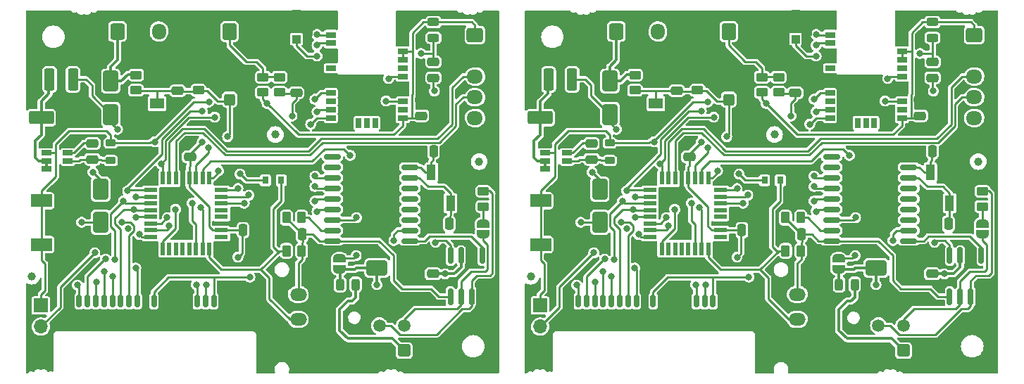
<source format=gbr>
%TF.GenerationSoftware,KiCad,Pcbnew,7.0.10*%
%TF.CreationDate,2024-03-22T19:30:52+01:00*%
%TF.ProjectId,SmartDisplay,536d6172-7444-4697-9370-6c61792e6b69,rev?*%
%TF.SameCoordinates,Original*%
%TF.FileFunction,Copper,L1,Top*%
%TF.FilePolarity,Positive*%
%FSLAX46Y46*%
G04 Gerber Fmt 4.6, Leading zero omitted, Abs format (unit mm)*
G04 Created by KiCad (PCBNEW 7.0.10) date 2024-03-22 19:30:52*
%MOMM*%
%LPD*%
G01*
G04 APERTURE LIST*
G04 Aperture macros list*
%AMRoundRect*
0 Rectangle with rounded corners*
0 $1 Rounding radius*
0 $2 $3 $4 $5 $6 $7 $8 $9 X,Y pos of 4 corners*
0 Add a 4 corners polygon primitive as box body*
4,1,4,$2,$3,$4,$5,$6,$7,$8,$9,$2,$3,0*
0 Add four circle primitives for the rounded corners*
1,1,$1+$1,$2,$3*
1,1,$1+$1,$4,$5*
1,1,$1+$1,$6,$7*
1,1,$1+$1,$8,$9*
0 Add four rect primitives between the rounded corners*
20,1,$1+$1,$2,$3,$4,$5,0*
20,1,$1+$1,$4,$5,$6,$7,0*
20,1,$1+$1,$6,$7,$8,$9,0*
20,1,$1+$1,$8,$9,$2,$3,0*%
%AMFreePoly0*
4,1,19,0.500000,-0.750000,0.000000,-0.750000,0.000000,-0.744911,-0.071157,-0.744911,-0.207708,-0.704816,-0.327430,-0.627875,-0.420627,-0.520320,-0.479746,-0.390866,-0.500000,-0.250000,-0.500000,0.250000,-0.479746,0.390866,-0.420627,0.520320,-0.327430,0.627875,-0.207708,0.704816,-0.071157,0.744911,0.000000,0.744911,0.000000,0.750000,0.500000,0.750000,0.500000,-0.750000,0.500000,-0.750000,
$1*%
%AMFreePoly1*
4,1,19,0.000000,0.744911,0.071157,0.744911,0.207708,0.704816,0.327430,0.627875,0.420627,0.520320,0.479746,0.390866,0.500000,0.250000,0.500000,-0.250000,0.479746,-0.390866,0.420627,-0.520320,0.327430,-0.627875,0.207708,-0.704816,0.071157,-0.744911,0.000000,-0.744911,0.000000,-0.750000,-0.500000,-0.750000,-0.500000,0.750000,0.000000,0.750000,0.000000,0.744911,0.000000,0.744911,
$1*%
G04 Aperture macros list end*
%TA.AperFunction,SMDPad,CuDef*%
%ADD10RoundRect,0.250000X-1.000000X-0.650000X1.000000X-0.650000X1.000000X0.650000X-1.000000X0.650000X0*%
%TD*%
%TA.AperFunction,SMDPad,CuDef*%
%ADD11FreePoly0,90.000000*%
%TD*%
%TA.AperFunction,SMDPad,CuDef*%
%ADD12FreePoly1,90.000000*%
%TD*%
%TA.AperFunction,ComponentPad*%
%ADD13R,1.700000X1.700000*%
%TD*%
%TA.AperFunction,ComponentPad*%
%ADD14O,1.700000X1.700000*%
%TD*%
%TA.AperFunction,SMDPad,CuDef*%
%ADD15RoundRect,0.150000X0.150000X0.625000X-0.150000X0.625000X-0.150000X-0.625000X0.150000X-0.625000X0*%
%TD*%
%TA.AperFunction,SMDPad,CuDef*%
%ADD16RoundRect,0.250000X0.350000X0.650000X-0.350000X0.650000X-0.350000X-0.650000X0.350000X-0.650000X0*%
%TD*%
%TA.AperFunction,SMDPad,CuDef*%
%ADD17RoundRect,0.250000X0.650000X-1.000000X0.650000X1.000000X-0.650000X1.000000X-0.650000X-1.000000X0*%
%TD*%
%TA.AperFunction,SMDPad,CuDef*%
%ADD18RoundRect,0.250000X-0.650000X1.000000X-0.650000X-1.000000X0.650000X-1.000000X0.650000X1.000000X0*%
%TD*%
%TA.AperFunction,SMDPad,CuDef*%
%ADD19R,0.800000X0.900000*%
%TD*%
%TA.AperFunction,SMDPad,CuDef*%
%ADD20C,1.000000*%
%TD*%
%TA.AperFunction,SMDPad,CuDef*%
%ADD21R,1.000000X1.000000*%
%TD*%
%TA.AperFunction,SMDPad,CuDef*%
%ADD22R,1.050000X2.200000*%
%TD*%
%TA.AperFunction,SMDPad,CuDef*%
%ADD23RoundRect,0.250000X0.475000X-0.250000X0.475000X0.250000X-0.475000X0.250000X-0.475000X-0.250000X0*%
%TD*%
%TA.AperFunction,SMDPad,CuDef*%
%ADD24R,1.220000X0.650000*%
%TD*%
%TA.AperFunction,SMDPad,CuDef*%
%ADD25R,1.143000X0.711200*%
%TD*%
%TA.AperFunction,SMDPad,CuDef*%
%ADD26R,0.711200X1.143000*%
%TD*%
%TA.AperFunction,SMDPad,CuDef*%
%ADD27RoundRect,0.250000X0.425000X-0.450000X0.425000X0.450000X-0.425000X0.450000X-0.425000X-0.450000X0*%
%TD*%
%TA.AperFunction,ComponentPad*%
%ADD28RoundRect,0.250000X-0.600000X-0.725000X0.600000X-0.725000X0.600000X0.725000X-0.600000X0.725000X0*%
%TD*%
%TA.AperFunction,ComponentPad*%
%ADD29O,1.700000X1.950000*%
%TD*%
%TA.AperFunction,SMDPad,CuDef*%
%ADD30RoundRect,0.250000X-0.250000X-0.475000X0.250000X-0.475000X0.250000X0.475000X-0.250000X0.475000X0*%
%TD*%
%TA.AperFunction,ComponentPad*%
%ADD31RoundRect,0.250000X0.760000X-0.500000X0.760000X0.500000X-0.760000X0.500000X-0.760000X-0.500000X0*%
%TD*%
%TA.AperFunction,ComponentPad*%
%ADD32O,2.020000X1.500000*%
%TD*%
%TA.AperFunction,ComponentPad*%
%ADD33RoundRect,0.250000X0.500000X0.500000X-0.500000X0.500000X-0.500000X-0.500000X0.500000X-0.500000X0*%
%TD*%
%TA.AperFunction,ComponentPad*%
%ADD34C,1.500000*%
%TD*%
%TA.AperFunction,SMDPad,CuDef*%
%ADD35RoundRect,0.218750X0.381250X-0.218750X0.381250X0.218750X-0.381250X0.218750X-0.381250X-0.218750X0*%
%TD*%
%TA.AperFunction,ComponentPad*%
%ADD36RoundRect,0.250000X-0.725000X0.600000X-0.725000X-0.600000X0.725000X-0.600000X0.725000X0.600000X0*%
%TD*%
%TA.AperFunction,ComponentPad*%
%ADD37O,1.950000X1.700000*%
%TD*%
%TA.AperFunction,SMDPad,CuDef*%
%ADD38RoundRect,0.250000X-1.050000X-0.550000X1.050000X-0.550000X1.050000X0.550000X-1.050000X0.550000X0*%
%TD*%
%TA.AperFunction,SMDPad,CuDef*%
%ADD39RoundRect,0.250000X-1.250000X-0.550000X1.250000X-0.550000X1.250000X0.550000X-1.250000X0.550000X0*%
%TD*%
%TA.AperFunction,SMDPad,CuDef*%
%ADD40RoundRect,0.250000X-0.450000X0.262500X-0.450000X-0.262500X0.450000X-0.262500X0.450000X0.262500X0*%
%TD*%
%TA.AperFunction,SMDPad,CuDef*%
%ADD41RoundRect,0.250000X-0.375000X-1.075000X0.375000X-1.075000X0.375000X1.075000X-0.375000X1.075000X0*%
%TD*%
%TA.AperFunction,SMDPad,CuDef*%
%ADD42RoundRect,0.250000X0.450000X-0.262500X0.450000X0.262500X-0.450000X0.262500X-0.450000X-0.262500X0*%
%TD*%
%TA.AperFunction,SMDPad,CuDef*%
%ADD43RoundRect,0.150000X0.875000X0.150000X-0.875000X0.150000X-0.875000X-0.150000X0.875000X-0.150000X0*%
%TD*%
%TA.AperFunction,SMDPad,CuDef*%
%ADD44RoundRect,0.250000X-0.262500X-0.450000X0.262500X-0.450000X0.262500X0.450000X-0.262500X0.450000X0*%
%TD*%
%TA.AperFunction,SMDPad,CuDef*%
%ADD45R,1.600000X0.550000*%
%TD*%
%TA.AperFunction,SMDPad,CuDef*%
%ADD46R,0.550000X1.600000*%
%TD*%
%TA.AperFunction,ComponentPad*%
%ADD47RoundRect,0.250000X-0.600000X-0.750000X0.600000X-0.750000X0.600000X0.750000X-0.600000X0.750000X0*%
%TD*%
%TA.AperFunction,ComponentPad*%
%ADD48O,1.700000X2.000000*%
%TD*%
%TA.AperFunction,SMDPad,CuDef*%
%ADD49RoundRect,0.150000X-0.150000X0.825000X-0.150000X-0.825000X0.150000X-0.825000X0.150000X0.825000X0*%
%TD*%
%TA.AperFunction,SMDPad,CuDef*%
%ADD50RoundRect,0.250000X-0.475000X0.250000X-0.475000X-0.250000X0.475000X-0.250000X0.475000X0.250000X0*%
%TD*%
%TA.AperFunction,SMDPad,CuDef*%
%ADD51FreePoly0,270.000000*%
%TD*%
%TA.AperFunction,SMDPad,CuDef*%
%ADD52FreePoly1,270.000000*%
%TD*%
%TA.AperFunction,SMDPad,CuDef*%
%ADD53RoundRect,0.250000X0.250000X0.475000X-0.250000X0.475000X-0.250000X-0.475000X0.250000X-0.475000X0*%
%TD*%
%TA.AperFunction,SMDPad,CuDef*%
%ADD54R,1.100000X1.900000*%
%TD*%
%TA.AperFunction,SMDPad,CuDef*%
%ADD55R,1.700000X1.300000*%
%TD*%
%TA.AperFunction,SMDPad,CuDef*%
%ADD56RoundRect,0.243750X-0.456250X0.243750X-0.456250X-0.243750X0.456250X-0.243750X0.456250X0.243750X0*%
%TD*%
%TA.AperFunction,SMDPad,CuDef*%
%ADD57RoundRect,0.243750X-0.243750X-0.456250X0.243750X-0.456250X0.243750X0.456250X-0.243750X0.456250X0*%
%TD*%
%TA.AperFunction,ViaPad*%
%ADD58C,0.800000*%
%TD*%
%TA.AperFunction,Conductor*%
%ADD59C,0.250000*%
%TD*%
%TA.AperFunction,Conductor*%
%ADD60C,0.350000*%
%TD*%
G04 APERTURE END LIST*
D10*
%TO.P,D12,1,A1*%
%TO.N,+5V*%
X151000000Y-73130000D03*
%TO.P,D12,2,A2*%
%TO.N,GND*%
X155000000Y-73130000D03*
%TD*%
D11*
%TO.P,JP4,1,1*%
%TO.N,+5V*%
X146500000Y-73280000D03*
D12*
%TO.P,JP4,2,2*%
%TO.N,Net-(D2-A)*%
X146500000Y-71980000D03*
%TD*%
D13*
%TO.P,J11,1,Pin_1*%
%TO.N,+3V3*%
X110600000Y-77650000D03*
D14*
%TO.P,J11,2,Pin_2*%
%TO.N,UPDI*%
X110600000Y-80190000D03*
%TO.P,J11,3,Pin_3*%
%TO.N,GND*%
X110600000Y-82730000D03*
%TD*%
D15*
%TO.P,J12,1,Pin_1*%
%TO.N,+3V3*%
X124200000Y-77105000D03*
%TO.P,J12,2,Pin_2*%
%TO.N,GND*%
X123200000Y-77105000D03*
%TO.P,J12,3,Pin_3*%
%TO.N,MISO*%
X122200000Y-77105000D03*
%TO.P,J12,4,Pin_4*%
%TO.N,MOSI*%
X121200000Y-77105000D03*
%TO.P,J12,5,Pin_5*%
%TO.N,SCK*%
X120200000Y-77105000D03*
%TO.P,J12,6,Pin_6*%
%TO.N,D22*%
X119200000Y-77105000D03*
%TO.P,J12,7,Pin_7*%
%TO.N,D23*%
X118200000Y-77105000D03*
%TO.P,J12,8,Pin_8*%
%TO.N,D24*%
X117200000Y-77105000D03*
%TO.P,J12,9,Pin_9*%
%TO.N,D25*%
X116200000Y-77105000D03*
%TO.P,J12,10,Pin_10*%
%TO.N,INSTR.BEL*%
X115200000Y-77105000D03*
D16*
%TO.P,J12,MP,MountPin*%
%TO.N,GND*%
X125500000Y-79630000D03*
X113900000Y-79630000D03*
%TD*%
D17*
%TO.P,D9,1,K*%
%TO.N,Net-(D2-K)*%
X119000000Y-54630000D03*
%TO.P,D9,2,A*%
%TO.N,+12V*%
X119000000Y-50630000D03*
%TD*%
D18*
%TO.P,D8,1,K*%
%TO.N,Net-(D2-K)*%
X117790000Y-63630000D03*
%TO.P,D8,2,A*%
%TO.N,Net-(D2-A)*%
X117790000Y-67630000D03*
%TD*%
D19*
%TO.P,D11,1,K*%
%TO.N,1WIRE*%
X139490000Y-62570000D03*
%TO.P,D11,2,K*%
%TO.N,A4*%
X137590000Y-62570000D03*
%TO.P,D11,3,A*%
%TO.N,GND*%
X138540000Y-64570000D03*
%TD*%
D20*
%TO.P,FID4,*%
%TO.N,*%
X138790000Y-57070000D03*
%TD*%
D21*
%TO.P,X2,1,SIGNAL*%
%TO.N,Net-(X1-SIGNAL)*%
X141315000Y-45570000D03*
D22*
%TO.P,X2,2,GND*%
%TO.N,GND*%
X139840000Y-44070000D03*
D21*
X141315000Y-42570000D03*
D22*
X142790000Y-44070000D03*
%TD*%
D23*
%TO.P,C29,1*%
%TO.N,+3V3*%
X156290000Y-54807500D03*
%TO.P,C29,2*%
%TO.N,GND*%
X156290000Y-52907500D03*
%TD*%
D24*
%TO.P,U7,1,FB*%
%TO.N,+3V3*%
X111230000Y-59280000D03*
%TO.P,U7,2,EN*%
%TO.N,Net-(U2-EN)*%
X111230000Y-60230000D03*
%TO.P,U7,3,IN*%
X111230000Y-61180000D03*
%TO.P,U7,4,GND*%
%TO.N,GND*%
X113850000Y-61180000D03*
%TO.P,U7,5,SW*%
%TO.N,Net-(U2-SW)*%
X113850000Y-60230000D03*
%TO.P,U7,6,BST*%
%TO.N,Net-(U2-BST)*%
X113850000Y-59280000D03*
%TD*%
D23*
%TO.P,C23,1*%
%TO.N,KEY*%
X141290000Y-52057500D03*
%TO.P,C23,2*%
%TO.N,GND*%
X141290000Y-50157500D03*
%TD*%
D25*
%TO.P,U10,1,VCC_IO*%
%TO.N,+3V3*%
X154115000Y-55070001D03*
%TO.P,U10,2,Reserved*%
%TO.N,unconnected-(U5-Reserved-Pad2)*%
X154115000Y-54070000D03*
%TO.P,U10,3,SDA/_SPI_CS_N*%
%TO.N,SDA*%
X154115000Y-53070000D03*
%TO.P,U10,4,GND*%
%TO.N,GND*%
X154115000Y-52069999D03*
%TO.P,U10,5,GND*%
X154115000Y-51070001D03*
%TO.P,U10,6,SCL/_SPI_CLK*%
%TO.N,SCL*%
X154115000Y-50070001D03*
%TO.P,U10,7,EXTINT*%
%TO.N,GPS_INT*%
X154115000Y-49070000D03*
%TO.P,U10,8,V_BCKP*%
%TO.N,+3V3*%
X154115000Y-48069999D03*
%TO.P,U10,9,VCC*%
X154115000Y-47069999D03*
%TO.P,U10,10,GND*%
%TO.N,GND*%
X154115000Y-46070001D03*
%TO.P,U10,11,GND*%
X154115000Y-45070000D03*
%TO.P,U10,12,GND*%
X154115000Y-44070000D03*
%TO.P,U10,13,GND*%
X154115000Y-43069999D03*
%TO.P,U10,14,GND*%
X145465000Y-43069999D03*
%TO.P,U10,15,GND*%
X145465000Y-44070000D03*
%TO.P,U10,16,RF_OUT*%
%TO.N,Net-(U5-RF_OUT)*%
X145465000Y-45070000D03*
%TO.P,U10,17,RF_IN*%
%TO.N,Net-(U5-RF_IN)*%
X145465000Y-46070001D03*
%TO.P,U10,18,GND*%
%TO.N,GND*%
X145465000Y-47069999D03*
%TO.P,U10,19,GND*%
X145465000Y-48069999D03*
%TO.P,U10,20,D_SEL*%
%TO.N,unconnected-(U5-D_SEL-Pad20)*%
X145465000Y-49070000D03*
%TO.P,U10,21,GND*%
%TO.N,GND*%
X145465000Y-50070001D03*
%TO.P,U10,22,GND*%
X145465000Y-51070001D03*
%TO.P,U10,23,RESET_N*%
%TO.N,GPS_RESET*%
X145465000Y-52069999D03*
%TO.P,U10,24,SAFEBOOT_N*%
%TO.N,unconnected-(U5-SAFEBOOT_N-Pad24)*%
X145465000Y-53070000D03*
%TO.P,U10,25,TXD/_SPI_MISO*%
%TO.N,GPS_TXD*%
X145465000Y-54070000D03*
%TO.P,U10,26,RXD/_SPI_MOSI*%
%TO.N,GPS_RXD*%
X145465000Y-55070001D03*
D26*
%TO.P,U10,27,GND*%
%TO.N,GND*%
X147789999Y-55670002D03*
%TO.P,U10,28,RESERVED*%
%TO.N,unconnected-(U5-RESERVED-Pad28)*%
X148789999Y-55670002D03*
%TO.P,U10,29,TIMEPULSE*%
%TO.N,unconnected-(U5-TIMEPULSE-Pad29)*%
X149790000Y-55670002D03*
%TO.P,U10,30,LNA_EN*%
%TO.N,unconnected-(U5-LNA_EN-Pad30)*%
X150790001Y-55670002D03*
%TO.P,U10,31,GND*%
%TO.N,GND*%
X151790001Y-55670002D03*
%TD*%
D27*
%TO.P,C28,1*%
%TO.N,A4*%
X133290000Y-52857500D03*
%TO.P,C28,2*%
%TO.N,GND*%
X133290000Y-50157500D03*
%TD*%
D28*
%TO.P,J9,1,Pin_1*%
%TO.N,+12V*%
X119790000Y-44664000D03*
D29*
%TO.P,J9,2,Pin_2*%
%TO.N,GND*%
X122290000Y-44664000D03*
%TO.P,J9,3,Pin_3*%
%TO.N,INSTR.BEL*%
X124790000Y-44664000D03*
%TO.P,J9,4,Pin_4*%
%TO.N,GND*%
X127290000Y-44664000D03*
%TD*%
D30*
%TO.P,C21,1*%
%TO.N,Net-(U3-OSC1)*%
X157802500Y-59070000D03*
%TO.P,C21,2*%
%TO.N,GND*%
X159702500Y-59070000D03*
%TD*%
D31*
%TO.P,J14,1,Pin_1*%
%TO.N,GND*%
X141540000Y-82320000D03*
D32*
%TO.P,J14,2,Pin_2*%
%TO.N,1WIRE*%
X141540000Y-79320000D03*
%TO.P,J14,3,Pin_3*%
%TO.N,+3V3*%
X141540000Y-76320000D03*
%TD*%
D33*
%TO.P,J16,1,Pin_1*%
%TO.N,Net-(J8-Pin_1)*%
X154290000Y-83070000D03*
D34*
%TO.P,J16,2,Pin_2*%
%TO.N,GND*%
X151290000Y-83070000D03*
%TO.P,J16,3,Pin_3*%
%TO.N,CANL*%
X154290000Y-80070000D03*
%TO.P,J16,4,Pin_4*%
%TO.N,CANH*%
X151290000Y-80070000D03*
%TD*%
D35*
%TO.P,L2,1*%
%TO.N,Net-(U2-SW)*%
X119000000Y-60192500D03*
%TO.P,L2,2*%
%TO.N,+3V3*%
X119000000Y-58067500D03*
%TD*%
D36*
%TO.P,J10,1,Pin_1*%
%TO.N,+3V3*%
X162790000Y-45070000D03*
D37*
%TO.P,J10,2,Pin_2*%
%TO.N,GND*%
X162790000Y-47570000D03*
%TO.P,J10,3,Pin_3*%
%TO.N,RXD*%
X162790000Y-50070000D03*
%TO.P,J10,4,Pin_4*%
%TO.N,TXD*%
X162790000Y-52570000D03*
%TO.P,J10,5,Pin_5*%
%TO.N,Net-(J2-Pin_5)*%
X162790000Y-55070000D03*
%TD*%
D38*
%TO.P,C24,1*%
%TO.N,+3V3*%
X110690000Y-70320000D03*
%TO.P,C24,2*%
%TO.N,GND*%
X114290000Y-70320000D03*
%TD*%
%TO.P,C22,1*%
%TO.N,+3V3*%
X110690000Y-65030000D03*
%TO.P,C22,2*%
%TO.N,GND*%
X114290000Y-65030000D03*
%TD*%
D23*
%TO.P,C20,1*%
%TO.N,Net-(U2-SW)*%
X116790000Y-60057500D03*
%TO.P,C20,2*%
%TO.N,Net-(U2-BST)*%
X116790000Y-58157500D03*
%TD*%
D39*
%TO.P,C19,1*%
%TO.N,Net-(U2-EN)*%
X110640000Y-55030000D03*
%TO.P,C19,2*%
%TO.N,GND*%
X115040000Y-55030000D03*
%TD*%
D20*
%TO.P,FID6,*%
%TO.N,*%
X163290000Y-60320000D03*
%TD*%
%TO.P,FID5,*%
%TO.N,*%
X109500000Y-74130000D03*
%TD*%
D40*
%TO.P,R9,1*%
%TO.N,Net-(J7-Pin_1)*%
X139290000Y-50157500D03*
%TO.P,R9,2*%
%TO.N,KEY*%
X139290000Y-51982500D03*
%TD*%
D41*
%TO.P,F3,1*%
%TO.N,Net-(U2-EN)*%
X111652500Y-50430000D03*
%TO.P,F3,2*%
%TO.N,Net-(D2-K)*%
X114452500Y-50430000D03*
%TD*%
D42*
%TO.P,R10,1*%
%TO.N,A4*%
X129540000Y-51732500D03*
%TO.P,R10,2*%
%TO.N,GND*%
X129540000Y-49907500D03*
%TD*%
D43*
%TO.P,U8,1,TXCAN*%
%TO.N,Net-(U3-TXCAN)*%
X154940000Y-69880000D03*
%TO.P,U8,2,RXCAN*%
%TO.N,Net-(U3-RXCAN)*%
X154940000Y-68610000D03*
%TO.P,U8,3,CLKOUT/SOF*%
%TO.N,unconnected-(U3-CLKOUT{slash}SOF-Pad3)*%
X154940000Y-67340000D03*
%TO.P,U8,4,~{TX0RTS}*%
%TO.N,unconnected-(U3-~{TX0RTS}-Pad4)*%
X154940000Y-66070000D03*
%TO.P,U8,5,~{TX1RTS}*%
%TO.N,unconnected-(U3-~{TX1RTS}-Pad5)*%
X154940000Y-64800000D03*
%TO.P,U8,6,~{TX2RTS}*%
%TO.N,unconnected-(U3-~{TX2RTS}-Pad6)*%
X154940000Y-63530000D03*
%TO.P,U8,7,OSC2*%
%TO.N,Net-(U3-OSC2)*%
X154940000Y-62260000D03*
%TO.P,U8,8,OSC1*%
%TO.N,Net-(U3-OSC1)*%
X154940000Y-60990000D03*
%TO.P,U8,9,VSS*%
%TO.N,GND*%
X154940000Y-59720000D03*
%TO.P,U8,10,~{RX1BF}*%
%TO.N,unconnected-(U3-~{RX1BF}-Pad10)*%
X145640000Y-59720000D03*
%TO.P,U8,11,~{RX0BF}*%
%TO.N,unconnected-(U3-~{RX0BF}-Pad11)*%
X145640000Y-60990000D03*
%TO.P,U8,12,~{INT}*%
%TO.N,INT_CAN*%
X145640000Y-62260000D03*
%TO.P,U8,13,SCK*%
%TO.N,SCK*%
X145640000Y-63530000D03*
%TO.P,U8,14,SI*%
%TO.N,MOSI*%
X145640000Y-64800000D03*
%TO.P,U8,15,SO*%
%TO.N,MISO*%
X145640000Y-66070000D03*
%TO.P,U8,16,~{CS}*%
%TO.N,SS*%
X145640000Y-67340000D03*
%TO.P,U8,17,~{RESET}*%
%TO.N,Net-(U3-~{RESET})*%
X145640000Y-68610000D03*
%TO.P,U8,18,VDD*%
%TO.N,+3V3*%
X145640000Y-69880000D03*
%TD*%
D30*
%TO.P,C16,1*%
%TO.N,+3V3*%
X134877500Y-68570000D03*
%TO.P,C16,2*%
%TO.N,GND*%
X136777500Y-68570000D03*
%TD*%
D44*
%TO.P,R13,1*%
%TO.N,+3V3*%
X140127500Y-67070000D03*
%TO.P,R13,2*%
%TO.N,Net-(U3-~{RESET})*%
X141952500Y-67070000D03*
%TD*%
D45*
%TO.P,U6,1,D3/SCL/PA3*%
%TO.N,SCL*%
X123790000Y-63770000D03*
%TO.P,U6,2,D4/MOSI/PA4*%
%TO.N,MOSI*%
X123790000Y-64570000D03*
%TO.P,U6,3,D5/MISO/PA5*%
%TO.N,MISO*%
X123790000Y-65370000D03*
%TO.P,U6,4,D6/SCK/PA6*%
%TO.N,SCK*%
X123790000Y-66170000D03*
%TO.P,U6,5,D7/SS/PA7*%
%TO.N,SS*%
X123790000Y-66970000D03*
%TO.P,U6,6,D8/TX1/PC0*%
%TO.N,GPS_RXD*%
X123790000Y-67770000D03*
%TO.P,U6,7,D9/RX1/PC1*%
%TO.N,GPS_TXD*%
X123790000Y-68570000D03*
%TO.P,U6,8,D10/PC2*%
%TO.N,INT_CAN*%
X123790000Y-69370000D03*
D46*
%TO.P,U6,9,D11/PC3*%
%TO.N,GPS_RESET*%
X125240000Y-70820000D03*
%TO.P,U6,10,A0/PD0*%
%TO.N,A0*%
X126040000Y-70820000D03*
%TO.P,U6,11,A1/PD1*%
%TO.N,A1*%
X126840000Y-70820000D03*
%TO.P,U6,12,A2/PD2*%
%TO.N,A2*%
X127640000Y-70820000D03*
%TO.P,U6,13,A3/PD3*%
%TO.N,A3*%
X128440000Y-70820000D03*
%TO.P,U6,14,A4/PD4*%
%TO.N,A4*%
X129240000Y-70820000D03*
%TO.P,U6,15,A5/PD5*%
%TO.N,KEY*%
X130040000Y-70820000D03*
%TO.P,U6,16,A6/PD6*%
%TO.N,1WIRE*%
X130840000Y-70820000D03*
D45*
%TO.P,U6,17,A7/PD7*%
%TO.N,AREF*%
X132290000Y-69370000D03*
%TO.P,U6,18,AVDD*%
%TO.N,+3V3*%
X132290000Y-68570000D03*
%TO.P,U6,19,GND*%
%TO.N,GND*%
X132290000Y-67770000D03*
%TO.P,U6,20,PF0/TOSC1*%
%TO.N,unconnected-(U1-PF0{slash}TOSC1-Pad20)*%
X132290000Y-66970000D03*
%TO.P,U6,21,PF1/TOSC2*%
%TO.N,unconnected-(U1-PF1{slash}TOSC2-Pad21)*%
X132290000Y-66170000D03*
%TO.P,U6,22,PF2*%
%TO.N,D22*%
X132290000Y-65370000D03*
%TO.P,U6,23,PF3*%
%TO.N,D23*%
X132290000Y-64570000D03*
%TO.P,U6,24,PF4*%
%TO.N,D24*%
X132290000Y-63770000D03*
D46*
%TO.P,U6,25,PF5*%
%TO.N,D25*%
X130840000Y-62320000D03*
%TO.P,U6,26,PF6/~{RESET}*%
%TO.N,RESET*%
X130040000Y-62320000D03*
%TO.P,U6,27,UPDI*%
%TO.N,UPDI*%
X129240000Y-62320000D03*
%TO.P,U6,28,VDD*%
%TO.N,+3V3*%
X128440000Y-62320000D03*
%TO.P,U6,29,GND*%
%TO.N,GND*%
X127640000Y-62320000D03*
%TO.P,U6,30,D0/TX0/PA0*%
%TO.N,TXD*%
X126840000Y-62320000D03*
%TO.P,U6,31,D1/RX0/PA1*%
%TO.N,RXD*%
X126040000Y-62320000D03*
%TO.P,U6,32,D2/SDA/PA2*%
%TO.N,SDA*%
X125240000Y-62320000D03*
%TD*%
D47*
%TO.P,J15,1,Pin_1*%
%TO.N,Net-(J7-Pin_1)*%
X133290000Y-44664000D03*
D48*
%TO.P,J15,2,Pin_2*%
%TO.N,GND*%
X135790000Y-44664000D03*
%TD*%
D30*
%TO.P,C26,1*%
%TO.N,GND*%
X140127500Y-69070000D03*
%TO.P,C26,2*%
%TO.N,+3V3*%
X142027500Y-69070000D03*
%TD*%
D42*
%TO.P,R14,1*%
%TO.N,Net-(JP2-Pad1)*%
X163790000Y-65732500D03*
%TO.P,R14,2*%
%TO.N,CANH*%
X163790000Y-63907500D03*
%TD*%
D49*
%TO.P,U9,1,TXD*%
%TO.N,Net-(U3-TXCAN)*%
X163662000Y-71620000D03*
%TO.P,U9,2,VSS*%
%TO.N,GND*%
X162392000Y-71620000D03*
%TO.P,U9,3,VDD*%
%TO.N,+5V*%
X161122000Y-71620000D03*
%TO.P,U9,4,RXD*%
%TO.N,Net-(U3-RXCAN)*%
X159852000Y-71620000D03*
%TO.P,U9,5,Vio*%
%TO.N,+3V3*%
X159852000Y-76570000D03*
%TO.P,U9,6,CANL*%
%TO.N,CANL*%
X161122000Y-76570000D03*
%TO.P,U9,7,CANH*%
%TO.N,CANH*%
X162392000Y-76570000D03*
%TO.P,U9,8,STBY*%
%TO.N,GND*%
X163662000Y-76570000D03*
%TD*%
D50*
%TO.P,C30,1*%
%TO.N,GND*%
X157750000Y-71930000D03*
%TO.P,C30,2*%
%TO.N,+5V*%
X157750000Y-73830000D03*
%TD*%
D51*
%TO.P,JP5,1,1*%
%TO.N,Net-(JP2-Pad1)*%
X163790000Y-67770000D03*
D52*
%TO.P,JP5,2,2*%
%TO.N,CANL*%
X163790000Y-69070000D03*
%TD*%
D53*
%TO.P,C25,1*%
%TO.N,Net-(U3-OSC2)*%
X159702500Y-67820000D03*
%TO.P,C25,2*%
%TO.N,GND*%
X157802500Y-67820000D03*
%TD*%
D54*
%TO.P,Y2,1,1*%
%TO.N,Net-(U3-OSC1)*%
X157540000Y-61620000D03*
%TO.P,Y2,2,2*%
%TO.N,GND*%
X157540000Y-65320000D03*
%TO.P,Y2,3,3*%
%TO.N,Net-(U3-OSC2)*%
X159840000Y-65320000D03*
%TO.P,Y2,4,4*%
%TO.N,GND*%
X159840000Y-61620000D03*
%TD*%
D55*
%TO.P,D10,1,K*%
%TO.N,A4*%
X124540000Y-53320000D03*
%TO.P,D10,2,A*%
%TO.N,GND*%
X124540000Y-49820000D03*
%TD*%
D42*
%TO.P,R8,1*%
%TO.N,A4*%
X122040000Y-51732500D03*
%TO.P,R8,2*%
%TO.N,+12V*%
X122040000Y-49907500D03*
%TD*%
D40*
%TO.P,R11,1*%
%TO.N,Net-(J7-Pin_1)*%
X137290000Y-50157500D03*
%TO.P,R11,2*%
%TO.N,+3V3*%
X137290000Y-51982500D03*
%TD*%
D23*
%TO.P,C17,1*%
%TO.N,+3V3*%
X128540000Y-59732500D03*
%TO.P,C17,2*%
%TO.N,GND*%
X128540000Y-57832500D03*
%TD*%
%TO.P,C27,1*%
%TO.N,A4*%
X127040000Y-51795000D03*
%TO.P,C27,2*%
%TO.N,GND*%
X127040000Y-49895000D03*
%TD*%
D56*
%TO.P,D6,1,K*%
%TO.N,+3V3*%
X157790000Y-43532500D03*
%TO.P,D6,2,A*%
%TO.N,RESET*%
X157790000Y-45407500D03*
%TD*%
D15*
%TO.P,J13,1,Pin_1*%
%TO.N,GND*%
X132400000Y-77105000D03*
%TO.P,J13,2,Pin_2*%
%TO.N,+3V3*%
X131400000Y-77105000D03*
%TO.P,J13,3,Pin_3*%
%TO.N,SDA*%
X130400000Y-77105000D03*
%TO.P,J13,4,Pin_4*%
%TO.N,SCL*%
X129400000Y-77105000D03*
D16*
%TO.P,J13,MP,MountPin*%
%TO.N,GND*%
X133700000Y-79630000D03*
X128100000Y-79630000D03*
%TD*%
D57*
%TO.P,F4,1*%
%TO.N,+5V*%
X146562500Y-75130000D03*
%TO.P,F4,2*%
%TO.N,Net-(J8-Pin_1)*%
X148437500Y-75130000D03*
%TD*%
D44*
%TO.P,R12,1*%
%TO.N,1WIRE*%
X140127500Y-71070000D03*
%TO.P,R12,2*%
%TO.N,+3V3*%
X141952500Y-71070000D03*
%TD*%
D23*
%TO.P,C18,1*%
%TO.N,Net-(J2-Pin_5)*%
X157790000Y-50232500D03*
%TO.P,C18,2*%
%TO.N,RESET*%
X157790000Y-48332500D03*
%TD*%
%TO.P,C3,1*%
%TO.N,Net-(J2-Pin_5)*%
X97790000Y-50232500D03*
%TO.P,C3,2*%
%TO.N,RESET*%
X97790000Y-48332500D03*
%TD*%
D44*
%TO.P,R5,1*%
%TO.N,1WIRE*%
X80127500Y-71070000D03*
%TO.P,R5,2*%
%TO.N,+3V3*%
X81952500Y-71070000D03*
%TD*%
%TO.P,R6,1*%
%TO.N,+3V3*%
X80127500Y-67070000D03*
%TO.P,R6,2*%
%TO.N,Net-(U3-~{RESET})*%
X81952500Y-67070000D03*
%TD*%
D23*
%TO.P,C12,1*%
%TO.N,A4*%
X67040000Y-51795000D03*
%TO.P,C12,2*%
%TO.N,GND*%
X67040000Y-49895000D03*
%TD*%
%TO.P,C2,1*%
%TO.N,+3V3*%
X68540000Y-59732500D03*
%TO.P,C2,2*%
%TO.N,GND*%
X68540000Y-57832500D03*
%TD*%
D40*
%TO.P,R4,1*%
%TO.N,Net-(J7-Pin_1)*%
X77290000Y-50157500D03*
%TO.P,R4,2*%
%TO.N,+3V3*%
X77290000Y-51982500D03*
%TD*%
D42*
%TO.P,R1,1*%
%TO.N,A4*%
X62040000Y-51732500D03*
%TO.P,R1,2*%
%TO.N,+12V*%
X62040000Y-49907500D03*
%TD*%
D55*
%TO.P,D4,1,K*%
%TO.N,A4*%
X64540000Y-53320000D03*
%TO.P,D4,2,A*%
%TO.N,GND*%
X64540000Y-49820000D03*
%TD*%
D54*
%TO.P,Y1,1,1*%
%TO.N,Net-(U3-OSC1)*%
X97540000Y-61620000D03*
%TO.P,Y1,2,2*%
%TO.N,GND*%
X97540000Y-65320000D03*
%TO.P,Y1,3,3*%
%TO.N,Net-(U3-OSC2)*%
X99840000Y-65320000D03*
%TO.P,Y1,4,4*%
%TO.N,GND*%
X99840000Y-61620000D03*
%TD*%
D53*
%TO.P,C10,1*%
%TO.N,Net-(U3-OSC2)*%
X99702500Y-67820000D03*
%TO.P,C10,2*%
%TO.N,GND*%
X97802500Y-67820000D03*
%TD*%
D51*
%TO.P,JP2,1,1*%
%TO.N,Net-(JP2-Pad1)*%
X103790000Y-67770000D03*
D52*
%TO.P,JP2,2,2*%
%TO.N,CANL*%
X103790000Y-69070000D03*
%TD*%
D50*
%TO.P,C15,1*%
%TO.N,GND*%
X97750000Y-71930000D03*
%TO.P,C15,2*%
%TO.N,+5V*%
X97750000Y-73830000D03*
%TD*%
D49*
%TO.P,U4,1,TXD*%
%TO.N,Net-(U3-TXCAN)*%
X103662000Y-71620000D03*
%TO.P,U4,2,VSS*%
%TO.N,GND*%
X102392000Y-71620000D03*
%TO.P,U4,3,VDD*%
%TO.N,+5V*%
X101122000Y-71620000D03*
%TO.P,U4,4,RXD*%
%TO.N,Net-(U3-RXCAN)*%
X99852000Y-71620000D03*
%TO.P,U4,5,Vio*%
%TO.N,+3V3*%
X99852000Y-76570000D03*
%TO.P,U4,6,CANL*%
%TO.N,CANL*%
X101122000Y-76570000D03*
%TO.P,U4,7,CANH*%
%TO.N,CANH*%
X102392000Y-76570000D03*
%TO.P,U4,8,STBY*%
%TO.N,GND*%
X103662000Y-76570000D03*
%TD*%
D42*
%TO.P,R7,1*%
%TO.N,Net-(JP2-Pad1)*%
X103790000Y-65732500D03*
%TO.P,R7,2*%
%TO.N,CANH*%
X103790000Y-63907500D03*
%TD*%
D30*
%TO.P,C11,1*%
%TO.N,GND*%
X80127500Y-69070000D03*
%TO.P,C11,2*%
%TO.N,+3V3*%
X82027500Y-69070000D03*
%TD*%
D47*
%TO.P,J7,1,Pin_1*%
%TO.N,Net-(J7-Pin_1)*%
X73290000Y-44664000D03*
D48*
%TO.P,J7,2,Pin_2*%
%TO.N,GND*%
X75790000Y-44664000D03*
%TD*%
D45*
%TO.P,U1,1,D3/SCL/PA3*%
%TO.N,SCL*%
X63790000Y-63770000D03*
%TO.P,U1,2,D4/MOSI/PA4*%
%TO.N,MOSI*%
X63790000Y-64570000D03*
%TO.P,U1,3,D5/MISO/PA5*%
%TO.N,MISO*%
X63790000Y-65370000D03*
%TO.P,U1,4,D6/SCK/PA6*%
%TO.N,SCK*%
X63790000Y-66170000D03*
%TO.P,U1,5,D7/SS/PA7*%
%TO.N,SS*%
X63790000Y-66970000D03*
%TO.P,U1,6,D8/TX1/PC0*%
%TO.N,GPS_RXD*%
X63790000Y-67770000D03*
%TO.P,U1,7,D9/RX1/PC1*%
%TO.N,GPS_TXD*%
X63790000Y-68570000D03*
%TO.P,U1,8,D10/PC2*%
%TO.N,INT_CAN*%
X63790000Y-69370000D03*
D46*
%TO.P,U1,9,D11/PC3*%
%TO.N,GPS_RESET*%
X65240000Y-70820000D03*
%TO.P,U1,10,A0/PD0*%
%TO.N,A0*%
X66040000Y-70820000D03*
%TO.P,U1,11,A1/PD1*%
%TO.N,A1*%
X66840000Y-70820000D03*
%TO.P,U1,12,A2/PD2*%
%TO.N,A2*%
X67640000Y-70820000D03*
%TO.P,U1,13,A3/PD3*%
%TO.N,A3*%
X68440000Y-70820000D03*
%TO.P,U1,14,A4/PD4*%
%TO.N,A4*%
X69240000Y-70820000D03*
%TO.P,U1,15,A5/PD5*%
%TO.N,KEY*%
X70040000Y-70820000D03*
%TO.P,U1,16,A6/PD6*%
%TO.N,1WIRE*%
X70840000Y-70820000D03*
D45*
%TO.P,U1,17,A7/PD7*%
%TO.N,AREF*%
X72290000Y-69370000D03*
%TO.P,U1,18,AVDD*%
%TO.N,+3V3*%
X72290000Y-68570000D03*
%TO.P,U1,19,GND*%
%TO.N,GND*%
X72290000Y-67770000D03*
%TO.P,U1,20,PF0/TOSC1*%
%TO.N,unconnected-(U1-PF0{slash}TOSC1-Pad20)*%
X72290000Y-66970000D03*
%TO.P,U1,21,PF1/TOSC2*%
%TO.N,unconnected-(U1-PF1{slash}TOSC2-Pad21)*%
X72290000Y-66170000D03*
%TO.P,U1,22,PF2*%
%TO.N,D22*%
X72290000Y-65370000D03*
%TO.P,U1,23,PF3*%
%TO.N,D23*%
X72290000Y-64570000D03*
%TO.P,U1,24,PF4*%
%TO.N,D24*%
X72290000Y-63770000D03*
D46*
%TO.P,U1,25,PF5*%
%TO.N,D25*%
X70840000Y-62320000D03*
%TO.P,U1,26,PF6/~{RESET}*%
%TO.N,RESET*%
X70040000Y-62320000D03*
%TO.P,U1,27,UPDI*%
%TO.N,UPDI*%
X69240000Y-62320000D03*
%TO.P,U1,28,VDD*%
%TO.N,+3V3*%
X68440000Y-62320000D03*
%TO.P,U1,29,GND*%
%TO.N,GND*%
X67640000Y-62320000D03*
%TO.P,U1,30,D0/TX0/PA0*%
%TO.N,TXD*%
X66840000Y-62320000D03*
%TO.P,U1,31,D1/RX0/PA1*%
%TO.N,RXD*%
X66040000Y-62320000D03*
%TO.P,U1,32,D2/SDA/PA2*%
%TO.N,SDA*%
X65240000Y-62320000D03*
%TD*%
D30*
%TO.P,C1,1*%
%TO.N,+3V3*%
X74877500Y-68570000D03*
%TO.P,C1,2*%
%TO.N,GND*%
X76777500Y-68570000D03*
%TD*%
D43*
%TO.P,U3,1,TXCAN*%
%TO.N,Net-(U3-TXCAN)*%
X94940000Y-69880000D03*
%TO.P,U3,2,RXCAN*%
%TO.N,Net-(U3-RXCAN)*%
X94940000Y-68610000D03*
%TO.P,U3,3,CLKOUT/SOF*%
%TO.N,unconnected-(U3-CLKOUT{slash}SOF-Pad3)*%
X94940000Y-67340000D03*
%TO.P,U3,4,~{TX0RTS}*%
%TO.N,unconnected-(U3-~{TX0RTS}-Pad4)*%
X94940000Y-66070000D03*
%TO.P,U3,5,~{TX1RTS}*%
%TO.N,unconnected-(U3-~{TX1RTS}-Pad5)*%
X94940000Y-64800000D03*
%TO.P,U3,6,~{TX2RTS}*%
%TO.N,unconnected-(U3-~{TX2RTS}-Pad6)*%
X94940000Y-63530000D03*
%TO.P,U3,7,OSC2*%
%TO.N,Net-(U3-OSC2)*%
X94940000Y-62260000D03*
%TO.P,U3,8,OSC1*%
%TO.N,Net-(U3-OSC1)*%
X94940000Y-60990000D03*
%TO.P,U3,9,VSS*%
%TO.N,GND*%
X94940000Y-59720000D03*
%TO.P,U3,10,~{RX1BF}*%
%TO.N,unconnected-(U3-~{RX1BF}-Pad10)*%
X85640000Y-59720000D03*
%TO.P,U3,11,~{RX0BF}*%
%TO.N,unconnected-(U3-~{RX0BF}-Pad11)*%
X85640000Y-60990000D03*
%TO.P,U3,12,~{INT}*%
%TO.N,INT_CAN*%
X85640000Y-62260000D03*
%TO.P,U3,13,SCK*%
%TO.N,SCK*%
X85640000Y-63530000D03*
%TO.P,U3,14,SI*%
%TO.N,MOSI*%
X85640000Y-64800000D03*
%TO.P,U3,15,SO*%
%TO.N,MISO*%
X85640000Y-66070000D03*
%TO.P,U3,16,~{CS}*%
%TO.N,SS*%
X85640000Y-67340000D03*
%TO.P,U3,17,~{RESET}*%
%TO.N,Net-(U3-~{RESET})*%
X85640000Y-68610000D03*
%TO.P,U3,18,VDD*%
%TO.N,+3V3*%
X85640000Y-69880000D03*
%TD*%
D42*
%TO.P,R3,1*%
%TO.N,A4*%
X69540000Y-51732500D03*
%TO.P,R3,2*%
%TO.N,GND*%
X69540000Y-49907500D03*
%TD*%
D41*
%TO.P,F1,1*%
%TO.N,Net-(U2-EN)*%
X51652500Y-50430000D03*
%TO.P,F1,2*%
%TO.N,Net-(D2-K)*%
X54452500Y-50430000D03*
%TD*%
D40*
%TO.P,R2,1*%
%TO.N,Net-(J7-Pin_1)*%
X79290000Y-50157500D03*
%TO.P,R2,2*%
%TO.N,KEY*%
X79290000Y-51982500D03*
%TD*%
D20*
%TO.P,FID2,*%
%TO.N,*%
X49500000Y-74130000D03*
%TD*%
%TO.P,FID3,*%
%TO.N,*%
X103290000Y-60320000D03*
%TD*%
D39*
%TO.P,C4,1*%
%TO.N,Net-(U2-EN)*%
X50640000Y-55030000D03*
%TO.P,C4,2*%
%TO.N,GND*%
X55040000Y-55030000D03*
%TD*%
D23*
%TO.P,C5,1*%
%TO.N,Net-(U2-SW)*%
X56790000Y-60057500D03*
%TO.P,C5,2*%
%TO.N,Net-(U2-BST)*%
X56790000Y-58157500D03*
%TD*%
D38*
%TO.P,C7,1*%
%TO.N,+3V3*%
X50690000Y-65030000D03*
%TO.P,C7,2*%
%TO.N,GND*%
X54290000Y-65030000D03*
%TD*%
%TO.P,C9,1*%
%TO.N,+3V3*%
X50690000Y-70320000D03*
%TO.P,C9,2*%
%TO.N,GND*%
X54290000Y-70320000D03*
%TD*%
D36*
%TO.P,J2,1,Pin_1*%
%TO.N,+3V3*%
X102790000Y-45070000D03*
D37*
%TO.P,J2,2,Pin_2*%
%TO.N,GND*%
X102790000Y-47570000D03*
%TO.P,J2,3,Pin_3*%
%TO.N,RXD*%
X102790000Y-50070000D03*
%TO.P,J2,4,Pin_4*%
%TO.N,TXD*%
X102790000Y-52570000D03*
%TO.P,J2,5,Pin_5*%
%TO.N,Net-(J2-Pin_5)*%
X102790000Y-55070000D03*
%TD*%
D35*
%TO.P,L1,1*%
%TO.N,Net-(U2-SW)*%
X59000000Y-60192500D03*
%TO.P,L1,2*%
%TO.N,+3V3*%
X59000000Y-58067500D03*
%TD*%
D33*
%TO.P,J8,1,Pin_1*%
%TO.N,Net-(J8-Pin_1)*%
X94290000Y-83070000D03*
D34*
%TO.P,J8,2,Pin_2*%
%TO.N,GND*%
X91290000Y-83070000D03*
%TO.P,J8,3,Pin_3*%
%TO.N,CANL*%
X94290000Y-80070000D03*
%TO.P,J8,4,Pin_4*%
%TO.N,CANH*%
X91290000Y-80070000D03*
%TD*%
D31*
%TO.P,J6,1,Pin_1*%
%TO.N,GND*%
X81540000Y-82320000D03*
D32*
%TO.P,J6,2,Pin_2*%
%TO.N,1WIRE*%
X81540000Y-79320000D03*
%TO.P,J6,3,Pin_3*%
%TO.N,+3V3*%
X81540000Y-76320000D03*
%TD*%
D30*
%TO.P,C6,1*%
%TO.N,Net-(U3-OSC1)*%
X97802500Y-59070000D03*
%TO.P,C6,2*%
%TO.N,GND*%
X99702500Y-59070000D03*
%TD*%
D28*
%TO.P,J1,1,Pin_1*%
%TO.N,+12V*%
X59790000Y-44664000D03*
D29*
%TO.P,J1,2,Pin_2*%
%TO.N,GND*%
X62290000Y-44664000D03*
%TO.P,J1,3,Pin_3*%
%TO.N,INSTR.BEL*%
X64790000Y-44664000D03*
%TO.P,J1,4,Pin_4*%
%TO.N,GND*%
X67290000Y-44664000D03*
%TD*%
D27*
%TO.P,C13,1*%
%TO.N,A4*%
X73290000Y-52857500D03*
%TO.P,C13,2*%
%TO.N,GND*%
X73290000Y-50157500D03*
%TD*%
D25*
%TO.P,U5,1,VCC_IO*%
%TO.N,+3V3*%
X94115000Y-55070001D03*
%TO.P,U5,2,Reserved*%
%TO.N,unconnected-(U5-Reserved-Pad2)*%
X94115000Y-54070000D03*
%TO.P,U5,3,SDA/_SPI_CS_N*%
%TO.N,SDA*%
X94115000Y-53070000D03*
%TO.P,U5,4,GND*%
%TO.N,GND*%
X94115000Y-52069999D03*
%TO.P,U5,5,GND*%
X94115000Y-51070001D03*
%TO.P,U5,6,SCL/_SPI_CLK*%
%TO.N,SCL*%
X94115000Y-50070001D03*
%TO.P,U5,7,EXTINT*%
%TO.N,GPS_INT*%
X94115000Y-49070000D03*
%TO.P,U5,8,V_BCKP*%
%TO.N,+3V3*%
X94115000Y-48069999D03*
%TO.P,U5,9,VCC*%
X94115000Y-47069999D03*
%TO.P,U5,10,GND*%
%TO.N,GND*%
X94115000Y-46070001D03*
%TO.P,U5,11,GND*%
X94115000Y-45070000D03*
%TO.P,U5,12,GND*%
X94115000Y-44070000D03*
%TO.P,U5,13,GND*%
X94115000Y-43069999D03*
%TO.P,U5,14,GND*%
X85465000Y-43069999D03*
%TO.P,U5,15,GND*%
X85465000Y-44070000D03*
%TO.P,U5,16,RF_OUT*%
%TO.N,Net-(U5-RF_OUT)*%
X85465000Y-45070000D03*
%TO.P,U5,17,RF_IN*%
%TO.N,Net-(U5-RF_IN)*%
X85465000Y-46070001D03*
%TO.P,U5,18,GND*%
%TO.N,GND*%
X85465000Y-47069999D03*
%TO.P,U5,19,GND*%
X85465000Y-48069999D03*
%TO.P,U5,20,D_SEL*%
%TO.N,unconnected-(U5-D_SEL-Pad20)*%
X85465000Y-49070000D03*
%TO.P,U5,21,GND*%
%TO.N,GND*%
X85465000Y-50070001D03*
%TO.P,U5,22,GND*%
X85465000Y-51070001D03*
%TO.P,U5,23,RESET_N*%
%TO.N,GPS_RESET*%
X85465000Y-52069999D03*
%TO.P,U5,24,SAFEBOOT_N*%
%TO.N,unconnected-(U5-SAFEBOOT_N-Pad24)*%
X85465000Y-53070000D03*
%TO.P,U5,25,TXD/_SPI_MISO*%
%TO.N,GPS_TXD*%
X85465000Y-54070000D03*
%TO.P,U5,26,RXD/_SPI_MOSI*%
%TO.N,GPS_RXD*%
X85465000Y-55070001D03*
D26*
%TO.P,U5,27,GND*%
%TO.N,GND*%
X87789999Y-55670002D03*
%TO.P,U5,28,RESERVED*%
%TO.N,unconnected-(U5-RESERVED-Pad28)*%
X88789999Y-55670002D03*
%TO.P,U5,29,TIMEPULSE*%
%TO.N,unconnected-(U5-TIMEPULSE-Pad29)*%
X89790000Y-55670002D03*
%TO.P,U5,30,LNA_EN*%
%TO.N,unconnected-(U5-LNA_EN-Pad30)*%
X90790001Y-55670002D03*
%TO.P,U5,31,GND*%
%TO.N,GND*%
X91790001Y-55670002D03*
%TD*%
D23*
%TO.P,C8,1*%
%TO.N,KEY*%
X81290000Y-52057500D03*
%TO.P,C8,2*%
%TO.N,GND*%
X81290000Y-50157500D03*
%TD*%
D24*
%TO.P,U2,1,FB*%
%TO.N,+3V3*%
X51230000Y-59280000D03*
%TO.P,U2,2,EN*%
%TO.N,Net-(U2-EN)*%
X51230000Y-60230000D03*
%TO.P,U2,3,IN*%
X51230000Y-61180000D03*
%TO.P,U2,4,GND*%
%TO.N,GND*%
X53850000Y-61180000D03*
%TO.P,U2,5,SW*%
%TO.N,Net-(U2-SW)*%
X53850000Y-60230000D03*
%TO.P,U2,6,BST*%
%TO.N,Net-(U2-BST)*%
X53850000Y-59280000D03*
%TD*%
D23*
%TO.P,C14,1*%
%TO.N,+3V3*%
X96290000Y-54807500D03*
%TO.P,C14,2*%
%TO.N,GND*%
X96290000Y-52907500D03*
%TD*%
D21*
%TO.P,X1,1,SIGNAL*%
%TO.N,Net-(X1-SIGNAL)*%
X81315000Y-45570000D03*
D22*
%TO.P,X1,2,GND*%
%TO.N,GND*%
X79840000Y-44070000D03*
D21*
X81315000Y-42570000D03*
D22*
X82790000Y-44070000D03*
%TD*%
D20*
%TO.P,FID1,*%
%TO.N,*%
X78790000Y-57070000D03*
%TD*%
D19*
%TO.P,D5,1,K*%
%TO.N,1WIRE*%
X79490000Y-62570000D03*
%TO.P,D5,2,K*%
%TO.N,A4*%
X77590000Y-62570000D03*
%TO.P,D5,3,A*%
%TO.N,GND*%
X78540000Y-64570000D03*
%TD*%
D18*
%TO.P,D2,1,K*%
%TO.N,Net-(D2-K)*%
X57790000Y-63630000D03*
%TO.P,D2,2,A*%
%TO.N,Net-(D2-A)*%
X57790000Y-67630000D03*
%TD*%
D17*
%TO.P,D3,1,K*%
%TO.N,Net-(D2-K)*%
X59000000Y-54630000D03*
%TO.P,D3,2,A*%
%TO.N,+12V*%
X59000000Y-50630000D03*
%TD*%
D15*
%TO.P,J4,1,Pin_1*%
%TO.N,+3V3*%
X64200000Y-77105000D03*
%TO.P,J4,2,Pin_2*%
%TO.N,GND*%
X63200000Y-77105000D03*
%TO.P,J4,3,Pin_3*%
%TO.N,MISO*%
X62200000Y-77105000D03*
%TO.P,J4,4,Pin_4*%
%TO.N,MOSI*%
X61200000Y-77105000D03*
%TO.P,J4,5,Pin_5*%
%TO.N,SCK*%
X60200000Y-77105000D03*
%TO.P,J4,6,Pin_6*%
%TO.N,D22*%
X59200000Y-77105000D03*
%TO.P,J4,7,Pin_7*%
%TO.N,D23*%
X58200000Y-77105000D03*
%TO.P,J4,8,Pin_8*%
%TO.N,D24*%
X57200000Y-77105000D03*
%TO.P,J4,9,Pin_9*%
%TO.N,D25*%
X56200000Y-77105000D03*
%TO.P,J4,10,Pin_10*%
%TO.N,INSTR.BEL*%
X55200000Y-77105000D03*
D16*
%TO.P,J4,MP,MountPin*%
%TO.N,GND*%
X65500000Y-79630000D03*
X53900000Y-79630000D03*
%TD*%
D57*
%TO.P,F2,1*%
%TO.N,+5V*%
X86562500Y-75130000D03*
%TO.P,F2,2*%
%TO.N,Net-(J8-Pin_1)*%
X88437500Y-75130000D03*
%TD*%
D15*
%TO.P,J5,1,Pin_1*%
%TO.N,GND*%
X72400000Y-77105000D03*
%TO.P,J5,2,Pin_2*%
%TO.N,+3V3*%
X71400000Y-77105000D03*
%TO.P,J5,3,Pin_3*%
%TO.N,SDA*%
X70400000Y-77105000D03*
%TO.P,J5,4,Pin_4*%
%TO.N,SCL*%
X69400000Y-77105000D03*
D16*
%TO.P,J5,MP,MountPin*%
%TO.N,GND*%
X73700000Y-79630000D03*
X68100000Y-79630000D03*
%TD*%
D56*
%TO.P,D1,1,K*%
%TO.N,+3V3*%
X97790000Y-43532500D03*
%TO.P,D1,2,A*%
%TO.N,RESET*%
X97790000Y-45407500D03*
%TD*%
D13*
%TO.P,J3,1,Pin_1*%
%TO.N,+3V3*%
X50600000Y-77650000D03*
D14*
%TO.P,J3,2,Pin_2*%
%TO.N,UPDI*%
X50600000Y-80190000D03*
%TO.P,J3,3,Pin_3*%
%TO.N,GND*%
X50600000Y-82730000D03*
%TD*%
D11*
%TO.P,JP1,1,1*%
%TO.N,+5V*%
X86500000Y-73280000D03*
D12*
%TO.P,JP1,2,2*%
%TO.N,Net-(D2-A)*%
X86500000Y-71980000D03*
%TD*%
D10*
%TO.P,D7,1,A1*%
%TO.N,+5V*%
X91000000Y-73130000D03*
%TO.P,D7,2,A2*%
%TO.N,GND*%
X95000000Y-73130000D03*
%TD*%
D58*
%TO.N,Net-(D2-A)*%
X148500000Y-71630000D03*
X115500000Y-67630000D03*
%TO.N,A4*%
X128790000Y-65320000D03*
X133040000Y-57320000D03*
X134540000Y-61820000D03*
%TO.N,Net-(U3-RXCAN)*%
X153040000Y-69820000D03*
X158040000Y-70045000D03*
%TO.N,GPS_RESET*%
X126790000Y-66070000D03*
X143540000Y-52820000D03*
%TO.N,GPS_TXD*%
X143790000Y-54320000D03*
X126040000Y-68070000D03*
%TO.N,GPS_RXD*%
X125790000Y-67070000D03*
X143040000Y-55820000D03*
%TO.N,Net-(X1-SIGNAL)*%
X143790000Y-47620000D03*
%TO.N,Net-(U5-RF_IN)*%
X143790000Y-46320000D03*
%TO.N,+3V3*%
X129990245Y-57944989D03*
X134290000Y-71820000D03*
X135722000Y-74230000D03*
X124300000Y-57944989D03*
X130800000Y-53130000D03*
X137790000Y-53320000D03*
%TO.N,Net-(U5-RF_OUT)*%
X143800000Y-45030000D03*
%TO.N,UPDI*%
X130757280Y-58669989D03*
X117073925Y-71292854D03*
%TO.N,SS*%
X122040000Y-67070000D03*
X148540000Y-67070000D03*
%TO.N,INT_CAN*%
X122444563Y-69095000D03*
X143540000Y-62070000D03*
%TO.N,D25*%
X118377273Y-72056371D03*
X131938848Y-61421152D03*
%TO.N,D24*%
X117250000Y-74830000D03*
X134290000Y-63570000D03*
%TO.N,D23*%
X118200000Y-73580000D03*
X135590631Y-64358769D03*
%TO.N,D22*%
X119200000Y-74130000D03*
X135040000Y-65320000D03*
%TO.N,INSTR.BEL*%
X115000000Y-75180000D03*
%TO.N,Net-(D2-K)*%
X116859142Y-61589142D03*
X119800000Y-56430000D03*
%TO.N,KEY*%
X129790000Y-65820000D03*
X140790000Y-54820000D03*
%TO.N,SDA*%
X125040000Y-60570000D03*
X131500000Y-54969990D03*
X152100000Y-53030000D03*
X130500000Y-75130000D03*
%TO.N,SCL*%
X130000000Y-54244990D03*
X152400000Y-50330000D03*
X121040000Y-63820000D03*
X129300000Y-75130000D03*
%TO.N,RESET*%
X147790000Y-59570000D03*
X156290000Y-47320000D03*
%TO.N,+5V*%
X159205537Y-73830000D03*
X151000000Y-75130000D03*
%TO.N,MISO*%
X119475500Y-72130000D03*
X143790000Y-66320000D03*
X122000000Y-73130000D03*
X120527347Y-65057347D03*
%TO.N,MOSI*%
X122040000Y-64570000D03*
X143540000Y-65070000D03*
X120323464Y-67603464D03*
%TO.N,SCK*%
X121064999Y-68344999D03*
X121790000Y-66070000D03*
X143540000Y-63320000D03*
%TO.N,Net-(J2-Pin_5)*%
X157900000Y-51830000D03*
%TO.N,GND*%
X127590000Y-64420000D03*
X137040000Y-71820000D03*
X114400000Y-57830000D03*
X153790000Y-77820000D03*
X121290000Y-54070000D03*
X116300000Y-53430000D03*
X155790000Y-42820000D03*
X132540000Y-62570000D03*
X151900000Y-64330000D03*
X141540000Y-53570000D03*
X143200000Y-49730000D03*
X156790000Y-67820000D03*
X121200000Y-56830000D03*
X136500000Y-57030000D03*
X121540000Y-47320000D03*
X133790000Y-61070000D03*
X123590000Y-62420000D03*
X115700000Y-62430000D03*
X55700000Y-62430000D03*
X63590000Y-62420000D03*
X73790000Y-61070000D03*
X61540000Y-47320000D03*
X76500000Y-57030000D03*
X61200000Y-56830000D03*
X96790000Y-67820000D03*
X83200000Y-49730000D03*
X81540000Y-53570000D03*
X91900000Y-64330000D03*
X72540000Y-62570000D03*
X95790000Y-42820000D03*
X56300000Y-53430000D03*
X61290000Y-54070000D03*
X93790000Y-77820000D03*
X54400000Y-57830000D03*
X77040000Y-71820000D03*
X67590000Y-64420000D03*
%TO.N,Net-(J2-Pin_5)*%
X97900000Y-51830000D03*
%TO.N,SCK*%
X83540000Y-63320000D03*
X61790000Y-66070000D03*
X61064999Y-68344999D03*
%TO.N,MOSI*%
X60323464Y-67603464D03*
X83540000Y-65070000D03*
X62040000Y-64570000D03*
%TO.N,MISO*%
X60527347Y-65057347D03*
X62000000Y-73130000D03*
X83790000Y-66320000D03*
X59475500Y-72130000D03*
%TO.N,+5V*%
X91000000Y-75130000D03*
X99205537Y-73830000D03*
%TO.N,RESET*%
X96290000Y-47320000D03*
X87790000Y-59570000D03*
%TO.N,SCL*%
X69300000Y-75130000D03*
X61040000Y-63820000D03*
X92400000Y-50330000D03*
X70000000Y-54244990D03*
%TO.N,SDA*%
X70500000Y-75130000D03*
X92100000Y-53030000D03*
X71500000Y-54969990D03*
X65040000Y-60570000D03*
%TO.N,KEY*%
X80790000Y-54820000D03*
X69790000Y-65820000D03*
%TO.N,Net-(D2-K)*%
X59800000Y-56430000D03*
X56859142Y-61589142D03*
%TO.N,INSTR.BEL*%
X55000000Y-75180000D03*
%TO.N,D22*%
X75040000Y-65320000D03*
X59200000Y-74130000D03*
%TO.N,D23*%
X75590631Y-64358769D03*
X58200000Y-73580000D03*
%TO.N,D24*%
X74290000Y-63570000D03*
X57250000Y-74830000D03*
%TO.N,D25*%
X71938848Y-61421152D03*
X58377273Y-72056371D03*
%TO.N,INT_CAN*%
X83540000Y-62070000D03*
X62444563Y-69095000D03*
%TO.N,SS*%
X88540000Y-67070000D03*
X62040000Y-67070000D03*
%TO.N,UPDI*%
X57073925Y-71292854D03*
X70757280Y-58669989D03*
%TO.N,Net-(U5-RF_OUT)*%
X83800000Y-45030000D03*
%TO.N,+3V3*%
X77790000Y-53320000D03*
X70800000Y-53130000D03*
X64300000Y-57944989D03*
X75722000Y-74230000D03*
X74290000Y-71820000D03*
X69990245Y-57944989D03*
%TO.N,Net-(U5-RF_IN)*%
X83790000Y-46320000D03*
%TO.N,Net-(X1-SIGNAL)*%
X83790000Y-47620000D03*
%TO.N,GPS_RXD*%
X83040000Y-55820000D03*
X65790000Y-67070000D03*
%TO.N,GPS_TXD*%
X66040000Y-68070000D03*
X83790000Y-54320000D03*
%TO.N,GPS_RESET*%
X83540000Y-52820000D03*
X66790000Y-66070000D03*
%TO.N,Net-(U3-RXCAN)*%
X98040000Y-70045000D03*
X93040000Y-69820000D03*
%TO.N,A4*%
X74540000Y-61820000D03*
X73040000Y-57320000D03*
X68790000Y-65320000D03*
%TO.N,Net-(D2-A)*%
X55500000Y-67630000D03*
X88500000Y-71630000D03*
%TD*%
D59*
%TO.N,INT_CAN*%
X145640000Y-62260000D02*
X143730000Y-62260000D01*
%TO.N,UPDI*%
X110600000Y-80190000D02*
X112936779Y-77853221D01*
%TO.N,1WIRE*%
X130840000Y-70820000D02*
X130840000Y-71870000D01*
%TO.N,D25*%
X118377273Y-72056371D02*
X118323629Y-72056371D01*
%TO.N,UPDI*%
X112936779Y-77853221D02*
X112936779Y-75430000D01*
%TO.N,1WIRE*%
X137040000Y-73320000D02*
X139290000Y-71070000D01*
X139290000Y-71070000D02*
X140040000Y-71070000D01*
X140540000Y-79320000D02*
X138040000Y-76820000D01*
%TO.N,UPDI*%
X117073925Y-71292854D02*
X112936779Y-75430000D01*
%TO.N,SS*%
X123790000Y-66970000D02*
X122140000Y-66970000D01*
X122140000Y-66970000D02*
X122040000Y-67070000D01*
X145640000Y-67340000D02*
X148270000Y-67340000D01*
%TO.N,1WIRE*%
X139040000Y-71070000D02*
X140040000Y-71070000D01*
X139490000Y-65055002D02*
X138540000Y-66005002D01*
%TO.N,D25*%
X131938848Y-61421152D02*
X131938848Y-61671152D01*
%TO.N,UPDI*%
X129240000Y-60745690D02*
X130757280Y-59228410D01*
%TO.N,Net-(U5-RF_OUT)*%
X143965002Y-45070000D02*
X143915002Y-45020000D01*
%TO.N,UPDI*%
X130757280Y-59228410D02*
X130757280Y-58669989D01*
%TO.N,Net-(U5-RF_OUT)*%
X143840000Y-45070000D02*
X143800000Y-45030000D01*
%TO.N,UPDI*%
X129240000Y-62320000D02*
X129240000Y-60745690D01*
%TO.N,D25*%
X131290000Y-62320000D02*
X130840000Y-62320000D01*
X118323629Y-72056371D02*
X116200000Y-74180000D01*
X131938848Y-61671152D02*
X131290000Y-62320000D01*
X116200000Y-74180000D02*
X116200000Y-77105000D01*
%TO.N,1WIRE*%
X132290000Y-73320000D02*
X136540000Y-73320000D01*
X138540000Y-66005002D02*
X138540000Y-70570000D01*
X136540000Y-73320000D02*
X137040000Y-73320000D01*
X139490000Y-62570000D02*
X139490000Y-65055002D01*
X141540000Y-79320000D02*
X140540000Y-79320000D01*
X138540000Y-70570000D02*
X139040000Y-71070000D01*
X138040000Y-76820000D02*
X138040000Y-74320000D01*
X130840000Y-71870000D02*
X132290000Y-73320000D01*
%TO.N,INT_CAN*%
X123790000Y-69370000D02*
X122719563Y-69370000D01*
%TO.N,1WIRE*%
X138040000Y-74320000D02*
X137040000Y-73320000D01*
%TO.N,INT_CAN*%
X143730000Y-62260000D02*
X143540000Y-62070000D01*
X122719563Y-69370000D02*
X122444563Y-69095000D01*
%TO.N,SS*%
X148270000Y-67340000D02*
X148540000Y-67070000D01*
%TO.N,+3V3*%
X155239990Y-52244320D02*
X155239990Y-55019990D01*
X124200000Y-77105000D02*
X124200000Y-75980000D01*
X155290000Y-52194310D02*
X155239990Y-52244320D01*
X112350000Y-59280000D02*
X112400000Y-59230000D01*
X155290000Y-44840000D02*
X155290000Y-47070000D01*
X110690000Y-72220000D02*
X111100000Y-72630000D01*
X128440000Y-62320000D02*
X128440000Y-60920000D01*
X155290000Y-47070000D02*
X155290000Y-52194310D01*
X124200000Y-75980000D02*
X125950000Y-74230000D01*
X162402500Y-43532500D02*
X162790000Y-43920000D01*
X154115000Y-47069999D02*
X154115000Y-48069999D01*
X137790000Y-53320000D02*
X137290000Y-52820000D01*
X128540000Y-59395234D02*
X129990245Y-57944989D01*
X134790000Y-71320000D02*
X134290000Y-71820000D01*
X137290000Y-52820000D02*
X137290000Y-52070000D01*
X154115000Y-55070001D02*
X155290001Y-55070001D01*
X110600000Y-76330000D02*
X110600000Y-77650000D01*
X141540000Y-76320000D02*
X141540000Y-72570000D01*
X128983712Y-53130000D02*
X130800000Y-53130000D01*
X124300000Y-57944989D02*
X123822511Y-57944989D01*
X110690000Y-65030000D02*
X110690000Y-70320000D01*
X112400000Y-59230000D02*
X112400000Y-58230000D01*
X114000000Y-56630000D02*
X118500000Y-56630000D01*
X131500000Y-74230000D02*
X135722000Y-74230000D01*
X112400000Y-62130000D02*
X112400000Y-59230000D01*
X143290000Y-69070000D02*
X142115000Y-69070000D01*
X110690000Y-65030000D02*
X110690000Y-63840000D01*
X111100000Y-75830000D02*
X110600000Y-76330000D01*
X128540000Y-59820000D02*
X128540000Y-59395234D01*
X111100000Y-72630000D02*
X111100000Y-75830000D01*
X123700000Y-58067500D02*
X119000000Y-58067500D01*
X142115000Y-69070000D02*
X142040000Y-69070000D01*
X137790000Y-53320000D02*
X141540000Y-57070000D01*
X141540000Y-57070000D02*
X153040000Y-57070000D01*
X130790000Y-68120000D02*
X131240000Y-68570000D01*
X131400000Y-74330000D02*
X131500000Y-74230000D01*
X131240000Y-68570000D02*
X132290000Y-68570000D01*
%TO.N,Net-(U5-RF_OUT)*%
X145465000Y-45070000D02*
X143840000Y-45070000D01*
%TO.N,+3V3*%
X142040000Y-70070000D02*
X142040000Y-71070000D01*
X134790000Y-68570000D02*
X134790000Y-71320000D01*
X142040000Y-72070000D02*
X142040000Y-71070000D01*
X153000000Y-71630000D02*
X151250000Y-69880000D01*
%TO.N,Net-(J7-Pin_1)*%
X135290000Y-48320000D02*
X136540000Y-48320000D01*
%TO.N,SCL*%
X125140000Y-59444695D02*
X125140000Y-57610108D01*
X121040000Y-63544695D02*
X125140000Y-59444695D01*
%TO.N,RXD*%
X142790000Y-59070000D02*
X144290000Y-57570000D01*
%TO.N,SCL*%
X121090000Y-63770000D02*
X121040000Y-63820000D01*
%TO.N,RXD*%
X132926410Y-59070000D02*
X142790000Y-59070000D01*
%TO.N,SCL*%
X152659999Y-50070001D02*
X152400000Y-50330000D01*
X154115000Y-50070001D02*
X152659999Y-50070001D01*
X125140000Y-57610108D02*
X128505118Y-54244990D01*
X123790000Y-63770000D02*
X121090000Y-63770000D01*
X129400000Y-77105000D02*
X129400000Y-75230000D01*
X121040000Y-63820000D02*
X121040000Y-63544695D01*
X129400000Y-75230000D02*
X129300000Y-75130000D01*
X128505118Y-54244990D02*
X130000000Y-54244990D01*
%TO.N,Net-(J7-Pin_1)*%
X137290000Y-49070000D02*
X137290000Y-50070000D01*
D60*
%TO.N,+12V*%
X120250000Y-50630000D02*
X119000000Y-50630000D01*
X122040000Y-49820000D02*
X121060000Y-49820000D01*
X119000000Y-48880000D02*
X119000000Y-50630000D01*
D59*
%TO.N,Net-(U2-BST)*%
X113850000Y-59280000D02*
X114550000Y-59280000D01*
D60*
%TO.N,+12V*%
X119790000Y-44664000D02*
X119790000Y-48090000D01*
D59*
%TO.N,Net-(D2-K)*%
X116050000Y-50430000D02*
X114540000Y-50430000D01*
%TO.N,Net-(U2-BST)*%
X114550000Y-59280000D02*
X115760000Y-58070000D01*
%TO.N,Net-(D2-K)*%
X119000000Y-55630000D02*
X119800000Y-56430000D01*
%TO.N,INSTR.BEL*%
X115200000Y-77105000D02*
X115200000Y-75380000D01*
%TO.N,Net-(U2-BST)*%
X115760000Y-58070000D02*
X116790000Y-58070000D01*
%TO.N,Net-(D2-K)*%
X119000000Y-54630000D02*
X116750000Y-52380000D01*
X119000000Y-54630000D02*
X119000000Y-55630000D01*
X116750000Y-52380000D02*
X116750000Y-51130000D01*
D60*
X116859142Y-61589142D02*
X117790000Y-62520000D01*
D59*
X116750000Y-51130000D02*
X116050000Y-50430000D01*
D60*
X117790000Y-62520000D02*
X117790000Y-63882500D01*
D59*
%TO.N,KEY*%
X141290000Y-52145000D02*
X141290000Y-52794695D01*
%TO.N,INSTR.BEL*%
X115200000Y-75380000D02*
X115000000Y-75180000D01*
D60*
%TO.N,+12V*%
X119790000Y-48090000D02*
X119000000Y-48880000D01*
X121060000Y-49820000D02*
X120250000Y-50630000D01*
D59*
%TO.N,KEY*%
X139365000Y-52145000D02*
X139290000Y-52070000D01*
X130040000Y-66070000D02*
X129790000Y-65820000D01*
X130040000Y-70820000D02*
X130040000Y-66070000D01*
X141290000Y-52145000D02*
X139365000Y-52145000D01*
X141290000Y-52794695D02*
X140790000Y-53294695D01*
X140790000Y-53294695D02*
X140790000Y-54820000D01*
%TO.N,Net-(U3-OSC2)*%
X159840000Y-65320000D02*
X159840000Y-66770000D01*
X154940000Y-62260000D02*
X156094998Y-62260000D01*
X156094998Y-62260000D02*
X157154998Y-63320000D01*
X159790000Y-66820000D02*
X159790000Y-67820000D01*
X157154998Y-63320000D02*
X159040000Y-63320000D01*
X159840000Y-64120000D02*
X159840000Y-65320000D01*
X159840000Y-66770000D02*
X159790000Y-66820000D01*
X159040000Y-63320000D02*
X159840000Y-64120000D01*
%TO.N,Net-(U3-OSC1)*%
X157540000Y-60320000D02*
X157540000Y-61620000D01*
X157715000Y-60145000D02*
X157540000Y-60320000D01*
X156840000Y-61620000D02*
X157540000Y-61620000D01*
X156210000Y-60990000D02*
X156840000Y-61620000D01*
X154940000Y-60990000D02*
X156210000Y-60990000D01*
X157715000Y-59070000D02*
X157715000Y-60145000D01*
%TO.N,Net-(U2-SW)*%
X116790000Y-60057500D02*
X117827500Y-60057500D01*
X115200000Y-60230000D02*
X115372500Y-60057500D01*
X113850000Y-60230000D02*
X115200000Y-60230000D01*
%TO.N,Net-(J7-Pin_1)*%
X136540000Y-48320000D02*
X137290000Y-49070000D01*
%TO.N,Net-(U2-SW)*%
X117962500Y-60192500D02*
X117827500Y-60057500D01*
X119000000Y-60192500D02*
X117962500Y-60192500D01*
X115372500Y-60057500D02*
X116790000Y-60057500D01*
%TO.N,Net-(J7-Pin_1)*%
X133290000Y-46320000D02*
X135290000Y-48320000D01*
%TO.N,SDA*%
X130400000Y-75230000D02*
X130500000Y-75130000D01*
X128416514Y-54969990D02*
X131500000Y-54969990D01*
X154115000Y-53070000D02*
X152140000Y-53070000D01*
X125040000Y-60570000D02*
X125590000Y-60020000D01*
X130400000Y-77105000D02*
X130400000Y-75230000D01*
X152140000Y-53070000D02*
X152100000Y-53030000D01*
X125590000Y-57796504D02*
X128416514Y-54969990D01*
X125240000Y-62320000D02*
X125240000Y-60770000D01*
X125240000Y-60770000D02*
X125040000Y-60570000D01*
X125590000Y-60020000D02*
X125590000Y-57796504D01*
%TO.N,RXD*%
X158290000Y-57570000D02*
X160040000Y-55820000D01*
X126040000Y-57982900D02*
X127640420Y-56382480D01*
D60*
%TO.N,Net-(J8-Pin_1)*%
X154290000Y-83070000D02*
X152850000Y-81630000D01*
X146500000Y-80630000D02*
X146500000Y-78130000D01*
X148437500Y-75130000D02*
X148437500Y-76692500D01*
X152850000Y-81630000D02*
X147500000Y-81630000D01*
X147500000Y-77130000D02*
X148000000Y-77130000D01*
X147500000Y-81630000D02*
X146500000Y-80630000D01*
X146500000Y-78130000D02*
X147500000Y-77130000D01*
X148437500Y-76692500D02*
X148000000Y-77130000D01*
D59*
%TO.N,Net-(JP2-Pad1)*%
X163790000Y-65820000D02*
X163790000Y-67770000D01*
%TO.N,Net-(D2-A)*%
X146500000Y-71980000D02*
X148150000Y-71980000D01*
X148150000Y-71980000D02*
X148500000Y-71630000D01*
X117790000Y-67630000D02*
X115500000Y-67630000D01*
%TO.N,A4*%
X127040000Y-51870000D02*
X129490000Y-51870000D01*
X124540000Y-51820000D02*
X126990000Y-51820000D01*
X137590000Y-62570000D02*
X135290000Y-62570000D01*
X133290000Y-57070000D02*
X133040000Y-57320000D01*
X135290000Y-62570000D02*
X134540000Y-61820000D01*
X130613002Y-51820000D02*
X131863002Y-53070000D01*
X129540000Y-51820000D02*
X130613002Y-51820000D01*
X126990000Y-51820000D02*
X127040000Y-51870000D01*
X129240000Y-70820000D02*
X129240000Y-67870000D01*
X124540000Y-53320000D02*
X124540000Y-51820000D01*
X128790000Y-67420000D02*
X128790000Y-65320000D01*
X133290000Y-53070000D02*
X133290000Y-57070000D01*
X129490000Y-51870000D02*
X129540000Y-51820000D01*
X122040000Y-51820000D02*
X124540000Y-51820000D01*
X129240000Y-67870000D02*
X128790000Y-67420000D01*
X131863002Y-53070000D02*
X133290000Y-53070000D01*
%TO.N,Net-(U3-RXCAN)*%
X159852000Y-70382000D02*
X159290000Y-69820000D01*
X158265000Y-69820000D02*
X158040000Y-70045000D01*
X153040000Y-69070000D02*
X153500000Y-68610000D01*
X159290000Y-69820000D02*
X158265000Y-69820000D01*
X153040000Y-69820000D02*
X153040000Y-69070000D01*
X153500000Y-68610000D02*
X154940000Y-68610000D01*
X159852000Y-71620000D02*
X159852000Y-70382000D01*
%TO.N,Net-(U3-TXCAN)*%
X163662000Y-71620000D02*
X163662000Y-70692000D01*
X162290000Y-69320000D02*
X157290000Y-69320000D01*
X156730000Y-69880000D02*
X154940000Y-69880000D01*
X163662000Y-70692000D02*
X162290000Y-69320000D01*
X157290000Y-69320000D02*
X156730000Y-69880000D01*
%TO.N,Net-(U3-~{RESET})*%
X142040000Y-67070000D02*
X142790000Y-67070000D01*
X142790000Y-67070000D02*
X144330000Y-68610000D01*
X144330000Y-68610000D02*
X145640000Y-68610000D01*
%TO.N,GPS_RESET*%
X145465000Y-52069999D02*
X144290001Y-52069999D01*
X126790000Y-68393002D02*
X126790000Y-66070000D01*
X125240000Y-69943002D02*
X126790000Y-68393002D01*
X144290001Y-52069999D02*
X143540000Y-52820000D01*
X125240000Y-70820000D02*
X125240000Y-69943002D01*
%TO.N,GPS_TXD*%
X126040000Y-68320000D02*
X126040000Y-68070000D01*
X123790000Y-68570000D02*
X125790000Y-68570000D01*
X144040000Y-54070000D02*
X143790000Y-54320000D01*
X125790000Y-68570000D02*
X126040000Y-68320000D01*
X145465000Y-54070000D02*
X144040000Y-54070000D01*
%TO.N,GPS_RXD*%
X125090000Y-67770000D02*
X125790000Y-67070000D01*
X145465000Y-55070001D02*
X143789999Y-55070001D01*
X123790000Y-67770000D02*
X125090000Y-67770000D01*
X143789999Y-55070001D02*
X143040000Y-55820000D01*
%TO.N,Net-(X1-SIGNAL)*%
X141315000Y-45570000D02*
X141315000Y-46345000D01*
X142590000Y-47620000D02*
X143790000Y-47620000D01*
X141315000Y-46345000D02*
X142590000Y-47620000D01*
%TO.N,Net-(U5-RF_IN)*%
X145465000Y-46070001D02*
X144039999Y-46070001D01*
X144039999Y-46070001D02*
X143790000Y-46320000D01*
%TO.N,+3V3*%
X110690000Y-63840000D02*
X112400000Y-62130000D01*
X142040000Y-69070000D02*
X140040000Y-67070000D01*
X153000000Y-74630000D02*
X153000000Y-71630000D01*
X118500000Y-56630000D02*
X119000000Y-57130000D01*
X156597500Y-43532500D02*
X155290000Y-44840000D01*
X130790000Y-65720000D02*
X130790000Y-68120000D01*
X144100000Y-69880000D02*
X143290000Y-69070000D01*
X128440000Y-60920000D02*
X128540000Y-60820000D01*
X111230000Y-59280000D02*
X112350000Y-59280000D01*
X110690000Y-70320000D02*
X110690000Y-72220000D01*
X157790000Y-43532500D02*
X162402500Y-43532500D01*
X162790000Y-43920000D02*
X162790000Y-45070000D01*
X145640000Y-69880000D02*
X144100000Y-69880000D01*
X124300000Y-57944989D02*
X124300000Y-57813712D01*
X159852000Y-76570000D02*
X158440000Y-76570000D01*
X153040000Y-57070000D02*
X154115000Y-55995000D01*
X157790000Y-43532500D02*
X156597500Y-43532500D01*
X154936501Y-47070000D02*
X155290000Y-47070000D01*
X142115000Y-69070000D02*
X142115000Y-69995000D01*
X154000000Y-75630000D02*
X153000000Y-74630000D01*
X157500000Y-75630000D02*
X154000000Y-75630000D01*
X154115000Y-47069999D02*
X154936501Y-47070000D01*
X155040001Y-47069999D02*
X154115000Y-47069999D01*
X112400000Y-58230000D02*
X114000000Y-56630000D01*
X151250000Y-69880000D02*
X145640000Y-69880000D01*
X158440000Y-76570000D02*
X157500000Y-75630000D01*
X124300000Y-57813712D02*
X128983712Y-53130000D01*
X128440000Y-63370000D02*
X130790000Y-65720000D01*
X119000000Y-57130000D02*
X119000000Y-58067500D01*
X125950000Y-74230000D02*
X131500000Y-74230000D01*
X141540000Y-72570000D02*
X142040000Y-72070000D01*
X142115000Y-69995000D02*
X142040000Y-70070000D01*
X128540000Y-60820000D02*
X128540000Y-59820000D01*
X155239990Y-55019990D02*
X155290001Y-55070001D01*
X132290000Y-68570000D02*
X134790000Y-68570000D01*
X155290001Y-55070001D02*
X156002499Y-55070001D01*
X154115000Y-55995000D02*
X154115000Y-55070001D01*
X123822511Y-57944989D02*
X123700000Y-58067500D01*
X131400000Y-77105000D02*
X131400000Y-74330000D01*
X156002499Y-55070001D02*
X156002500Y-55070000D01*
X128440000Y-62320000D02*
X128440000Y-63370000D01*
%TO.N,Net-(J2-Pin_5)*%
X157790000Y-51720000D02*
X157900000Y-51830000D01*
D60*
%TO.N,Net-(U2-EN)*%
X109900000Y-59830000D02*
X110300000Y-60230000D01*
D59*
%TO.N,Net-(J2-Pin_5)*%
X157790000Y-50320000D02*
X157790000Y-51720000D01*
%TO.N,MOSI*%
X143810000Y-64800000D02*
X143540000Y-65070000D01*
%TO.N,SCK*%
X143750000Y-63530000D02*
X143540000Y-63320000D01*
%TO.N,MOSI*%
X122040000Y-64570000D02*
X123790000Y-64570000D01*
X121348769Y-67603464D02*
X120323464Y-67603464D01*
%TO.N,SCK*%
X123790000Y-66170000D02*
X121890000Y-66170000D01*
%TO.N,MOSI*%
X121200000Y-77105000D02*
X121200000Y-69235303D01*
X121200000Y-69235303D02*
X121789999Y-68645304D01*
X121789999Y-68044694D02*
X121348769Y-67603464D01*
%TO.N,SCK*%
X145640000Y-63530000D02*
X143750000Y-63530000D01*
%TO.N,MOSI*%
X145640000Y-64800000D02*
X143810000Y-64800000D01*
X121789999Y-68645304D02*
X121789999Y-68044694D01*
D60*
%TO.N,Net-(U2-EN)*%
X110300000Y-60230000D02*
X111230000Y-60230000D01*
X111230000Y-60230000D02*
X111230000Y-61180000D01*
X111565000Y-50430000D02*
X111565000Y-52165000D01*
X110640000Y-55030000D02*
X110640000Y-57090000D01*
D59*
%TO.N,SCK*%
X121890000Y-66170000D02*
X121790000Y-66070000D01*
X119500000Y-67130000D02*
X120560000Y-66070000D01*
D60*
%TO.N,Net-(U2-EN)*%
X109900000Y-57830000D02*
X109900000Y-59830000D01*
D59*
%TO.N,SCK*%
X120200000Y-68505305D02*
X119500000Y-67805305D01*
X119500000Y-67805305D02*
X119500000Y-67130000D01*
D60*
%TO.N,Net-(U2-EN)*%
X110640000Y-57090000D02*
X109900000Y-57830000D01*
D59*
%TO.N,SCK*%
X120560000Y-66070000D02*
X121790000Y-66070000D01*
X120200000Y-77105000D02*
X120200000Y-68505305D01*
D60*
%TO.N,Net-(U2-EN)*%
X110640000Y-53090000D02*
X110640000Y-55030000D01*
X111565000Y-52165000D02*
X110640000Y-53090000D01*
D59*
%TO.N,RESET*%
X157790000Y-45407500D02*
X157790000Y-47320000D01*
X143226401Y-60270009D02*
X144676410Y-58820000D01*
X130040000Y-61270000D02*
X131039990Y-60270010D01*
X130040000Y-62320000D02*
X130040000Y-61270000D01*
X157790000Y-48245000D02*
X157790000Y-47320000D01*
X144676410Y-58820000D02*
X147040000Y-58820000D01*
X138040000Y-60270010D02*
X143226401Y-60270009D01*
X147040000Y-58820000D02*
X147790000Y-59570000D01*
X132853600Y-60270010D02*
X138040000Y-60270010D01*
X131039990Y-60270010D02*
X132853600Y-60270010D01*
D60*
%TO.N,+5V*%
X160300000Y-73830000D02*
X161122000Y-73008000D01*
D59*
%TO.N,MISO*%
X119475500Y-68605500D02*
X119475500Y-72130000D01*
X145640000Y-66070000D02*
X144040000Y-66070000D01*
X122200000Y-73330000D02*
X122200000Y-77105000D01*
X120527347Y-65057347D02*
X119015000Y-66569694D01*
X123740000Y-65320000D02*
X123790000Y-65370000D01*
X119015000Y-66569694D02*
X119015000Y-68145000D01*
X120790000Y-65320000D02*
X123740000Y-65320000D01*
X144040000Y-66070000D02*
X143790000Y-66320000D01*
X119015000Y-68145000D02*
X119475500Y-68605500D01*
X122000000Y-73130000D02*
X122200000Y-73330000D01*
X120527347Y-65057347D02*
X120790000Y-65320000D01*
%TO.N,RXD*%
X160040000Y-55820000D02*
X160040000Y-51390000D01*
X161360000Y-50070000D02*
X162790000Y-50070000D01*
X160040000Y-51390000D02*
X161360000Y-50070000D01*
X144290000Y-57570000D02*
X158290000Y-57570000D01*
X130238891Y-56382481D02*
X132926410Y-59070000D01*
X127640420Y-56382480D02*
X130238891Y-56382481D01*
%TO.N,TXD*%
X160490000Y-56030000D02*
X158500000Y-58020000D01*
X126840000Y-57819310D02*
X126840000Y-62320000D01*
%TO.N,RXD*%
X126040000Y-62320000D02*
X126040000Y-57982900D01*
%TO.N,RESET*%
X156290000Y-47320000D02*
X157790000Y-47320000D01*
%TO.N,TXD*%
X161360000Y-52570000D02*
X160490000Y-53440000D01*
X132740000Y-59520000D02*
X130052490Y-56832490D01*
X130052490Y-56832490D02*
X127826820Y-56832490D01*
X144476396Y-58020000D02*
X142976396Y-59520000D01*
X160490000Y-53440000D02*
X160490000Y-56030000D01*
X162790000Y-52570000D02*
X161360000Y-52570000D01*
X158500000Y-58020000D02*
X144476396Y-58020000D01*
X142976396Y-59520000D02*
X132740000Y-59520000D01*
X127826820Y-56832490D02*
X126840000Y-57819310D01*
D60*
%TO.N,+5V*%
X148500000Y-73130000D02*
X151000000Y-73130000D01*
X151000000Y-73130000D02*
X151000000Y-75130000D01*
X146500000Y-73280000D02*
X148350000Y-73280000D01*
X161122000Y-73008000D02*
X161122000Y-71620000D01*
X157750000Y-73830000D02*
X160300000Y-73830000D01*
X148350000Y-73280000D02*
X148500000Y-73130000D01*
X146562500Y-75130000D02*
X146562500Y-73342500D01*
X146562500Y-73342500D02*
X146500000Y-73280000D01*
D59*
%TO.N,CANL*%
X164287010Y-70317010D02*
X164287010Y-73322990D01*
X161122000Y-77545000D02*
X160597000Y-78070000D01*
%TO.N,CANH*%
X164540000Y-63820000D02*
X163790000Y-63820000D01*
%TO.N,CANL*%
X160597000Y-78070000D02*
X155540000Y-78070000D01*
X164287010Y-73322990D02*
X164040000Y-73570000D01*
X163790000Y-69820000D02*
X164287010Y-70317010D01*
X161122000Y-76570000D02*
X161122000Y-77545000D01*
%TO.N,CANH*%
X161233410Y-78070000D02*
X162040000Y-78070000D01*
%TO.N,CANL*%
X164040000Y-73570000D02*
X162290000Y-73570000D01*
X162290000Y-73570000D02*
X161122000Y-74738000D01*
X155540000Y-78070000D02*
X154290000Y-79320000D01*
%TO.N,CANH*%
X164589990Y-74020010D02*
X164865010Y-73744990D01*
X162392000Y-77718000D02*
X162392000Y-76570000D01*
X162040000Y-78070000D02*
X162392000Y-77718000D01*
X162392000Y-76570000D02*
X162392000Y-74668010D01*
X151290000Y-80070000D02*
X152698998Y-80070000D01*
%TO.N,D24*%
X132290000Y-63770000D02*
X134090000Y-63770000D01*
X117200000Y-77105000D02*
X117200000Y-74880000D01*
X134090000Y-63770000D02*
X134290000Y-63570000D01*
X117200000Y-74880000D02*
X117250000Y-74830000D01*
%TO.N,CANL*%
X163790000Y-69070000D02*
X163790000Y-69820000D01*
X161122000Y-74738000D02*
X161122000Y-76570000D01*
X154290000Y-79320000D02*
X154290000Y-80070000D01*
%TO.N,CANH*%
X152698998Y-80070000D02*
X153773999Y-81145001D01*
X164865010Y-73744990D02*
X164865010Y-64145010D01*
X163040000Y-74020010D02*
X164589990Y-74020010D01*
X164865010Y-64145010D02*
X164540000Y-63820000D01*
X153773999Y-81145001D02*
X158158409Y-81145001D01*
%TO.N,D23*%
X135290000Y-64570000D02*
X135501231Y-64358769D01*
X132290000Y-64570000D02*
X135290000Y-64570000D01*
X118200000Y-77105000D02*
X118200000Y-73580000D01*
X135501231Y-64358769D02*
X135590631Y-64358769D01*
%TO.N,D22*%
X134990000Y-65370000D02*
X135040000Y-65320000D01*
%TO.N,Net-(J7-Pin_1)*%
X133290000Y-44664000D02*
X133290000Y-46320000D01*
X137290000Y-50070000D02*
X139290000Y-50070000D01*
%TO.N,D22*%
X119200000Y-77105000D02*
X119200000Y-74130000D01*
X132290000Y-65370000D02*
X134990000Y-65370000D01*
%TO.N,CANH*%
X158158409Y-81145001D02*
X161233410Y-78070000D01*
X162392000Y-74668010D02*
X163040000Y-74020010D01*
%TO.N,Net-(J2-Pin_5)*%
X97790000Y-51720000D02*
X97900000Y-51830000D01*
X97790000Y-50320000D02*
X97790000Y-51720000D01*
D60*
%TO.N,Net-(U2-EN)*%
X49900000Y-59830000D02*
X50300000Y-60230000D01*
X51230000Y-60230000D02*
X51230000Y-61180000D01*
X50300000Y-60230000D02*
X51230000Y-60230000D01*
X51565000Y-50430000D02*
X51565000Y-52165000D01*
X50640000Y-55030000D02*
X50640000Y-57090000D01*
X49900000Y-57830000D02*
X49900000Y-59830000D01*
X51565000Y-52165000D02*
X50640000Y-53090000D01*
X50640000Y-57090000D02*
X49900000Y-57830000D01*
X50640000Y-53090000D02*
X50640000Y-55030000D01*
D59*
%TO.N,SCK*%
X60560000Y-66070000D02*
X61790000Y-66070000D01*
X60200000Y-77105000D02*
X60200000Y-68505305D01*
X59500000Y-67805305D02*
X59500000Y-67130000D01*
X61890000Y-66170000D02*
X61790000Y-66070000D01*
X59500000Y-67130000D02*
X60560000Y-66070000D01*
X60200000Y-68505305D02*
X59500000Y-67805305D01*
X85640000Y-63530000D02*
X83750000Y-63530000D01*
X63790000Y-66170000D02*
X61890000Y-66170000D01*
X83750000Y-63530000D02*
X83540000Y-63320000D01*
%TO.N,MOSI*%
X85640000Y-64800000D02*
X83810000Y-64800000D01*
X83810000Y-64800000D02*
X83540000Y-65070000D01*
X61348769Y-67603464D02*
X60323464Y-67603464D01*
X61200000Y-77105000D02*
X61200000Y-69235303D01*
X61789999Y-68645304D02*
X61789999Y-68044694D01*
X61789999Y-68044694D02*
X61348769Y-67603464D01*
X62040000Y-64570000D02*
X63790000Y-64570000D01*
X61200000Y-69235303D02*
X61789999Y-68645304D01*
%TO.N,MISO*%
X60527347Y-65057347D02*
X60790000Y-65320000D01*
X59015000Y-68145000D02*
X59475500Y-68605500D01*
X62000000Y-73130000D02*
X62200000Y-73330000D01*
X84040000Y-66070000D02*
X83790000Y-66320000D01*
X60790000Y-65320000D02*
X63740000Y-65320000D01*
X63740000Y-65320000D02*
X63790000Y-65370000D01*
X59015000Y-66569694D02*
X59015000Y-68145000D01*
X60527347Y-65057347D02*
X59015000Y-66569694D01*
X85640000Y-66070000D02*
X84040000Y-66070000D01*
X62200000Y-73330000D02*
X62200000Y-77105000D01*
X59475500Y-68605500D02*
X59475500Y-72130000D01*
D60*
%TO.N,+5V*%
X100300000Y-73830000D02*
X101122000Y-73008000D01*
X88350000Y-73280000D02*
X88500000Y-73130000D01*
X86500000Y-73280000D02*
X88350000Y-73280000D01*
X91000000Y-73130000D02*
X91000000Y-75130000D01*
X88500000Y-73130000D02*
X91000000Y-73130000D01*
X86562500Y-73342500D02*
X86500000Y-73280000D01*
X97750000Y-73830000D02*
X100300000Y-73830000D01*
X86562500Y-75130000D02*
X86562500Y-73342500D01*
X101122000Y-73008000D02*
X101122000Y-71620000D01*
D59*
%TO.N,RESET*%
X87040000Y-58820000D02*
X87790000Y-59570000D01*
X71039990Y-60270010D02*
X72853600Y-60270010D01*
X70040000Y-62320000D02*
X70040000Y-61270000D01*
X70040000Y-61270000D02*
X71039990Y-60270010D01*
X78040000Y-60270010D02*
X83226401Y-60270009D01*
X84676410Y-58820000D02*
X87040000Y-58820000D01*
X83226401Y-60270009D02*
X84676410Y-58820000D01*
X72853600Y-60270010D02*
X78040000Y-60270010D01*
X97790000Y-48245000D02*
X97790000Y-47320000D01*
X97790000Y-45407500D02*
X97790000Y-47320000D01*
X96290000Y-47320000D02*
X97790000Y-47320000D01*
%TO.N,TXD*%
X82976396Y-59520000D02*
X72740000Y-59520000D01*
X67826820Y-56832490D02*
X66840000Y-57819310D01*
X66840000Y-57819310D02*
X66840000Y-62320000D01*
X100490000Y-56030000D02*
X98500000Y-58020000D01*
X98500000Y-58020000D02*
X84476396Y-58020000D01*
X102790000Y-52570000D02*
X101360000Y-52570000D01*
X100490000Y-53440000D02*
X100490000Y-56030000D01*
X84476396Y-58020000D02*
X82976396Y-59520000D01*
X70052490Y-56832490D02*
X67826820Y-56832490D01*
X72740000Y-59520000D02*
X70052490Y-56832490D01*
X101360000Y-52570000D02*
X100490000Y-53440000D01*
%TO.N,RXD*%
X66040000Y-62320000D02*
X66040000Y-57982900D01*
X84290000Y-57570000D02*
X98290000Y-57570000D01*
X100040000Y-55820000D02*
X100040000Y-51390000D01*
X101360000Y-50070000D02*
X102790000Y-50070000D01*
X100040000Y-51390000D02*
X101360000Y-50070000D01*
X70238891Y-56382481D02*
X72926410Y-59070000D01*
X67640420Y-56382480D02*
X70238891Y-56382481D01*
X98290000Y-57570000D02*
X100040000Y-55820000D01*
X66040000Y-57982900D02*
X67640420Y-56382480D01*
X72926410Y-59070000D02*
X82790000Y-59070000D01*
X82790000Y-59070000D02*
X84290000Y-57570000D01*
%TO.N,SCL*%
X65140000Y-59444695D02*
X65140000Y-57610108D01*
X61040000Y-63820000D02*
X61040000Y-63544695D01*
X65140000Y-57610108D02*
X68505118Y-54244990D01*
X94115000Y-50070001D02*
X92659999Y-50070001D01*
X69400000Y-75230000D02*
X69300000Y-75130000D01*
X69400000Y-77105000D02*
X69400000Y-75230000D01*
X61040000Y-63544695D02*
X65140000Y-59444695D01*
X68505118Y-54244990D02*
X70000000Y-54244990D01*
X63790000Y-63770000D02*
X61090000Y-63770000D01*
X61090000Y-63770000D02*
X61040000Y-63820000D01*
X92659999Y-50070001D02*
X92400000Y-50330000D01*
%TO.N,SDA*%
X65590000Y-60020000D02*
X65590000Y-57796504D01*
X65240000Y-60770000D02*
X65040000Y-60570000D01*
X65240000Y-62320000D02*
X65240000Y-60770000D01*
X65590000Y-57796504D02*
X68416514Y-54969990D01*
X92140000Y-53070000D02*
X92100000Y-53030000D01*
X70400000Y-77105000D02*
X70400000Y-75230000D01*
X65040000Y-60570000D02*
X65590000Y-60020000D01*
X94115000Y-53070000D02*
X92140000Y-53070000D01*
X68416514Y-54969990D02*
X71500000Y-54969990D01*
X70400000Y-75230000D02*
X70500000Y-75130000D01*
%TO.N,Net-(U2-SW)*%
X55372500Y-60057500D02*
X56790000Y-60057500D01*
X59000000Y-60192500D02*
X57962500Y-60192500D01*
X57962500Y-60192500D02*
X57827500Y-60057500D01*
X53850000Y-60230000D02*
X55200000Y-60230000D01*
X55200000Y-60230000D02*
X55372500Y-60057500D01*
X56790000Y-60057500D02*
X57827500Y-60057500D01*
%TO.N,Net-(U3-OSC1)*%
X97715000Y-59070000D02*
X97715000Y-60145000D01*
X94940000Y-60990000D02*
X96210000Y-60990000D01*
X96210000Y-60990000D02*
X96840000Y-61620000D01*
X96840000Y-61620000D02*
X97540000Y-61620000D01*
X97715000Y-60145000D02*
X97540000Y-60320000D01*
X97540000Y-60320000D02*
X97540000Y-61620000D01*
%TO.N,Net-(U3-OSC2)*%
X99040000Y-63320000D02*
X99840000Y-64120000D01*
X99840000Y-66770000D02*
X99790000Y-66820000D01*
X99840000Y-64120000D02*
X99840000Y-65320000D01*
X97154998Y-63320000D02*
X99040000Y-63320000D01*
X99790000Y-66820000D02*
X99790000Y-67820000D01*
X96094998Y-62260000D02*
X97154998Y-63320000D01*
X94940000Y-62260000D02*
X96094998Y-62260000D01*
X99840000Y-65320000D02*
X99840000Y-66770000D01*
%TO.N,KEY*%
X80790000Y-53294695D02*
X80790000Y-54820000D01*
X81290000Y-52794695D02*
X80790000Y-53294695D01*
X81290000Y-52145000D02*
X79365000Y-52145000D01*
X70040000Y-70820000D02*
X70040000Y-66070000D01*
X70040000Y-66070000D02*
X69790000Y-65820000D01*
X79365000Y-52145000D02*
X79290000Y-52070000D01*
X81290000Y-52145000D02*
X81290000Y-52794695D01*
D60*
%TO.N,+12V*%
X60250000Y-50630000D02*
X59000000Y-50630000D01*
X62040000Y-49820000D02*
X61060000Y-49820000D01*
X59000000Y-48880000D02*
X59000000Y-50630000D01*
X59790000Y-48090000D02*
X59000000Y-48880000D01*
X61060000Y-49820000D02*
X60250000Y-50630000D01*
X59790000Y-44664000D02*
X59790000Y-48090000D01*
D59*
%TO.N,Net-(U2-BST)*%
X53850000Y-59280000D02*
X54550000Y-59280000D01*
X54550000Y-59280000D02*
X55760000Y-58070000D01*
X55760000Y-58070000D02*
X56790000Y-58070000D01*
%TO.N,Net-(D2-K)*%
X59000000Y-54630000D02*
X56750000Y-52380000D01*
X59000000Y-54630000D02*
X59000000Y-55630000D01*
X56750000Y-52380000D02*
X56750000Y-51130000D01*
D60*
X57790000Y-62520000D02*
X57790000Y-63882500D01*
X56859142Y-61589142D02*
X57790000Y-62520000D01*
D59*
X56750000Y-51130000D02*
X56050000Y-50430000D01*
X59000000Y-55630000D02*
X59800000Y-56430000D01*
X56050000Y-50430000D02*
X54540000Y-50430000D01*
%TO.N,INSTR.BEL*%
X55200000Y-75380000D02*
X55000000Y-75180000D01*
X55200000Y-77105000D02*
X55200000Y-75380000D01*
%TO.N,Net-(J7-Pin_1)*%
X73290000Y-46320000D02*
X75290000Y-48320000D01*
X76540000Y-48320000D02*
X77290000Y-49070000D01*
X77290000Y-49070000D02*
X77290000Y-50070000D01*
X75290000Y-48320000D02*
X76540000Y-48320000D01*
X77290000Y-50070000D02*
X79290000Y-50070000D01*
X73290000Y-44664000D02*
X73290000Y-46320000D01*
%TO.N,D22*%
X59200000Y-77105000D02*
X59200000Y-74130000D01*
X72290000Y-65370000D02*
X74990000Y-65370000D01*
X74990000Y-65370000D02*
X75040000Y-65320000D01*
%TO.N,D23*%
X58200000Y-77105000D02*
X58200000Y-73580000D01*
X75501231Y-64358769D02*
X75590631Y-64358769D01*
X72290000Y-64570000D02*
X75290000Y-64570000D01*
X75290000Y-64570000D02*
X75501231Y-64358769D01*
%TO.N,CANH*%
X104865010Y-64145010D02*
X104540000Y-63820000D01*
X103040000Y-74020010D02*
X104589990Y-74020010D01*
X93773999Y-81145001D02*
X98158409Y-81145001D01*
X92698998Y-80070000D02*
X93773999Y-81145001D01*
X104865010Y-73744990D02*
X104865010Y-64145010D01*
X98158409Y-81145001D02*
X101233410Y-78070000D01*
X102392000Y-74668010D02*
X103040000Y-74020010D01*
X102392000Y-76570000D02*
X102392000Y-74668010D01*
X104589990Y-74020010D02*
X104865010Y-73744990D01*
X102392000Y-77718000D02*
X102392000Y-76570000D01*
X91290000Y-80070000D02*
X92698998Y-80070000D01*
X102040000Y-78070000D02*
X102392000Y-77718000D01*
X104540000Y-63820000D02*
X103790000Y-63820000D01*
X101233410Y-78070000D02*
X102040000Y-78070000D01*
%TO.N,CANL*%
X103790000Y-69820000D02*
X104287010Y-70317010D01*
X104287010Y-73322990D02*
X104040000Y-73570000D01*
X100597000Y-78070000D02*
X95540000Y-78070000D01*
X101122000Y-77545000D02*
X100597000Y-78070000D01*
X95540000Y-78070000D02*
X94290000Y-79320000D01*
X102290000Y-73570000D02*
X101122000Y-74738000D01*
X104040000Y-73570000D02*
X102290000Y-73570000D01*
X104287010Y-70317010D02*
X104287010Y-73322990D01*
X101122000Y-76570000D02*
X101122000Y-77545000D01*
X103790000Y-69070000D02*
X103790000Y-69820000D01*
X101122000Y-74738000D02*
X101122000Y-76570000D01*
X94290000Y-79320000D02*
X94290000Y-80070000D01*
%TO.N,D24*%
X57200000Y-77105000D02*
X57200000Y-74880000D01*
X57200000Y-74880000D02*
X57250000Y-74830000D01*
X74090000Y-63770000D02*
X74290000Y-63570000D01*
X72290000Y-63770000D02*
X74090000Y-63770000D01*
%TO.N,D25*%
X58377273Y-72056371D02*
X58323629Y-72056371D01*
X71938848Y-61671152D02*
X71290000Y-62320000D01*
X56200000Y-74180000D02*
X56200000Y-77105000D01*
X71938848Y-61421152D02*
X71938848Y-61671152D01*
X71290000Y-62320000D02*
X70840000Y-62320000D01*
X58323629Y-72056371D02*
X56200000Y-74180000D01*
%TO.N,1WIRE*%
X78040000Y-74320000D02*
X77040000Y-73320000D01*
X70840000Y-71870000D02*
X72290000Y-73320000D01*
X79290000Y-71070000D02*
X80040000Y-71070000D01*
X78040000Y-76820000D02*
X78040000Y-74320000D01*
X78540000Y-70570000D02*
X79040000Y-71070000D01*
X81540000Y-79320000D02*
X80540000Y-79320000D01*
X79490000Y-62570000D02*
X79490000Y-65055002D01*
X76540000Y-73320000D02*
X77040000Y-73320000D01*
X78540000Y-66005002D02*
X78540000Y-70570000D01*
X72290000Y-73320000D02*
X76540000Y-73320000D01*
X79490000Y-65055002D02*
X78540000Y-66005002D01*
X79040000Y-71070000D02*
X80040000Y-71070000D01*
X80540000Y-79320000D02*
X78040000Y-76820000D01*
X77040000Y-73320000D02*
X79290000Y-71070000D01*
X70840000Y-70820000D02*
X70840000Y-71870000D01*
%TO.N,INT_CAN*%
X85640000Y-62260000D02*
X83730000Y-62260000D01*
X62719563Y-69370000D02*
X62444563Y-69095000D01*
X83730000Y-62260000D02*
X83540000Y-62070000D01*
X63790000Y-69370000D02*
X62719563Y-69370000D01*
%TO.N,SS*%
X88270000Y-67340000D02*
X88540000Y-67070000D01*
X63790000Y-66970000D02*
X62140000Y-66970000D01*
X85640000Y-67340000D02*
X88270000Y-67340000D01*
X62140000Y-66970000D02*
X62040000Y-67070000D01*
%TO.N,UPDI*%
X50600000Y-80190000D02*
X52936779Y-77853221D01*
X69240000Y-62320000D02*
X69240000Y-60745690D01*
X52936779Y-77853221D02*
X52936779Y-75430000D01*
X70757280Y-59228410D02*
X70757280Y-58669989D01*
X69240000Y-60745690D02*
X70757280Y-59228410D01*
X57073925Y-71292854D02*
X52936779Y-75430000D01*
%TO.N,Net-(U5-RF_OUT)*%
X83840000Y-45070000D02*
X83800000Y-45030000D01*
X83965002Y-45070000D02*
X83915002Y-45020000D01*
X85465000Y-45070000D02*
X83840000Y-45070000D01*
%TO.N,+3V3*%
X82040000Y-70070000D02*
X82040000Y-71070000D01*
X74790000Y-68570000D02*
X74790000Y-71320000D01*
X82040000Y-72070000D02*
X82040000Y-71070000D01*
X50600000Y-76330000D02*
X50600000Y-77650000D01*
X81540000Y-76320000D02*
X81540000Y-72570000D01*
X52400000Y-62130000D02*
X52400000Y-59230000D01*
X83290000Y-69070000D02*
X82115000Y-69070000D01*
X77790000Y-53320000D02*
X81540000Y-57070000D01*
X81540000Y-57070000D02*
X93040000Y-57070000D01*
X50690000Y-65030000D02*
X50690000Y-63840000D01*
X51100000Y-75830000D02*
X50600000Y-76330000D01*
X68540000Y-59820000D02*
X68540000Y-59395234D01*
X51100000Y-72630000D02*
X51100000Y-75830000D01*
X63700000Y-58067500D02*
X59000000Y-58067500D01*
X82115000Y-69070000D02*
X82040000Y-69070000D01*
X71400000Y-74330000D02*
X71500000Y-74230000D01*
X71240000Y-68570000D02*
X72290000Y-68570000D01*
X94115000Y-47069999D02*
X94115000Y-48069999D01*
X77790000Y-53320000D02*
X77290000Y-52820000D01*
X68540000Y-59395234D02*
X69990245Y-57944989D01*
X74790000Y-71320000D02*
X74290000Y-71820000D01*
X95290000Y-47070000D02*
X95290000Y-52194310D01*
X64200000Y-75980000D02*
X65950000Y-74230000D01*
X102402500Y-43532500D02*
X102790000Y-43920000D01*
X70790000Y-68120000D02*
X71240000Y-68570000D01*
X50690000Y-72220000D02*
X51100000Y-72630000D01*
X68440000Y-62320000D02*
X68440000Y-60920000D01*
X68983712Y-53130000D02*
X70800000Y-53130000D01*
X64300000Y-57944989D02*
X63822511Y-57944989D01*
X50690000Y-65030000D02*
X50690000Y-70320000D01*
X52400000Y-59230000D02*
X52400000Y-58230000D01*
X64200000Y-77105000D02*
X64200000Y-75980000D01*
X95290000Y-52194310D02*
X95239990Y-52244320D01*
X52350000Y-59280000D02*
X52400000Y-59230000D01*
X95290000Y-44840000D02*
X95290000Y-47070000D01*
X77290000Y-52820000D02*
X77290000Y-52070000D01*
X94115000Y-55070001D02*
X95290001Y-55070001D01*
X54000000Y-56630000D02*
X58500000Y-56630000D01*
X71500000Y-74230000D02*
X75722000Y-74230000D01*
X93000000Y-71630000D02*
X91250000Y-69880000D01*
X95239990Y-52244320D02*
X95239990Y-55019990D01*
X68440000Y-62320000D02*
X68440000Y-63370000D01*
X96002499Y-55070001D02*
X96002500Y-55070000D01*
X71400000Y-77105000D02*
X71400000Y-74330000D01*
X63822511Y-57944989D02*
X63700000Y-58067500D01*
X94115000Y-55995000D02*
X94115000Y-55070001D01*
X95290001Y-55070001D02*
X96002499Y-55070001D01*
X72290000Y-68570000D02*
X74790000Y-68570000D01*
X95239990Y-55019990D02*
X95290001Y-55070001D01*
X68540000Y-60820000D02*
X68540000Y-59820000D01*
X82115000Y-69995000D02*
X82040000Y-70070000D01*
X81540000Y-72570000D02*
X82040000Y-72070000D01*
X65950000Y-74230000D02*
X71500000Y-74230000D01*
X59000000Y-57130000D02*
X59000000Y-58067500D01*
X68440000Y-63370000D02*
X70790000Y-65720000D01*
X64300000Y-57813712D02*
X68983712Y-53130000D01*
X98440000Y-76570000D02*
X97500000Y-75630000D01*
X91250000Y-69880000D02*
X85640000Y-69880000D01*
X52400000Y-58230000D02*
X54000000Y-56630000D01*
X95040001Y-47069999D02*
X94115000Y-47069999D01*
X99852000Y-76570000D02*
X98440000Y-76570000D01*
X94936501Y-47070000D02*
X95290000Y-47070000D01*
X70790000Y-65720000D02*
X70790000Y-68120000D01*
X68440000Y-60920000D02*
X68540000Y-60820000D01*
X84100000Y-69880000D02*
X83290000Y-69070000D01*
X94000000Y-75630000D02*
X93000000Y-74630000D01*
X82115000Y-69070000D02*
X82115000Y-69995000D01*
X51230000Y-59280000D02*
X52350000Y-59280000D01*
X50690000Y-70320000D02*
X50690000Y-72220000D01*
X97790000Y-43532500D02*
X102402500Y-43532500D01*
X102790000Y-43920000D02*
X102790000Y-45070000D01*
X85640000Y-69880000D02*
X84100000Y-69880000D01*
X64300000Y-57944989D02*
X64300000Y-57813712D01*
X50690000Y-63840000D02*
X52400000Y-62130000D01*
X94115000Y-47069999D02*
X94936501Y-47070000D01*
X97500000Y-75630000D02*
X94000000Y-75630000D01*
X97790000Y-43532500D02*
X96597500Y-43532500D01*
X93040000Y-57070000D02*
X94115000Y-55995000D01*
X96597500Y-43532500D02*
X95290000Y-44840000D01*
X58500000Y-56630000D02*
X59000000Y-57130000D01*
X93000000Y-74630000D02*
X93000000Y-71630000D01*
X82040000Y-69070000D02*
X80040000Y-67070000D01*
%TO.N,Net-(U5-RF_IN)*%
X84039999Y-46070001D02*
X83790000Y-46320000D01*
X85465000Y-46070001D02*
X84039999Y-46070001D01*
%TO.N,Net-(X1-SIGNAL)*%
X81315000Y-46345000D02*
X82590000Y-47620000D01*
X82590000Y-47620000D02*
X83790000Y-47620000D01*
X81315000Y-45570000D02*
X81315000Y-46345000D01*
%TO.N,GPS_RXD*%
X83789999Y-55070001D02*
X83040000Y-55820000D01*
X63790000Y-67770000D02*
X65090000Y-67770000D01*
X85465000Y-55070001D02*
X83789999Y-55070001D01*
X65090000Y-67770000D02*
X65790000Y-67070000D01*
%TO.N,GPS_TXD*%
X85465000Y-54070000D02*
X84040000Y-54070000D01*
X65790000Y-68570000D02*
X66040000Y-68320000D01*
X84040000Y-54070000D02*
X83790000Y-54320000D01*
X63790000Y-68570000D02*
X65790000Y-68570000D01*
X66040000Y-68320000D02*
X66040000Y-68070000D01*
%TO.N,GPS_RESET*%
X65240000Y-70820000D02*
X65240000Y-69943002D01*
X84290001Y-52069999D02*
X83540000Y-52820000D01*
X65240000Y-69943002D02*
X66790000Y-68393002D01*
X66790000Y-68393002D02*
X66790000Y-66070000D01*
X85465000Y-52069999D02*
X84290001Y-52069999D01*
%TO.N,Net-(U3-~{RESET})*%
X84330000Y-68610000D02*
X85640000Y-68610000D01*
X82790000Y-67070000D02*
X84330000Y-68610000D01*
X82040000Y-67070000D02*
X82790000Y-67070000D01*
%TO.N,Net-(U3-TXCAN)*%
X97290000Y-69320000D02*
X96730000Y-69880000D01*
X103662000Y-70692000D02*
X102290000Y-69320000D01*
X96730000Y-69880000D02*
X94940000Y-69880000D01*
X102290000Y-69320000D02*
X97290000Y-69320000D01*
X103662000Y-71620000D02*
X103662000Y-70692000D01*
%TO.N,Net-(U3-RXCAN)*%
X99852000Y-71620000D02*
X99852000Y-70382000D01*
X93500000Y-68610000D02*
X94940000Y-68610000D01*
X93040000Y-69820000D02*
X93040000Y-69070000D01*
X99290000Y-69820000D02*
X98265000Y-69820000D01*
X93040000Y-69070000D02*
X93500000Y-68610000D01*
X98265000Y-69820000D02*
X98040000Y-70045000D01*
X99852000Y-70382000D02*
X99290000Y-69820000D01*
%TO.N,A4*%
X71863002Y-53070000D02*
X73290000Y-53070000D01*
X69240000Y-67870000D02*
X68790000Y-67420000D01*
X62040000Y-51820000D02*
X64540000Y-51820000D01*
X69490000Y-51870000D02*
X69540000Y-51820000D01*
X73290000Y-53070000D02*
X73290000Y-57070000D01*
X68790000Y-67420000D02*
X68790000Y-65320000D01*
X64540000Y-53320000D02*
X64540000Y-51820000D01*
X69240000Y-70820000D02*
X69240000Y-67870000D01*
X66990000Y-51820000D02*
X67040000Y-51870000D01*
X69540000Y-51820000D02*
X70613002Y-51820000D01*
X70613002Y-51820000D02*
X71863002Y-53070000D01*
X75290000Y-62570000D02*
X74540000Y-61820000D01*
X73290000Y-57070000D02*
X73040000Y-57320000D01*
X77590000Y-62570000D02*
X75290000Y-62570000D01*
X64540000Y-51820000D02*
X66990000Y-51820000D01*
X67040000Y-51870000D02*
X69490000Y-51870000D01*
%TO.N,Net-(D2-A)*%
X57790000Y-67630000D02*
X55500000Y-67630000D01*
X88150000Y-71980000D02*
X88500000Y-71630000D01*
X86500000Y-71980000D02*
X88150000Y-71980000D01*
%TO.N,Net-(JP2-Pad1)*%
X103790000Y-65820000D02*
X103790000Y-67770000D01*
D60*
%TO.N,Net-(J8-Pin_1)*%
X88437500Y-76692500D02*
X88000000Y-77130000D01*
X86500000Y-78130000D02*
X87500000Y-77130000D01*
X87500000Y-81630000D02*
X86500000Y-80630000D01*
X87500000Y-77130000D02*
X88000000Y-77130000D01*
X92850000Y-81630000D02*
X87500000Y-81630000D01*
X88437500Y-75130000D02*
X88437500Y-76692500D01*
X86500000Y-80630000D02*
X86500000Y-78130000D01*
X94290000Y-83070000D02*
X92850000Y-81630000D01*
%TD*%
%TA.AperFunction,Conductor*%
%TO.N,GND*%
G36*
X100608934Y-42140502D02*
G01*
X100646809Y-42178377D01*
X100667857Y-42211128D01*
X100776627Y-42305377D01*
X100907543Y-42365165D01*
X101014201Y-42380500D01*
X101014205Y-42380500D01*
X101085795Y-42380500D01*
X101085799Y-42380500D01*
X101192457Y-42365165D01*
X101258377Y-42335059D01*
X101328649Y-42324955D01*
X101393230Y-42354448D01*
X101416717Y-42381553D01*
X101467855Y-42461126D01*
X101467856Y-42461127D01*
X101467857Y-42461128D01*
X101576627Y-42555377D01*
X101707543Y-42615165D01*
X101814201Y-42630500D01*
X101814205Y-42630500D01*
X101885795Y-42630500D01*
X101885799Y-42630500D01*
X101992457Y-42615165D01*
X102123373Y-42555377D01*
X102123377Y-42555373D01*
X102130954Y-42550505D01*
X102132855Y-42553464D01*
X102182031Y-42530989D01*
X102252308Y-42541072D01*
X102268444Y-42551441D01*
X102269046Y-42550505D01*
X102276625Y-42555375D01*
X102276627Y-42555377D01*
X102407543Y-42615165D01*
X102514201Y-42630500D01*
X102514205Y-42630500D01*
X102585795Y-42630500D01*
X102585799Y-42630500D01*
X102692457Y-42615165D01*
X102823373Y-42555377D01*
X102932143Y-42461128D01*
X102983284Y-42381549D01*
X103036936Y-42335060D01*
X103107210Y-42324955D01*
X103141622Y-42335059D01*
X103207543Y-42365165D01*
X103314201Y-42380500D01*
X103314205Y-42380500D01*
X103385795Y-42380500D01*
X103385799Y-42380500D01*
X103492457Y-42365165D01*
X103623373Y-42305377D01*
X103732143Y-42211128D01*
X103753189Y-42178378D01*
X103806844Y-42131887D01*
X103859187Y-42120500D01*
X105563500Y-42120500D01*
X105631621Y-42140502D01*
X105678114Y-42194158D01*
X105689500Y-42246500D01*
X105689500Y-85693500D01*
X105669498Y-85761621D01*
X105615842Y-85808114D01*
X105563500Y-85819500D01*
X94342761Y-85819500D01*
X94274640Y-85799498D01*
X94236763Y-85761621D01*
X94222143Y-85738872D01*
X94113373Y-85644623D01*
X94070499Y-85625043D01*
X93982457Y-85584835D01*
X93875799Y-85569500D01*
X93804201Y-85569500D01*
X93718874Y-85581768D01*
X93697542Y-85584835D01*
X93631622Y-85614940D01*
X93561348Y-85625043D01*
X93496767Y-85595550D01*
X93473282Y-85568446D01*
X93422144Y-85488873D01*
X93313373Y-85394623D01*
X93182457Y-85334835D01*
X93075799Y-85319500D01*
X93004201Y-85319500D01*
X92918874Y-85331768D01*
X92897542Y-85334835D01*
X92766626Y-85394623D01*
X92759046Y-85399495D01*
X92757150Y-85396544D01*
X92707892Y-85419021D01*
X92637621Y-85408895D01*
X92621550Y-85398567D01*
X92620954Y-85399495D01*
X92613373Y-85394623D01*
X92482457Y-85334835D01*
X92375799Y-85319500D01*
X92304201Y-85319500D01*
X92218874Y-85331768D01*
X92197542Y-85334835D01*
X92066626Y-85394623D01*
X91957856Y-85488872D01*
X91906717Y-85568447D01*
X91853061Y-85614940D01*
X91782787Y-85625043D01*
X91748377Y-85614940D01*
X91682457Y-85584835D01*
X91575799Y-85569500D01*
X91504201Y-85569500D01*
X91418874Y-85581768D01*
X91397542Y-85584835D01*
X91266626Y-85644623D01*
X91157856Y-85738872D01*
X91143237Y-85761621D01*
X91089581Y-85808114D01*
X91037239Y-85819500D01*
X80520933Y-85819500D01*
X80452812Y-85799498D01*
X80406319Y-85745842D01*
X80396215Y-85675568D01*
X80405826Y-85642252D01*
X80426799Y-85595144D01*
X80426798Y-85595144D01*
X80426800Y-85595142D01*
X80465500Y-85413070D01*
X80465500Y-85226930D01*
X80426800Y-85044858D01*
X80351090Y-84874811D01*
X80351088Y-84874808D01*
X80351087Y-84874806D01*
X80241678Y-84724218D01*
X80103351Y-84599668D01*
X80103349Y-84599667D01*
X79942151Y-84506600D01*
X79942143Y-84506596D01*
X79765121Y-84449078D01*
X79626414Y-84434500D01*
X79626411Y-84434500D01*
X79533589Y-84434500D01*
X79533585Y-84434500D01*
X79394878Y-84449078D01*
X79217856Y-84506596D01*
X79217848Y-84506600D01*
X79056650Y-84599667D01*
X79056648Y-84599668D01*
X78918321Y-84724218D01*
X78808912Y-84874806D01*
X78733200Y-85044857D01*
X78694500Y-85226930D01*
X78694500Y-85413069D01*
X78733200Y-85595144D01*
X78754174Y-85642252D01*
X78763608Y-85712619D01*
X78733501Y-85776916D01*
X78673412Y-85814729D01*
X78639067Y-85819500D01*
X76602500Y-85819500D01*
X76534379Y-85799498D01*
X76487886Y-85745842D01*
X76476500Y-85693500D01*
X76476500Y-81168043D01*
X76476500Y-81168039D01*
X76468848Y-81141980D01*
X76465030Y-81124427D01*
X76461165Y-81097543D01*
X76449882Y-81072837D01*
X76443602Y-81055999D01*
X76435953Y-81029948D01*
X76435953Y-81029947D01*
X76435951Y-81029944D01*
X76435951Y-81029943D01*
X76425579Y-81013805D01*
X76421270Y-81007100D01*
X76412657Y-80991327D01*
X76401377Y-80966627D01*
X76383593Y-80946103D01*
X76372824Y-80931716D01*
X76358143Y-80908872D01*
X76337620Y-80891088D01*
X76324911Y-80878379D01*
X76320982Y-80873845D01*
X76307128Y-80857857D01*
X76284279Y-80843173D01*
X76269891Y-80832402D01*
X76249374Y-80814624D01*
X76249373Y-80814623D01*
X76249370Y-80814621D01*
X76249366Y-80814619D01*
X76224668Y-80803338D01*
X76208899Y-80794727D01*
X76186059Y-80780049D01*
X76186056Y-80780048D01*
X76186053Y-80780047D01*
X76159995Y-80772395D01*
X76143161Y-80766116D01*
X76118457Y-80754835D01*
X76091570Y-80750968D01*
X76074019Y-80747150D01*
X76047961Y-80739500D01*
X76011799Y-80739500D01*
X52679961Y-80739500D01*
X52536039Y-80739500D01*
X52536038Y-80739500D01*
X52509986Y-80747149D01*
X52492428Y-80750968D01*
X52487158Y-80751726D01*
X52465540Y-80754835D01*
X52440843Y-80766114D01*
X52424007Y-80772394D01*
X52397948Y-80780046D01*
X52397939Y-80780050D01*
X52375094Y-80794731D01*
X52359327Y-80803341D01*
X52334629Y-80814621D01*
X52314103Y-80832406D01*
X52299718Y-80843173D01*
X52276875Y-80857853D01*
X52276870Y-80857857D01*
X52259082Y-80878384D01*
X52246384Y-80891082D01*
X52225857Y-80908870D01*
X52225853Y-80908875D01*
X52211173Y-80931718D01*
X52200406Y-80946103D01*
X52182621Y-80966629D01*
X52171341Y-80991327D01*
X52162731Y-81007094D01*
X52148050Y-81029939D01*
X52148046Y-81029948D01*
X52140394Y-81056007D01*
X52134114Y-81072843D01*
X52122835Y-81097540D01*
X52118969Y-81124427D01*
X52115149Y-81141984D01*
X52115045Y-81142339D01*
X52107500Y-81168038D01*
X52107500Y-85491549D01*
X52087498Y-85559670D01*
X52033842Y-85606163D01*
X51963568Y-85616267D01*
X51929158Y-85606163D01*
X51882457Y-85584835D01*
X51775799Y-85569500D01*
X51704201Y-85569500D01*
X51618874Y-85581768D01*
X51597542Y-85584835D01*
X51531622Y-85614940D01*
X51461348Y-85625043D01*
X51396767Y-85595550D01*
X51373282Y-85568446D01*
X51322144Y-85488873D01*
X51213373Y-85394623D01*
X51082457Y-85334835D01*
X50975799Y-85319500D01*
X50904201Y-85319500D01*
X50818874Y-85331768D01*
X50797542Y-85334835D01*
X50666626Y-85394623D01*
X50659046Y-85399495D01*
X50657150Y-85396544D01*
X50607892Y-85419021D01*
X50537621Y-85408895D01*
X50521550Y-85398567D01*
X50520954Y-85399495D01*
X50513373Y-85394623D01*
X50382457Y-85334835D01*
X50275799Y-85319500D01*
X50204201Y-85319500D01*
X50118874Y-85331768D01*
X50097542Y-85334835D01*
X49966626Y-85394623D01*
X49857856Y-85488872D01*
X49806717Y-85568447D01*
X49753061Y-85614940D01*
X49682787Y-85625043D01*
X49648377Y-85614940D01*
X49582457Y-85584835D01*
X49475799Y-85569500D01*
X49404201Y-85569500D01*
X49318874Y-85581768D01*
X49297542Y-85584835D01*
X49166626Y-85644623D01*
X49057856Y-85738872D01*
X49043237Y-85761621D01*
X48989581Y-85808114D01*
X48937239Y-85819500D01*
X48916500Y-85819500D01*
X48848379Y-85799498D01*
X48801886Y-85745842D01*
X48790500Y-85693500D01*
X48790500Y-75095437D01*
X48810502Y-75027316D01*
X48864158Y-74980823D01*
X48934432Y-74970719D01*
X48975894Y-74984314D01*
X49115273Y-75058814D01*
X49303868Y-75116024D01*
X49303872Y-75116024D01*
X49303874Y-75116025D01*
X49499997Y-75135341D01*
X49500000Y-75135341D01*
X49500003Y-75135341D01*
X49696124Y-75116025D01*
X49696126Y-75116025D01*
X49696127Y-75116024D01*
X49696132Y-75116024D01*
X49884727Y-75058814D01*
X50058538Y-74965910D01*
X50210883Y-74840883D01*
X50335910Y-74688538D01*
X50428814Y-74514727D01*
X50473926Y-74366011D01*
X50512841Y-74306633D01*
X50577682Y-74277717D01*
X50647863Y-74288448D01*
X50701102Y-74335418D01*
X50720500Y-74402590D01*
X50720500Y-75620614D01*
X50700498Y-75688735D01*
X50683595Y-75709710D01*
X50368721Y-76024583D01*
X50348548Y-76040966D01*
X50339419Y-76046930D01*
X50339416Y-76046933D01*
X50319791Y-76072147D01*
X50309468Y-76083838D01*
X50309416Y-76083889D01*
X50297211Y-76100982D01*
X50294105Y-76105148D01*
X50261628Y-76146876D01*
X50257835Y-76153884D01*
X50254347Y-76161020D01*
X50239259Y-76211696D01*
X50237672Y-76216650D01*
X50220499Y-76266675D01*
X50219194Y-76274495D01*
X50218207Y-76282410D01*
X50220392Y-76335213D01*
X50220500Y-76340421D01*
X50220500Y-76419500D01*
X50200498Y-76487621D01*
X50146842Y-76534114D01*
X50094500Y-76545500D01*
X49724936Y-76545500D01*
X49724926Y-76545501D01*
X49650699Y-76560265D01*
X49566515Y-76616516D01*
X49510266Y-76700697D01*
X49495500Y-76774930D01*
X49495500Y-78525063D01*
X49495501Y-78525073D01*
X49510265Y-78599300D01*
X49566516Y-78683484D01*
X49650697Y-78739733D01*
X49650699Y-78739734D01*
X49724933Y-78754500D01*
X51194615Y-78754499D01*
X51262736Y-78774501D01*
X51309229Y-78828157D01*
X51319333Y-78898431D01*
X51289840Y-78963011D01*
X51283710Y-78969594D01*
X51124964Y-79128340D01*
X51062652Y-79162366D01*
X50991837Y-79157301D01*
X50990353Y-79156737D01*
X50903557Y-79123112D01*
X50836486Y-79110574D01*
X50702347Y-79085500D01*
X50497653Y-79085500D01*
X50296444Y-79123112D01*
X50296439Y-79123113D01*
X50105577Y-79197054D01*
X50105566Y-79197059D01*
X49931536Y-79304814D01*
X49780266Y-79442715D01*
X49656913Y-79606063D01*
X49565671Y-79789301D01*
X49509654Y-79986180D01*
X49490768Y-80189995D01*
X49490768Y-80190004D01*
X49509654Y-80393819D01*
X49544447Y-80516104D01*
X49565672Y-80590701D01*
X49656912Y-80773935D01*
X49661529Y-80780049D01*
X49780266Y-80937284D01*
X49931536Y-81075185D01*
X50105566Y-81182940D01*
X50105568Y-81182940D01*
X50105573Y-81182944D01*
X50296444Y-81256888D01*
X50497653Y-81294500D01*
X50497655Y-81294500D01*
X50702345Y-81294500D01*
X50702347Y-81294500D01*
X50903556Y-81256888D01*
X51094427Y-81182944D01*
X51268462Y-81075186D01*
X51419732Y-80937285D01*
X51427994Y-80926345D01*
X51440006Y-80910436D01*
X51543088Y-80773935D01*
X51634328Y-80590701D01*
X51690345Y-80393821D01*
X51698204Y-80309012D01*
X51709232Y-80190004D01*
X51709232Y-80189995D01*
X51690345Y-79986180D01*
X51683086Y-79960668D01*
X51634328Y-79789299D01*
X51633120Y-79785053D01*
X51633716Y-79714059D01*
X51665213Y-79661479D01*
X53168055Y-78158637D01*
X53188232Y-78142252D01*
X53197361Y-78136289D01*
X53216987Y-78111072D01*
X53227322Y-78099371D01*
X53227360Y-78099334D01*
X53239573Y-78082226D01*
X53242650Y-78078100D01*
X53275154Y-78036340D01*
X53275155Y-78036334D01*
X53278937Y-78029348D01*
X53282432Y-78022199D01*
X53285414Y-78012183D01*
X53297524Y-77971500D01*
X53299089Y-77966615D01*
X53316279Y-77916548D01*
X53316279Y-77916545D01*
X53317582Y-77908737D01*
X53318569Y-77900815D01*
X53318571Y-77900811D01*
X53318269Y-77893519D01*
X53316387Y-77847997D01*
X53316279Y-77842790D01*
X53316279Y-75639383D01*
X53336281Y-75571262D01*
X53353179Y-75550293D01*
X54296701Y-74606771D01*
X54359012Y-74572746D01*
X54387950Y-74574815D01*
X54386613Y-74570440D01*
X54405866Y-74502104D01*
X54423507Y-74479965D01*
X56919213Y-71984258D01*
X56981525Y-71950233D01*
X57008308Y-71947354D01*
X57153395Y-71947354D01*
X57153396Y-71947354D01*
X57307718Y-71909317D01*
X57448454Y-71835453D01*
X57536610Y-71757353D01*
X57600861Y-71727153D01*
X57671241Y-71736484D01*
X57725405Y-71782384D01*
X57746154Y-71850281D01*
X57738892Y-71891176D01*
X57738947Y-71891190D01*
X57738743Y-71892014D01*
X57737975Y-71896344D01*
X57737123Y-71898590D01*
X57717966Y-72056367D01*
X57717966Y-72056374D01*
X57718039Y-72056976D01*
X57717966Y-72057414D01*
X57717966Y-72063992D01*
X57716872Y-72063992D01*
X57706390Y-72127010D01*
X57682052Y-72161252D01*
X55968724Y-73874580D01*
X55948551Y-73890964D01*
X55939419Y-73896930D01*
X55939416Y-73896933D01*
X55919791Y-73922147D01*
X55909468Y-73933838D01*
X55909416Y-73933889D01*
X55897211Y-73950982D01*
X55894105Y-73955148D01*
X55861628Y-73996876D01*
X55857835Y-74003884D01*
X55854347Y-74011020D01*
X55839259Y-74061696D01*
X55837672Y-74066650D01*
X55820499Y-74116675D01*
X55819194Y-74124495D01*
X55818207Y-74132410D01*
X55820392Y-74185213D01*
X55820500Y-74190421D01*
X55820500Y-74813422D01*
X55800498Y-74881543D01*
X55746842Y-74928036D01*
X55676568Y-74938140D01*
X55611988Y-74908646D01*
X55588810Y-74879397D01*
X55588116Y-74879877D01*
X55578782Y-74866354D01*
X55493498Y-74742799D01*
X55374529Y-74637401D01*
X55374528Y-74637400D01*
X55374525Y-74637398D01*
X55233797Y-74563539D01*
X55233795Y-74563538D01*
X55233793Y-74563537D01*
X55233791Y-74563536D01*
X55233790Y-74563536D01*
X55079472Y-74525500D01*
X55079471Y-74525500D01*
X54920529Y-74525500D01*
X54920527Y-74525500D01*
X54766209Y-74563536D01*
X54766202Y-74563539D01*
X54625474Y-74637398D01*
X54625469Y-74637402D01*
X54596158Y-74663370D01*
X54531905Y-74693570D01*
X54510631Y-74690749D01*
X54496383Y-74756252D01*
X54489491Y-74767443D01*
X54416215Y-74873601D01*
X54416212Y-74873607D01*
X54359849Y-75022220D01*
X54340693Y-75179996D01*
X54340693Y-75180003D01*
X54359849Y-75337779D01*
X54398373Y-75439355D01*
X54416213Y-75486395D01*
X54506502Y-75617201D01*
X54625471Y-75722599D01*
X54753057Y-75789561D01*
X54804077Y-75838928D01*
X54820500Y-75901127D01*
X54820500Y-76085260D01*
X54800498Y-76153381D01*
X54783595Y-76174355D01*
X54718675Y-76239274D01*
X54718673Y-76239276D01*
X54660501Y-76353446D01*
X54652880Y-76401568D01*
X54645500Y-76448166D01*
X54645500Y-77761834D01*
X54646976Y-77771151D01*
X54660501Y-77856553D01*
X54718673Y-77970723D01*
X54809276Y-78061326D01*
X54866361Y-78090412D01*
X54923445Y-78119498D01*
X55018166Y-78134500D01*
X55018168Y-78134500D01*
X55381832Y-78134500D01*
X55381834Y-78134500D01*
X55476555Y-78119498D01*
X55590723Y-78061326D01*
X55610905Y-78041143D01*
X55673215Y-78007119D01*
X55744030Y-78012183D01*
X55789094Y-78041143D01*
X55809277Y-78061326D01*
X55923445Y-78119498D01*
X56018166Y-78134500D01*
X56018168Y-78134500D01*
X56381832Y-78134500D01*
X56381834Y-78134500D01*
X56476555Y-78119498D01*
X56590723Y-78061326D01*
X56610905Y-78041143D01*
X56673215Y-78007119D01*
X56744030Y-78012183D01*
X56789094Y-78041143D01*
X56809277Y-78061326D01*
X56923445Y-78119498D01*
X57018166Y-78134500D01*
X57018168Y-78134500D01*
X57381832Y-78134500D01*
X57381834Y-78134500D01*
X57476555Y-78119498D01*
X57590723Y-78061326D01*
X57610905Y-78041143D01*
X57673215Y-78007119D01*
X57744030Y-78012183D01*
X57789094Y-78041143D01*
X57809277Y-78061326D01*
X57923445Y-78119498D01*
X58018166Y-78134500D01*
X58018168Y-78134500D01*
X58381832Y-78134500D01*
X58381834Y-78134500D01*
X58476555Y-78119498D01*
X58590723Y-78061326D01*
X58610905Y-78041143D01*
X58673215Y-78007119D01*
X58744030Y-78012183D01*
X58789094Y-78041143D01*
X58809277Y-78061326D01*
X58923445Y-78119498D01*
X59018166Y-78134500D01*
X59018168Y-78134500D01*
X59381832Y-78134500D01*
X59381834Y-78134500D01*
X59476555Y-78119498D01*
X59590723Y-78061326D01*
X59610905Y-78041143D01*
X59673215Y-78007119D01*
X59744030Y-78012183D01*
X59789094Y-78041143D01*
X59809277Y-78061326D01*
X59923445Y-78119498D01*
X60018166Y-78134500D01*
X60018168Y-78134500D01*
X60381832Y-78134500D01*
X60381834Y-78134500D01*
X60476555Y-78119498D01*
X60590723Y-78061326D01*
X60610905Y-78041143D01*
X60673215Y-78007119D01*
X60744030Y-78012183D01*
X60789094Y-78041143D01*
X60809277Y-78061326D01*
X60923445Y-78119498D01*
X61018166Y-78134500D01*
X61018168Y-78134500D01*
X61381832Y-78134500D01*
X61381834Y-78134500D01*
X61476555Y-78119498D01*
X61590723Y-78061326D01*
X61610905Y-78041143D01*
X61673215Y-78007119D01*
X61744030Y-78012183D01*
X61789094Y-78041143D01*
X61809277Y-78061326D01*
X61923445Y-78119498D01*
X62018166Y-78134500D01*
X62018168Y-78134500D01*
X62381832Y-78134500D01*
X62381834Y-78134500D01*
X62476555Y-78119498D01*
X62590723Y-78061326D01*
X62681326Y-77970723D01*
X62739498Y-77856555D01*
X62754500Y-77761834D01*
X62754500Y-76448166D01*
X62739498Y-76353445D01*
X62681327Y-76239278D01*
X62681326Y-76239276D01*
X62616405Y-76174355D01*
X62582379Y-76112043D01*
X62579500Y-76085260D01*
X62579500Y-73470790D01*
X62587688Y-73426109D01*
X62626284Y-73324341D01*
X62640149Y-73287782D01*
X62640149Y-73287781D01*
X62640150Y-73287779D01*
X62659307Y-73130003D01*
X62659307Y-73129996D01*
X62640150Y-72972220D01*
X62603205Y-72874806D01*
X62583787Y-72823605D01*
X62493498Y-72692799D01*
X62374529Y-72587401D01*
X62374528Y-72587400D01*
X62374525Y-72587398D01*
X62233797Y-72513539D01*
X62233795Y-72513538D01*
X62233793Y-72513537D01*
X62233791Y-72513536D01*
X62233790Y-72513536D01*
X62079472Y-72475500D01*
X62079471Y-72475500D01*
X61920529Y-72475500D01*
X61920527Y-72475500D01*
X61766209Y-72513536D01*
X61766205Y-72513538D01*
X61764054Y-72514667D01*
X61762304Y-72515017D01*
X61759084Y-72516239D01*
X61758880Y-72515703D01*
X61694441Y-72528613D01*
X61628339Y-72502709D01*
X61586735Y-72445180D01*
X61579500Y-72403099D01*
X61579500Y-69444687D01*
X61599502Y-69376566D01*
X61616405Y-69355592D01*
X61643186Y-69328811D01*
X61705498Y-69294785D01*
X61776313Y-69299850D01*
X61833149Y-69342397D01*
X61850093Y-69373226D01*
X61860774Y-69401390D01*
X61860778Y-69401398D01*
X61863543Y-69405404D01*
X61951065Y-69532201D01*
X62070034Y-69637599D01*
X62070035Y-69637599D01*
X62070037Y-69637601D01*
X62131900Y-69670069D01*
X62210770Y-69711463D01*
X62365092Y-69749500D01*
X62365093Y-69749500D01*
X62524031Y-69749500D01*
X62524034Y-69749500D01*
X62564988Y-69739405D01*
X62635910Y-69742521D01*
X62656236Y-69749500D01*
X62656242Y-69749500D01*
X62664074Y-69750807D01*
X62671970Y-69751791D01*
X62671973Y-69751792D01*
X62682353Y-69751362D01*
X62751241Y-69768528D01*
X62792327Y-69807249D01*
X62806516Y-69828484D01*
X62806517Y-69828485D01*
X62890697Y-69884733D01*
X62890699Y-69884734D01*
X62964933Y-69899500D01*
X64584500Y-69899499D01*
X64652621Y-69919501D01*
X64699114Y-69973157D01*
X64710500Y-70025499D01*
X64710500Y-71645063D01*
X64710501Y-71645073D01*
X64725265Y-71719300D01*
X64781516Y-71803484D01*
X64865697Y-71859733D01*
X64865699Y-71859734D01*
X64939933Y-71874500D01*
X65540066Y-71874499D01*
X65614301Y-71859734D01*
X65614302Y-71859732D01*
X65615418Y-71859511D01*
X65664581Y-71859511D01*
X65665697Y-71859733D01*
X65665699Y-71859734D01*
X65739933Y-71874500D01*
X66340066Y-71874499D01*
X66414301Y-71859734D01*
X66414302Y-71859732D01*
X66415418Y-71859511D01*
X66464581Y-71859511D01*
X66465697Y-71859733D01*
X66465699Y-71859734D01*
X66539933Y-71874500D01*
X67140066Y-71874499D01*
X67214301Y-71859734D01*
X67214302Y-71859732D01*
X67215418Y-71859511D01*
X67264581Y-71859511D01*
X67265697Y-71859733D01*
X67265699Y-71859734D01*
X67339933Y-71874500D01*
X67940066Y-71874499D01*
X68014301Y-71859734D01*
X68014302Y-71859732D01*
X68015418Y-71859511D01*
X68064581Y-71859511D01*
X68065697Y-71859733D01*
X68065699Y-71859734D01*
X68139933Y-71874500D01*
X68740066Y-71874499D01*
X68814301Y-71859734D01*
X68814302Y-71859732D01*
X68815418Y-71859511D01*
X68864581Y-71859511D01*
X68865697Y-71859733D01*
X68865699Y-71859734D01*
X68939933Y-71874500D01*
X69540066Y-71874499D01*
X69614301Y-71859734D01*
X69614302Y-71859732D01*
X69615418Y-71859511D01*
X69664581Y-71859511D01*
X69665697Y-71859733D01*
X69665699Y-71859734D01*
X69739933Y-71874500D01*
X70340066Y-71874499D01*
X70346256Y-71874499D01*
X70346256Y-71877308D01*
X70404101Y-71888199D01*
X70455694Y-71936971D01*
X70466922Y-71970180D01*
X70468270Y-71969779D01*
X70473517Y-71987406D01*
X70476099Y-71994928D01*
X70501255Y-72041412D01*
X70503637Y-72046038D01*
X70526875Y-72093570D01*
X70531493Y-72100038D01*
X70536376Y-72106312D01*
X70575284Y-72142129D01*
X70579041Y-72145735D01*
X71984580Y-73551274D01*
X72000968Y-73571454D01*
X72006930Y-73580579D01*
X72006932Y-73580582D01*
X72032137Y-73600200D01*
X72043841Y-73610536D01*
X72043875Y-73610570D01*
X72043881Y-73610575D01*
X72043887Y-73610581D01*
X72059819Y-73621956D01*
X72103636Y-73677819D01*
X72110295Y-73748503D01*
X72077682Y-73811566D01*
X72016152Y-73846986D01*
X71986602Y-73850500D01*
X71552422Y-73850500D01*
X71526564Y-73847818D01*
X71522596Y-73846986D01*
X71515897Y-73845581D01*
X71487210Y-73849158D01*
X71484209Y-73849532D01*
X71468625Y-73850500D01*
X66002427Y-73850500D01*
X65976568Y-73847818D01*
X65965897Y-73845580D01*
X65935711Y-73849344D01*
X65934203Y-73849532D01*
X65918618Y-73850500D01*
X65918556Y-73850500D01*
X65905122Y-73852741D01*
X65897849Y-73853954D01*
X65892706Y-73854704D01*
X65840214Y-73861248D01*
X65832624Y-73863507D01*
X65825072Y-73866100D01*
X65778583Y-73891258D01*
X65773956Y-73893640D01*
X65726434Y-73916872D01*
X65719970Y-73921487D01*
X65713684Y-73926380D01*
X65677868Y-73965285D01*
X65674265Y-73969039D01*
X63968724Y-75674580D01*
X63948551Y-75690964D01*
X63939419Y-75696930D01*
X63939416Y-75696933D01*
X63919791Y-75722147D01*
X63909468Y-75733838D01*
X63909416Y-75733889D01*
X63897211Y-75750982D01*
X63894105Y-75755148D01*
X63861628Y-75796876D01*
X63857835Y-75803884D01*
X63854347Y-75811020D01*
X63839259Y-75861696D01*
X63837672Y-75866650D01*
X63820499Y-75916675D01*
X63819194Y-75924495D01*
X63818207Y-75932410D01*
X63820392Y-75985213D01*
X63820500Y-75990421D01*
X63820500Y-76085260D01*
X63800498Y-76153381D01*
X63783595Y-76174355D01*
X63718675Y-76239274D01*
X63718673Y-76239276D01*
X63660501Y-76353446D01*
X63652880Y-76401568D01*
X63645500Y-76448166D01*
X63645500Y-77761834D01*
X63646976Y-77771151D01*
X63660501Y-77856553D01*
X63718673Y-77970723D01*
X63809276Y-78061326D01*
X63866361Y-78090412D01*
X63923445Y-78119498D01*
X64018166Y-78134500D01*
X64018168Y-78134500D01*
X64381832Y-78134500D01*
X64381834Y-78134500D01*
X64476555Y-78119498D01*
X64590723Y-78061326D01*
X64681326Y-77970723D01*
X64739498Y-77856555D01*
X64754500Y-77761834D01*
X64754500Y-76448166D01*
X64739498Y-76353445D01*
X64681326Y-76239277D01*
X64668466Y-76226417D01*
X64634441Y-76164108D01*
X64639504Y-76093292D01*
X64668464Y-76048229D01*
X66070289Y-74646405D01*
X66132601Y-74612379D01*
X66159384Y-74609500D01*
X68623926Y-74609500D01*
X68692047Y-74629502D01*
X68738540Y-74683158D01*
X68748644Y-74753432D01*
X68727623Y-74807075D01*
X68716214Y-74823602D01*
X68716212Y-74823607D01*
X68659849Y-74972220D01*
X68640693Y-75129996D01*
X68640693Y-75130003D01*
X68659849Y-75287779D01*
X68705427Y-75407955D01*
X68716213Y-75436395D01*
X68806502Y-75567201D01*
X68904729Y-75654223D01*
X68925471Y-75672599D01*
X68925474Y-75672601D01*
X68925865Y-75672806D01*
X68953053Y-75687075D01*
X69004076Y-75736440D01*
X69020500Y-75798643D01*
X69020500Y-76085260D01*
X69000498Y-76153381D01*
X68983595Y-76174355D01*
X68918675Y-76239274D01*
X68918673Y-76239276D01*
X68860501Y-76353446D01*
X68852880Y-76401568D01*
X68845500Y-76448166D01*
X68845500Y-77761834D01*
X68846976Y-77771151D01*
X68860501Y-77856553D01*
X68918673Y-77970723D01*
X69009276Y-78061326D01*
X69066361Y-78090412D01*
X69123445Y-78119498D01*
X69218166Y-78134500D01*
X69218168Y-78134500D01*
X69581832Y-78134500D01*
X69581834Y-78134500D01*
X69676555Y-78119498D01*
X69790723Y-78061326D01*
X69810905Y-78041143D01*
X69873215Y-78007119D01*
X69944030Y-78012183D01*
X69989094Y-78041143D01*
X70009277Y-78061326D01*
X70123445Y-78119498D01*
X70218166Y-78134500D01*
X70218168Y-78134500D01*
X70581832Y-78134500D01*
X70581834Y-78134500D01*
X70676555Y-78119498D01*
X70790723Y-78061326D01*
X70810905Y-78041143D01*
X70873215Y-78007119D01*
X70944030Y-78012183D01*
X70989094Y-78041143D01*
X71009277Y-78061326D01*
X71123445Y-78119498D01*
X71218166Y-78134500D01*
X71218168Y-78134500D01*
X71581832Y-78134500D01*
X71581834Y-78134500D01*
X71676555Y-78119498D01*
X71790723Y-78061326D01*
X71881326Y-77970723D01*
X71939498Y-77856555D01*
X71954500Y-77761834D01*
X71954500Y-76448166D01*
X71939498Y-76353445D01*
X71881327Y-76239278D01*
X71881326Y-76239276D01*
X71816405Y-76174355D01*
X71782379Y-76112043D01*
X71779500Y-76085260D01*
X71779500Y-74735500D01*
X71799502Y-74667379D01*
X71853158Y-74620886D01*
X71905500Y-74609500D01*
X75122544Y-74609500D01*
X75190665Y-74629502D01*
X75226241Y-74663925D01*
X75228502Y-74667201D01*
X75228503Y-74667202D01*
X75252586Y-74688538D01*
X75347471Y-74772599D01*
X75347472Y-74772599D01*
X75347474Y-74772601D01*
X75406738Y-74803705D01*
X75488207Y-74846463D01*
X75642529Y-74884500D01*
X75642530Y-74884500D01*
X75801470Y-74884500D01*
X75801471Y-74884500D01*
X75955793Y-74846463D01*
X76096529Y-74772599D01*
X76215498Y-74667201D01*
X76305787Y-74536395D01*
X76362149Y-74387782D01*
X76362149Y-74387781D01*
X76362150Y-74387779D01*
X76381307Y-74230003D01*
X76381307Y-74229996D01*
X76362150Y-74072220D01*
X76343963Y-74024266D01*
X76305787Y-73923605D01*
X76287474Y-73897075D01*
X76265239Y-73829652D01*
X76282986Y-73760909D01*
X76335081Y-73712673D01*
X76391171Y-73699500D01*
X76476673Y-73699500D01*
X76830616Y-73699500D01*
X76898737Y-73719502D01*
X76919711Y-73736405D01*
X77623595Y-74440289D01*
X77657621Y-74502601D01*
X77660500Y-74529384D01*
X77660500Y-76767573D01*
X77657818Y-76793430D01*
X77655580Y-76804099D01*
X77659532Y-76835793D01*
X77660500Y-76851381D01*
X77660500Y-76851443D01*
X77661792Y-76859187D01*
X77663956Y-76872159D01*
X77664705Y-76877302D01*
X77671247Y-76929781D01*
X77673517Y-76937406D01*
X77676099Y-76944928D01*
X77701255Y-76991412D01*
X77703637Y-76996038D01*
X77726875Y-77043570D01*
X77731493Y-77050038D01*
X77736376Y-77056312D01*
X77775284Y-77092129D01*
X77779041Y-77095735D01*
X80234580Y-79551274D01*
X80250968Y-79571454D01*
X80256930Y-79580579D01*
X80256932Y-79580582D01*
X80282137Y-79600200D01*
X80293841Y-79610536D01*
X80293875Y-79610570D01*
X80293881Y-79610575D01*
X80293887Y-79610581D01*
X80293893Y-79610585D01*
X80297859Y-79613944D01*
X80296976Y-79614986D01*
X80336869Y-79665851D01*
X80337989Y-79668765D01*
X80373504Y-79764656D01*
X80401405Y-79809418D01*
X80477656Y-79931752D01*
X80481571Y-79938032D01*
X80622321Y-80086102D01*
X80789998Y-80202809D01*
X80789999Y-80202809D01*
X80790000Y-80202810D01*
X80977739Y-80283375D01*
X81177852Y-80324500D01*
X81177856Y-80324500D01*
X81850939Y-80324500D01*
X81850940Y-80324500D01*
X82003247Y-80309012D01*
X82198173Y-80247853D01*
X82376798Y-80148708D01*
X82531809Y-80015636D01*
X82656859Y-79854084D01*
X82746830Y-79670667D01*
X82798037Y-79472894D01*
X82798037Y-79472888D01*
X82798038Y-79472886D01*
X82808384Y-79268861D01*
X82797384Y-79197056D01*
X82777448Y-79066921D01*
X82706495Y-78875343D01*
X82598430Y-78701969D01*
X82457678Y-78553897D01*
X82453756Y-78551167D01*
X82290001Y-78437190D01*
X82102264Y-78356626D01*
X82102262Y-78356625D01*
X82102261Y-78356625D01*
X81971973Y-78329849D01*
X81902149Y-78315500D01*
X81902148Y-78315500D01*
X81229060Y-78315500D01*
X81229059Y-78315500D01*
X81229041Y-78315501D01*
X81076759Y-78330987D01*
X81076757Y-78330987D01*
X81076753Y-78330988D01*
X80932951Y-78376106D01*
X80881826Y-78392147D01*
X80703201Y-78491292D01*
X80546858Y-78625506D01*
X80482142Y-78654701D01*
X80411915Y-78644273D01*
X80375691Y-78618997D01*
X78456405Y-76699711D01*
X78422379Y-76637399D01*
X78419500Y-76610616D01*
X78419500Y-74372426D01*
X78422182Y-74346566D01*
X78423061Y-74342378D01*
X78424419Y-74335900D01*
X78424074Y-74333136D01*
X78420468Y-74304204D01*
X78419500Y-74288617D01*
X78419500Y-74288559D01*
X78419500Y-74288557D01*
X78416038Y-74267816D01*
X78415300Y-74262753D01*
X78408752Y-74210218D01*
X78408751Y-74210215D01*
X78406486Y-74202609D01*
X78403900Y-74195078D01*
X78403900Y-74195073D01*
X78378727Y-74148559D01*
X78376362Y-74143962D01*
X78353125Y-74096430D01*
X78348522Y-74089983D01*
X78343621Y-74083686D01*
X78304714Y-74047869D01*
X78300957Y-74044263D01*
X77669764Y-73413070D01*
X78694500Y-73413070D01*
X78733200Y-73595142D01*
X78807004Y-73760909D01*
X78808912Y-73765193D01*
X78918321Y-73915781D01*
X79056648Y-74040331D01*
X79056650Y-74040332D01*
X79131742Y-74083686D01*
X79217851Y-74133401D01*
X79217853Y-74133401D01*
X79217856Y-74133403D01*
X79394878Y-74190921D01*
X79431796Y-74194801D01*
X79533589Y-74205500D01*
X79533592Y-74205500D01*
X79626408Y-74205500D01*
X79626411Y-74205500D01*
X79746661Y-74192861D01*
X79765121Y-74190921D01*
X79942143Y-74133403D01*
X79942143Y-74133402D01*
X79942149Y-74133401D01*
X80103351Y-74040331D01*
X80128960Y-74017273D01*
X80241678Y-73915781D01*
X80241678Y-73915780D01*
X80241680Y-73915779D01*
X80351090Y-73765189D01*
X80426800Y-73595142D01*
X80465500Y-73413070D01*
X80465500Y-73226930D01*
X80426800Y-73044858D01*
X80351090Y-72874811D01*
X80351088Y-72874808D01*
X80351087Y-72874806D01*
X80241678Y-72724218D01*
X80103351Y-72599668D01*
X80103349Y-72599667D01*
X79942151Y-72506600D01*
X79942143Y-72506596D01*
X79765121Y-72449078D01*
X79626414Y-72434500D01*
X79626411Y-72434500D01*
X79533589Y-72434500D01*
X79533585Y-72434500D01*
X79394878Y-72449078D01*
X79217856Y-72506596D01*
X79217848Y-72506600D01*
X79056650Y-72599667D01*
X79056648Y-72599668D01*
X78918321Y-72724218D01*
X78808912Y-72874806D01*
X78733200Y-73044857D01*
X78707494Y-73165796D01*
X78694500Y-73226930D01*
X78694500Y-73413070D01*
X77669764Y-73413070D01*
X77665788Y-73409094D01*
X77631762Y-73346782D01*
X77636827Y-73275967D01*
X77665784Y-73230909D01*
X79201539Y-71695153D01*
X79263849Y-71661129D01*
X79334664Y-71666194D01*
X79391500Y-71708741D01*
X79408686Y-71740214D01*
X79417658Y-71764267D01*
X79504596Y-71880404D01*
X79620733Y-71967342D01*
X79756658Y-72018040D01*
X79816745Y-72024500D01*
X80438254Y-72024499D01*
X80498342Y-72018040D01*
X80634267Y-71967342D01*
X80750404Y-71880404D01*
X80837342Y-71764267D01*
X80888040Y-71628342D01*
X80894500Y-71568255D01*
X80894499Y-70571746D01*
X80888040Y-70511658D01*
X80837342Y-70375733D01*
X80750404Y-70259596D01*
X80634267Y-70172658D01*
X80634265Y-70172657D01*
X80634266Y-70172657D01*
X80498349Y-70121962D01*
X80498344Y-70121960D01*
X80498342Y-70121960D01*
X80468298Y-70118730D01*
X80438256Y-70115500D01*
X79816753Y-70115500D01*
X79816729Y-70115502D01*
X79756660Y-70121959D01*
X79756658Y-70121959D01*
X79620733Y-70172657D01*
X79504596Y-70259596D01*
X79417657Y-70375734D01*
X79366962Y-70511650D01*
X79366960Y-70511658D01*
X79361270Y-70564579D01*
X79334099Y-70630171D01*
X79275781Y-70670661D01*
X79204829Y-70673194D01*
X79146897Y-70640203D01*
X78956405Y-70449711D01*
X78922379Y-70387399D01*
X78919500Y-70360616D01*
X78919500Y-66214386D01*
X78939502Y-66146265D01*
X78956400Y-66125295D01*
X79721278Y-65360416D01*
X79741456Y-65344031D01*
X79750582Y-65338070D01*
X79770208Y-65312853D01*
X79780543Y-65301152D01*
X79780581Y-65301115D01*
X79792794Y-65284007D01*
X79795871Y-65279881D01*
X79828375Y-65238121D01*
X79828376Y-65238115D01*
X79832158Y-65231129D01*
X79835653Y-65223980D01*
X79841536Y-65204218D01*
X79850745Y-65173281D01*
X79852310Y-65168396D01*
X79869500Y-65118329D01*
X79869500Y-65118326D01*
X79870809Y-65110480D01*
X79871792Y-65102594D01*
X79869608Y-65049787D01*
X79869500Y-65044579D01*
X79869500Y-63386969D01*
X79889502Y-63318848D01*
X79943158Y-63272355D01*
X79970920Y-63263390D01*
X79977217Y-63262137D01*
X79989301Y-63259734D01*
X80073484Y-63203484D01*
X80129734Y-63119301D01*
X80144500Y-63045067D01*
X80144499Y-62094934D01*
X80144498Y-62094930D01*
X80144498Y-62094926D01*
X80129734Y-62020699D01*
X80101055Y-61977779D01*
X80073484Y-61936516D01*
X80073483Y-61936515D01*
X79989302Y-61880266D01*
X79915068Y-61865500D01*
X79064936Y-61865500D01*
X79064926Y-61865501D01*
X78990699Y-61880265D01*
X78906515Y-61936516D01*
X78850266Y-62020697D01*
X78835500Y-62094930D01*
X78835500Y-63045063D01*
X78835501Y-63045073D01*
X78850265Y-63119300D01*
X78906516Y-63203484D01*
X78990697Y-63259734D01*
X79009079Y-63263390D01*
X79071989Y-63296296D01*
X79107122Y-63357990D01*
X79110500Y-63386969D01*
X79110500Y-64845616D01*
X79090498Y-64913737D01*
X79073595Y-64934712D01*
X78308721Y-65699585D01*
X78288548Y-65715968D01*
X78279419Y-65721932D01*
X78279416Y-65721935D01*
X78259791Y-65747149D01*
X78249468Y-65758840D01*
X78249416Y-65758891D01*
X78237211Y-65775984D01*
X78234105Y-65780150D01*
X78201628Y-65821878D01*
X78197835Y-65828886D01*
X78194347Y-65836022D01*
X78179259Y-65886698D01*
X78177672Y-65891652D01*
X78160499Y-65941677D01*
X78159194Y-65949497D01*
X78158207Y-65957412D01*
X78160392Y-66010215D01*
X78160500Y-66015423D01*
X78160500Y-70517573D01*
X78157818Y-70543430D01*
X78155580Y-70554099D01*
X78159532Y-70585793D01*
X78160500Y-70601381D01*
X78160500Y-70601443D01*
X78162188Y-70611561D01*
X78163956Y-70622159D01*
X78164705Y-70627302D01*
X78171247Y-70679781D01*
X78173517Y-70687406D01*
X78176099Y-70694928D01*
X78201255Y-70741412D01*
X78203637Y-70746038D01*
X78226875Y-70793570D01*
X78231493Y-70800038D01*
X78236376Y-70806312D01*
X78275284Y-70842129D01*
X78279041Y-70845735D01*
X78539211Y-71105905D01*
X78573237Y-71168217D01*
X78568172Y-71239032D01*
X78539211Y-71284095D01*
X76919711Y-72903595D01*
X76857399Y-72937621D01*
X76830616Y-72940500D01*
X72499384Y-72940500D01*
X72431263Y-72920498D01*
X72410289Y-72903595D01*
X71376287Y-71869593D01*
X71342261Y-71807281D01*
X71347326Y-71736466D01*
X71350198Y-71730855D01*
X71349985Y-71730767D01*
X71354733Y-71719303D01*
X71354733Y-71719302D01*
X71354734Y-71719301D01*
X71369500Y-71645067D01*
X71369499Y-70025498D01*
X71389501Y-69957378D01*
X71443157Y-69910885D01*
X71495494Y-69899499D01*
X73115066Y-69899499D01*
X73115069Y-69899498D01*
X73115073Y-69899498D01*
X73176812Y-69887218D01*
X73189301Y-69884734D01*
X73273484Y-69828484D01*
X73329734Y-69744301D01*
X73344500Y-69670067D01*
X73344499Y-69075499D01*
X73364501Y-69007379D01*
X73418157Y-68960886D01*
X73470499Y-68949500D01*
X73997001Y-68949500D01*
X74065122Y-68969502D01*
X74111615Y-69023158D01*
X74123001Y-69075500D01*
X74123001Y-69093246D01*
X74123002Y-69093270D01*
X74129459Y-69153339D01*
X74129459Y-69153341D01*
X74180157Y-69289266D01*
X74250174Y-69382798D01*
X74267096Y-69405404D01*
X74360010Y-69474957D01*
X74402555Y-69531790D01*
X74410500Y-69575824D01*
X74410500Y-71039500D01*
X74390498Y-71107621D01*
X74336842Y-71154114D01*
X74284500Y-71165500D01*
X74210527Y-71165500D01*
X74056209Y-71203536D01*
X74056202Y-71203539D01*
X73915474Y-71277398D01*
X73915469Y-71277402D01*
X73796501Y-71382800D01*
X73706215Y-71513601D01*
X73706212Y-71513607D01*
X73649849Y-71662220D01*
X73630693Y-71819996D01*
X73630693Y-71820003D01*
X73649849Y-71977779D01*
X73691831Y-72088474D01*
X73703634Y-72119596D01*
X73706212Y-72126392D01*
X73706215Y-72126398D01*
X73710998Y-72133327D01*
X73796502Y-72257201D01*
X73915471Y-72362599D01*
X73915472Y-72362599D01*
X73915474Y-72362601D01*
X73976219Y-72394482D01*
X74056207Y-72436463D01*
X74210529Y-72474500D01*
X74210530Y-72474500D01*
X74369470Y-72474500D01*
X74369471Y-72474500D01*
X74523793Y-72436463D01*
X74664529Y-72362599D01*
X74783498Y-72257201D01*
X74873787Y-72126395D01*
X74930149Y-71977782D01*
X74930149Y-71977781D01*
X74930150Y-71977779D01*
X74949307Y-71820002D01*
X74949307Y-71820000D01*
X74949307Y-71819996D01*
X74943425Y-71771562D01*
X74955069Y-71701531D01*
X74979408Y-71667284D01*
X75021276Y-71625416D01*
X75041453Y-71609031D01*
X75050582Y-71603068D01*
X75070208Y-71577851D01*
X75080543Y-71566150D01*
X75080581Y-71566113D01*
X75092794Y-71549005D01*
X75095871Y-71544879D01*
X75128375Y-71503119D01*
X75128376Y-71503113D01*
X75132158Y-71496127D01*
X75135653Y-71488978D01*
X75140642Y-71472220D01*
X75150745Y-71438279D01*
X75152310Y-71433394D01*
X75169500Y-71383327D01*
X75169500Y-71383324D01*
X75170803Y-71375516D01*
X75171790Y-71367594D01*
X75171792Y-71367590D01*
X75171434Y-71358944D01*
X75169608Y-71314776D01*
X75169500Y-71309569D01*
X75169500Y-69655267D01*
X75189502Y-69587146D01*
X75243158Y-69540653D01*
X75251440Y-69537222D01*
X75371767Y-69492342D01*
X75487904Y-69405404D01*
X75574842Y-69289267D01*
X75625540Y-69153342D01*
X75632000Y-69093255D01*
X75631999Y-68046746D01*
X75625540Y-67986658D01*
X75574842Y-67850733D01*
X75487904Y-67734596D01*
X75371767Y-67647658D01*
X75371765Y-67647657D01*
X75371766Y-67647657D01*
X75235849Y-67596962D01*
X75235844Y-67596960D01*
X75235842Y-67596960D01*
X75205566Y-67593705D01*
X75175756Y-67590500D01*
X74579253Y-67590500D01*
X74579229Y-67590502D01*
X74519160Y-67596959D01*
X74519158Y-67596959D01*
X74383233Y-67647657D01*
X74267096Y-67734596D01*
X74180157Y-67850734D01*
X74129462Y-67986650D01*
X74129460Y-67986658D01*
X74123000Y-68046737D01*
X74123000Y-68064500D01*
X74102998Y-68132621D01*
X74049342Y-68179114D01*
X73997000Y-68190500D01*
X73393608Y-68190500D01*
X73325487Y-68170498D01*
X73288844Y-68134504D01*
X73273484Y-68111516D01*
X73273482Y-68111515D01*
X73273482Y-68111514D01*
X73189302Y-68055266D01*
X73115067Y-68040500D01*
X71464936Y-68040500D01*
X71464926Y-68040501D01*
X71390698Y-68055266D01*
X71379233Y-68060015D01*
X71377664Y-68056227D01*
X71331676Y-68070598D01*
X71263220Y-68051775D01*
X71240406Y-68033712D01*
X71206405Y-67999711D01*
X71172379Y-67937399D01*
X71169500Y-67910616D01*
X71169500Y-67572663D01*
X71189502Y-67504542D01*
X71243158Y-67458049D01*
X71313432Y-67447945D01*
X71365503Y-67467899D01*
X71390697Y-67484733D01*
X71390699Y-67484734D01*
X71464933Y-67499500D01*
X73115066Y-67499499D01*
X73115069Y-67499498D01*
X73115073Y-67499498D01*
X73177606Y-67487060D01*
X73189301Y-67484734D01*
X73273484Y-67428484D01*
X73329734Y-67344301D01*
X73344500Y-67270067D01*
X73344499Y-66669934D01*
X73329734Y-66595699D01*
X73329733Y-66595697D01*
X73329511Y-66594581D01*
X73329511Y-66545417D01*
X73329732Y-66544303D01*
X73329734Y-66544301D01*
X73344500Y-66470067D01*
X73344499Y-65875499D01*
X73364501Y-65807379D01*
X73418157Y-65760886D01*
X73470499Y-65749500D01*
X74490023Y-65749500D01*
X74558144Y-65769502D01*
X74573576Y-65781188D01*
X74665465Y-65862594D01*
X74665474Y-65862601D01*
X74716124Y-65889184D01*
X74806207Y-65936463D01*
X74960529Y-65974500D01*
X74960530Y-65974500D01*
X75119470Y-65974500D01*
X75119471Y-65974500D01*
X75273793Y-65936463D01*
X75414529Y-65862599D01*
X75533498Y-65757201D01*
X75623787Y-65626395D01*
X75680149Y-65477782D01*
X75680149Y-65477781D01*
X75680150Y-65477779D01*
X75699307Y-65320003D01*
X75699307Y-65319996D01*
X75683610Y-65190723D01*
X75680149Y-65162218D01*
X75679264Y-65159886D01*
X75678064Y-65156719D01*
X75672610Y-65085932D01*
X75706293Y-65023434D01*
X75765721Y-64989700D01*
X75824424Y-64975232D01*
X75965160Y-64901368D01*
X76084129Y-64795970D01*
X76174418Y-64665164D01*
X76230780Y-64516551D01*
X76230780Y-64516550D01*
X76230781Y-64516548D01*
X76249938Y-64358772D01*
X76249938Y-64358765D01*
X76230781Y-64200989D01*
X76209705Y-64145417D01*
X76174418Y-64052374D01*
X76084129Y-63921568D01*
X75965160Y-63816170D01*
X75965159Y-63816169D01*
X75965156Y-63816167D01*
X75824428Y-63742308D01*
X75824426Y-63742307D01*
X75824424Y-63742306D01*
X75824422Y-63742305D01*
X75824421Y-63742305D01*
X75670103Y-63704269D01*
X75670102Y-63704269D01*
X75511160Y-63704269D01*
X75511158Y-63704269D01*
X75356840Y-63742305D01*
X75356833Y-63742308D01*
X75216105Y-63816167D01*
X75216096Y-63816174D01*
X75117615Y-63903421D01*
X75053362Y-63933622D01*
X74982982Y-63924291D01*
X74928819Y-63878390D01*
X74908070Y-63810493D01*
X74916250Y-63764429D01*
X74930149Y-63727782D01*
X74930149Y-63727781D01*
X74930150Y-63727779D01*
X74949307Y-63570003D01*
X74949307Y-63569996D01*
X74930150Y-63412220D01*
X74909583Y-63357990D01*
X74873787Y-63263605D01*
X74783498Y-63132799D01*
X74664529Y-63027401D01*
X74664528Y-63027400D01*
X74664525Y-63027398D01*
X74523797Y-62953539D01*
X74523795Y-62953538D01*
X74523793Y-62953537D01*
X74523791Y-62953536D01*
X74523790Y-62953536D01*
X74369472Y-62915500D01*
X74369471Y-62915500D01*
X74210529Y-62915500D01*
X74210527Y-62915500D01*
X74056209Y-62953536D01*
X74056202Y-62953539D01*
X73915474Y-63027398D01*
X73915469Y-63027402D01*
X73796501Y-63132800D01*
X73706215Y-63263601D01*
X73706211Y-63263609D01*
X73688929Y-63309180D01*
X73646071Y-63365781D01*
X73579416Y-63390226D01*
X73571117Y-63390500D01*
X73393608Y-63390500D01*
X73325487Y-63370498D01*
X73288844Y-63334504D01*
X73273484Y-63311516D01*
X73273482Y-63311515D01*
X73273482Y-63311514D01*
X73189302Y-63255266D01*
X73115069Y-63240500D01*
X71495499Y-63240500D01*
X71427378Y-63220498D01*
X71380885Y-63166842D01*
X71369499Y-63114504D01*
X71369499Y-62783562D01*
X71389501Y-62715442D01*
X71435527Y-62672751D01*
X71461429Y-62658733D01*
X71466021Y-62656369D01*
X71513568Y-62633126D01*
X71513571Y-62633123D01*
X71520018Y-62628520D01*
X71526312Y-62623620D01*
X71526316Y-62623619D01*
X71562130Y-62584713D01*
X71565713Y-62580979D01*
X72063450Y-62083242D01*
X72122390Y-62050000D01*
X72172641Y-62037615D01*
X72313377Y-61963751D01*
X72432346Y-61858353D01*
X72458817Y-61820003D01*
X73880693Y-61820003D01*
X73899849Y-61977779D01*
X73944278Y-62094926D01*
X73956213Y-62126395D01*
X74046502Y-62257201D01*
X74165471Y-62362599D01*
X74165472Y-62362599D01*
X74165474Y-62362601D01*
X74209547Y-62385732D01*
X74306207Y-62436463D01*
X74460529Y-62474500D01*
X74460530Y-62474500D01*
X74605616Y-62474500D01*
X74673737Y-62494502D01*
X74694711Y-62511405D01*
X74984580Y-62801274D01*
X75000968Y-62821454D01*
X75006930Y-62830579D01*
X75006932Y-62830582D01*
X75032137Y-62850200D01*
X75043841Y-62860536D01*
X75043879Y-62860574D01*
X75043885Y-62860579D01*
X75043886Y-62860580D01*
X75060993Y-62872793D01*
X75065141Y-62875887D01*
X75074023Y-62882800D01*
X75106880Y-62908375D01*
X75113876Y-62912160D01*
X75121017Y-62915651D01*
X75121020Y-62915653D01*
X75171708Y-62930743D01*
X75176624Y-62932318D01*
X75226673Y-62949500D01*
X75226677Y-62949500D01*
X75234517Y-62950808D01*
X75242409Y-62951792D01*
X75295213Y-62949607D01*
X75300420Y-62949500D01*
X76813086Y-62949500D01*
X76881207Y-62969502D01*
X76927700Y-63023158D01*
X76936665Y-63050920D01*
X76950265Y-63119300D01*
X77006516Y-63203484D01*
X77090697Y-63259733D01*
X77090699Y-63259734D01*
X77164933Y-63274500D01*
X78015066Y-63274499D01*
X78015069Y-63274498D01*
X78015073Y-63274498D01*
X78069828Y-63263607D01*
X78089301Y-63259734D01*
X78173484Y-63203484D01*
X78229734Y-63119301D01*
X78244500Y-63045067D01*
X78244499Y-62094934D01*
X78244498Y-62094930D01*
X78244498Y-62094926D01*
X78229734Y-62020699D01*
X78201055Y-61977779D01*
X78173484Y-61936516D01*
X78173483Y-61936515D01*
X78089302Y-61880266D01*
X78015068Y-61865500D01*
X77164936Y-61865500D01*
X77164926Y-61865501D01*
X77090699Y-61880265D01*
X77006515Y-61936516D01*
X76950266Y-62020697D01*
X76936664Y-62089081D01*
X76903757Y-62151991D01*
X76842062Y-62187123D01*
X76813085Y-62190500D01*
X75499384Y-62190500D01*
X75431263Y-62170498D01*
X75410289Y-62153595D01*
X75229412Y-61972718D01*
X75195386Y-61910406D01*
X75193426Y-61868435D01*
X75199307Y-61820002D01*
X75199307Y-61819997D01*
X75180150Y-61662220D01*
X75152436Y-61589145D01*
X75123787Y-61513605D01*
X75033498Y-61382799D01*
X74914529Y-61277401D01*
X74914528Y-61277400D01*
X74914525Y-61277398D01*
X74773797Y-61203539D01*
X74773795Y-61203538D01*
X74773793Y-61203537D01*
X74773791Y-61203536D01*
X74773790Y-61203536D01*
X74619472Y-61165500D01*
X74619471Y-61165500D01*
X74460529Y-61165500D01*
X74460527Y-61165500D01*
X74306209Y-61203536D01*
X74306202Y-61203539D01*
X74165474Y-61277398D01*
X74165469Y-61277402D01*
X74046501Y-61382800D01*
X73956215Y-61513601D01*
X73956212Y-61513607D01*
X73899849Y-61662220D01*
X73880693Y-61819996D01*
X73880693Y-61820003D01*
X72458817Y-61820003D01*
X72522635Y-61727547D01*
X72578997Y-61578934D01*
X72578997Y-61578933D01*
X72578998Y-61578931D01*
X72598155Y-61421155D01*
X72598155Y-61421148D01*
X72578998Y-61263372D01*
X72551870Y-61191842D01*
X72522635Y-61114757D01*
X72432346Y-60983951D01*
X72313377Y-60878553D01*
X72313376Y-60878552D01*
X72307672Y-60873499D01*
X72308729Y-60872305D01*
X72269623Y-60824047D01*
X72261840Y-60753478D01*
X72293445Y-60689904D01*
X72354404Y-60653510D01*
X72385899Y-60649510D01*
X78123626Y-60649510D01*
X78123635Y-60649509D01*
X83173975Y-60649509D01*
X83199830Y-60652190D01*
X83210501Y-60654428D01*
X83242197Y-60650476D01*
X83257782Y-60649509D01*
X83257837Y-60649509D01*
X83257844Y-60649509D01*
X83278602Y-60646044D01*
X83283651Y-60645308D01*
X83336184Y-60638761D01*
X83336187Y-60638759D01*
X83336189Y-60638759D01*
X83343787Y-60636497D01*
X83351324Y-60633910D01*
X83351324Y-60633909D01*
X83351328Y-60633909D01*
X83397831Y-60608741D01*
X83402422Y-60606378D01*
X83449969Y-60583135D01*
X83449972Y-60583132D01*
X83456419Y-60578529D01*
X83462713Y-60573629D01*
X83462717Y-60573628D01*
X83498520Y-60534734D01*
X83502102Y-60531000D01*
X84154299Y-59878804D01*
X84216610Y-59844780D01*
X84287426Y-59849845D01*
X84344261Y-59892392D01*
X84367842Y-59948191D01*
X84375501Y-59996553D01*
X84433673Y-60110723D01*
X84524274Y-60201324D01*
X84524277Y-60201326D01*
X84605542Y-60242733D01*
X84657157Y-60291482D01*
X84674223Y-60360396D01*
X84651322Y-60427598D01*
X84605542Y-60467267D01*
X84524277Y-60508673D01*
X84524274Y-60508675D01*
X84433673Y-60599276D01*
X84375501Y-60713446D01*
X84367541Y-60763711D01*
X84360917Y-60805537D01*
X84360500Y-60808167D01*
X84360500Y-61171832D01*
X84375501Y-61266553D01*
X84433673Y-61380723D01*
X84524274Y-61471324D01*
X84524277Y-61471326D01*
X84605542Y-61512733D01*
X84657157Y-61561482D01*
X84674223Y-61630396D01*
X84651322Y-61697598D01*
X84605542Y-61737267D01*
X84524277Y-61778673D01*
X84524274Y-61778675D01*
X84459355Y-61843595D01*
X84397043Y-61877621D01*
X84370260Y-61880500D01*
X84255091Y-61880500D01*
X84186970Y-61860498D01*
X84140477Y-61806842D01*
X84137279Y-61799181D01*
X84129502Y-61778675D01*
X84123787Y-61763605D01*
X84033498Y-61632799D01*
X83914529Y-61527401D01*
X83914528Y-61527400D01*
X83914525Y-61527398D01*
X83773797Y-61453539D01*
X83773795Y-61453538D01*
X83773793Y-61453537D01*
X83773791Y-61453536D01*
X83773790Y-61453536D01*
X83619472Y-61415500D01*
X83619471Y-61415500D01*
X83460529Y-61415500D01*
X83460527Y-61415500D01*
X83306209Y-61453536D01*
X83306202Y-61453539D01*
X83165474Y-61527398D01*
X83165469Y-61527402D01*
X83078669Y-61604301D01*
X83049215Y-61630396D01*
X83046501Y-61632800D01*
X82956215Y-61763601D01*
X82956212Y-61763607D01*
X82899849Y-61912220D01*
X82880693Y-62069996D01*
X82880693Y-62070003D01*
X82899849Y-62227779D01*
X82948041Y-62354848D01*
X82956213Y-62376395D01*
X83046502Y-62507201D01*
X83079636Y-62536555D01*
X83152026Y-62600688D01*
X83189751Y-62660833D01*
X83188971Y-62731825D01*
X83152026Y-62789312D01*
X83083298Y-62850200D01*
X83054291Y-62875899D01*
X83046501Y-62882800D01*
X82956215Y-63013601D01*
X82956212Y-63013607D01*
X82899849Y-63162220D01*
X82880693Y-63319996D01*
X82880693Y-63320003D01*
X82899849Y-63477779D01*
X82942256Y-63589594D01*
X82956213Y-63626395D01*
X83046502Y-63757201D01*
X83165471Y-63862599D01*
X83165472Y-63862599D01*
X83165474Y-63862601D01*
X83229934Y-63896432D01*
X83306207Y-63936463D01*
X83460529Y-63974500D01*
X83460530Y-63974500D01*
X83619470Y-63974500D01*
X83619471Y-63974500D01*
X83773793Y-63936463D01*
X83797671Y-63923930D01*
X83856223Y-63909500D01*
X84370260Y-63909500D01*
X84438381Y-63929502D01*
X84459355Y-63946405D01*
X84524274Y-64011324D01*
X84524277Y-64011326D01*
X84605542Y-64052733D01*
X84657157Y-64101482D01*
X84674223Y-64170396D01*
X84651322Y-64237598D01*
X84605542Y-64277267D01*
X84524277Y-64318673D01*
X84524274Y-64318675D01*
X84459355Y-64383595D01*
X84397043Y-64417621D01*
X84370260Y-64420500D01*
X83862427Y-64420500D01*
X83836568Y-64417818D01*
X83825897Y-64415580D01*
X83795711Y-64419344D01*
X83794203Y-64419532D01*
X83778618Y-64420500D01*
X83778556Y-64420500D01*
X83765122Y-64422741D01*
X83757849Y-64423954D01*
X83752704Y-64424704D01*
X83712144Y-64429760D01*
X83666407Y-64427067D01*
X83619478Y-64415501D01*
X83619472Y-64415500D01*
X83619471Y-64415500D01*
X83460529Y-64415500D01*
X83460527Y-64415500D01*
X83306209Y-64453536D01*
X83306202Y-64453539D01*
X83165474Y-64527398D01*
X83165469Y-64527402D01*
X83046501Y-64632800D01*
X82956215Y-64763601D01*
X82956212Y-64763607D01*
X82899849Y-64912220D01*
X82880693Y-65069996D01*
X82880693Y-65070003D01*
X82899849Y-65227779D01*
X82941678Y-65338070D01*
X82956213Y-65376395D01*
X83046502Y-65507201D01*
X83165471Y-65612599D01*
X83165472Y-65612599D01*
X83165474Y-65612601D01*
X83277649Y-65671475D01*
X83328672Y-65720843D01*
X83344904Y-65789959D01*
X83321192Y-65856879D01*
X83302651Y-65877351D01*
X83296503Y-65882797D01*
X83296501Y-65882799D01*
X83206215Y-66013601D01*
X83206212Y-66013607D01*
X83149849Y-66162220D01*
X83130693Y-66319996D01*
X83130693Y-66320003D01*
X83149850Y-66477780D01*
X83201159Y-66613071D01*
X83206613Y-66683858D01*
X83172931Y-66746356D01*
X83110806Y-66780723D01*
X83039964Y-66776047D01*
X83005957Y-66757183D01*
X82973120Y-66731625D01*
X82966140Y-66727848D01*
X82958977Y-66724346D01*
X82908311Y-66709262D01*
X82903353Y-66707673D01*
X82853327Y-66690499D01*
X82845509Y-66689195D01*
X82829579Y-66687209D01*
X82764456Y-66658933D01*
X82724958Y-66599938D01*
X82720455Y-66575035D01*
X82719860Y-66575100D01*
X82713040Y-66511660D01*
X82713040Y-66511658D01*
X82662342Y-66375733D01*
X82640498Y-66346553D01*
X82575404Y-66259596D01*
X82459267Y-66172658D01*
X82459265Y-66172657D01*
X82459266Y-66172657D01*
X82323349Y-66121962D01*
X82323344Y-66121960D01*
X82323342Y-66121960D01*
X82293298Y-66118730D01*
X82263256Y-66115500D01*
X81641753Y-66115500D01*
X81641729Y-66115502D01*
X81581660Y-66121959D01*
X81581658Y-66121959D01*
X81445733Y-66172657D01*
X81329596Y-66259596D01*
X81242657Y-66375734D01*
X81191962Y-66511650D01*
X81191960Y-66511658D01*
X81185500Y-66571737D01*
X81185500Y-67374616D01*
X81165498Y-67442737D01*
X81111842Y-67489230D01*
X81041568Y-67499334D01*
X80976988Y-67469840D01*
X80970405Y-67463711D01*
X80931404Y-67424710D01*
X80897378Y-67362398D01*
X80894499Y-67335615D01*
X80894499Y-66571753D01*
X80894499Y-66571746D01*
X80888040Y-66511658D01*
X80837342Y-66375733D01*
X80750404Y-66259596D01*
X80634267Y-66172658D01*
X80634265Y-66172657D01*
X80634266Y-66172657D01*
X80498349Y-66121962D01*
X80498344Y-66121960D01*
X80498342Y-66121960D01*
X80468298Y-66118730D01*
X80438256Y-66115500D01*
X79816753Y-66115500D01*
X79816729Y-66115502D01*
X79756660Y-66121959D01*
X79756658Y-66121959D01*
X79620733Y-66172657D01*
X79504596Y-66259596D01*
X79417657Y-66375734D01*
X79366962Y-66511650D01*
X79366960Y-66511658D01*
X79360500Y-66571737D01*
X79360500Y-67568246D01*
X79360502Y-67568270D01*
X79366959Y-67628339D01*
X79366959Y-67628341D01*
X79417657Y-67764266D01*
X79422558Y-67770813D01*
X79504596Y-67880404D01*
X79620733Y-67967342D01*
X79756658Y-68018040D01*
X79816745Y-68024500D01*
X80405615Y-68024499D01*
X80473736Y-68044501D01*
X80494710Y-68061404D01*
X81236095Y-68802789D01*
X81270121Y-68865101D01*
X81273000Y-68891884D01*
X81273000Y-69593246D01*
X81273002Y-69593270D01*
X81279459Y-69653339D01*
X81279459Y-69653341D01*
X81330157Y-69789266D01*
X81417096Y-69905404D01*
X81480178Y-69952626D01*
X81522725Y-70009462D01*
X81527791Y-70080277D01*
X81493766Y-70142590D01*
X81448704Y-70171550D01*
X81445733Y-70172658D01*
X81329596Y-70259596D01*
X81242657Y-70375734D01*
X81191962Y-70511650D01*
X81191960Y-70511658D01*
X81185500Y-70571737D01*
X81185500Y-71568246D01*
X81185502Y-71568270D01*
X81191959Y-71628339D01*
X81191959Y-71628341D01*
X81242657Y-71764266D01*
X81325176Y-71874499D01*
X81329596Y-71880404D01*
X81420959Y-71948797D01*
X81463505Y-72005630D01*
X81468571Y-72076446D01*
X81434547Y-72138758D01*
X81434545Y-72138759D01*
X81308724Y-72264580D01*
X81288551Y-72280964D01*
X81279419Y-72286930D01*
X81279416Y-72286933D01*
X81259791Y-72312147D01*
X81249468Y-72323838D01*
X81249416Y-72323889D01*
X81237211Y-72340982D01*
X81234105Y-72345148D01*
X81201628Y-72386876D01*
X81197835Y-72393884D01*
X81194347Y-72401020D01*
X81179259Y-72451696D01*
X81177672Y-72456650D01*
X81160499Y-72506675D01*
X81159194Y-72514495D01*
X81158207Y-72522410D01*
X81160392Y-72575213D01*
X81160500Y-72580421D01*
X81160500Y-75212189D01*
X81140498Y-75280310D01*
X81086842Y-75326803D01*
X81072230Y-75332406D01*
X80938087Y-75374495D01*
X80881826Y-75392147D01*
X80703204Y-75491290D01*
X80548190Y-75624365D01*
X80423140Y-75785917D01*
X80333171Y-75969330D01*
X80333170Y-75969333D01*
X80281962Y-76167110D01*
X80281961Y-76167113D01*
X80271615Y-76371138D01*
X80298327Y-76545500D01*
X80302552Y-76573079D01*
X80366384Y-76745430D01*
X80373506Y-76764659D01*
X80398089Y-76804099D01*
X80481570Y-76938031D01*
X80486328Y-76943036D01*
X80622321Y-77086102D01*
X80789998Y-77202809D01*
X80789999Y-77202809D01*
X80790000Y-77202810D01*
X80977739Y-77283375D01*
X81177852Y-77324500D01*
X81177856Y-77324500D01*
X81850939Y-77324500D01*
X81850940Y-77324500D01*
X82003247Y-77309012D01*
X82198173Y-77247853D01*
X82376798Y-77148708D01*
X82531809Y-77015636D01*
X82656859Y-76854084D01*
X82746830Y-76670667D01*
X82798037Y-76472894D01*
X82798037Y-76472888D01*
X82798038Y-76472886D01*
X82808384Y-76268861D01*
X82801882Y-76226420D01*
X82777448Y-76066921D01*
X82706495Y-75875343D01*
X82598430Y-75701969D01*
X82457678Y-75553897D01*
X82386387Y-75504277D01*
X82290001Y-75437190D01*
X82102260Y-75356624D01*
X82102261Y-75356624D01*
X82020134Y-75339746D01*
X81957435Y-75306440D01*
X81922696Y-75244523D01*
X81919500Y-75216326D01*
X81919500Y-72779384D01*
X81939502Y-72711263D01*
X81956400Y-72690293D01*
X82271278Y-72375414D01*
X82291456Y-72359029D01*
X82300582Y-72353068D01*
X82320208Y-72327851D01*
X82330543Y-72316150D01*
X82330581Y-72316113D01*
X82342794Y-72299005D01*
X82345871Y-72294879D01*
X82378375Y-72253119D01*
X82378376Y-72253113D01*
X82382158Y-72246127D01*
X82385653Y-72238978D01*
X82386619Y-72235733D01*
X82400745Y-72188279D01*
X82402310Y-72183394D01*
X82419500Y-72133327D01*
X82419500Y-72133324D01*
X82420803Y-72125516D01*
X82421790Y-72117594D01*
X82421792Y-72117590D01*
X82419632Y-72065368D01*
X82436801Y-71996482D01*
X82470011Y-71959298D01*
X82575404Y-71880404D01*
X82662342Y-71764267D01*
X82713040Y-71628342D01*
X82719500Y-71568255D01*
X82719499Y-70571746D01*
X82713040Y-70511658D01*
X82662342Y-70375733D01*
X82575404Y-70259596D01*
X82575276Y-70259500D01*
X82529530Y-70225255D01*
X82486983Y-70168420D01*
X82481918Y-70097604D01*
X82485867Y-70083471D01*
X82486964Y-70080277D01*
X82494500Y-70058327D01*
X82494500Y-70058325D01*
X82494872Y-70056098D01*
X82496223Y-70053306D01*
X82497891Y-70048450D01*
X82498477Y-70048651D01*
X82525810Y-69992198D01*
X82543641Y-69975967D01*
X82637904Y-69905404D01*
X82724842Y-69789267D01*
X82775540Y-69653342D01*
X82782000Y-69593255D01*
X82782000Y-69575500D01*
X82802002Y-69507379D01*
X82855658Y-69460886D01*
X82908000Y-69449500D01*
X83080616Y-69449500D01*
X83148737Y-69469502D01*
X83169711Y-69486405D01*
X83794580Y-70111274D01*
X83810968Y-70131454D01*
X83816930Y-70140579D01*
X83816932Y-70140582D01*
X83842137Y-70160200D01*
X83853841Y-70170536D01*
X83853875Y-70170570D01*
X83853880Y-70170574D01*
X83853887Y-70170581D01*
X83871000Y-70182799D01*
X83875118Y-70185870D01*
X83916881Y-70218375D01*
X83916883Y-70218375D01*
X83923869Y-70222156D01*
X83931016Y-70225649D01*
X83931021Y-70225653D01*
X83981729Y-70240748D01*
X83986593Y-70242306D01*
X84036673Y-70259500D01*
X84036679Y-70259500D01*
X84044514Y-70260808D01*
X84052410Y-70261792D01*
X84105214Y-70259607D01*
X84110421Y-70259500D01*
X84370260Y-70259500D01*
X84438381Y-70279502D01*
X84459355Y-70296405D01*
X84524276Y-70361326D01*
X84552552Y-70375733D01*
X84638445Y-70419498D01*
X84733166Y-70434500D01*
X84733168Y-70434500D01*
X86546832Y-70434500D01*
X86546834Y-70434500D01*
X86641555Y-70419498D01*
X86755723Y-70361326D01*
X86787197Y-70329852D01*
X86820645Y-70296405D01*
X86882957Y-70262379D01*
X86909740Y-70259500D01*
X91040616Y-70259500D01*
X91108737Y-70279502D01*
X91129711Y-70296405D01*
X92583595Y-71750289D01*
X92617621Y-71812601D01*
X92620500Y-71839384D01*
X92620500Y-72088474D01*
X92600498Y-72156595D01*
X92546842Y-72203088D01*
X92476568Y-72213192D01*
X92411988Y-72183698D01*
X92393632Y-72163983D01*
X92360404Y-72119596D01*
X92318829Y-72088474D01*
X92244267Y-72032658D01*
X92244265Y-72032657D01*
X92244266Y-72032657D01*
X92108349Y-71981962D01*
X92108344Y-71981960D01*
X92108342Y-71981960D01*
X92069453Y-71977779D01*
X92048256Y-71975500D01*
X89951753Y-71975500D01*
X89951729Y-71975502D01*
X89891660Y-71981959D01*
X89891658Y-71981959D01*
X89755733Y-72032657D01*
X89639596Y-72119596D01*
X89552657Y-72235734D01*
X89501962Y-72371650D01*
X89501960Y-72371658D01*
X89495500Y-72431737D01*
X89495500Y-72574500D01*
X89475498Y-72642621D01*
X89421842Y-72689114D01*
X89369500Y-72700500D01*
X88531199Y-72700500D01*
X88517091Y-72699708D01*
X88511645Y-72699094D01*
X88483759Y-72695952D01*
X88483758Y-72695952D01*
X88483757Y-72695952D01*
X88483755Y-72695952D01*
X88430361Y-72706055D01*
X88425717Y-72706844D01*
X88371977Y-72714944D01*
X88364207Y-72717340D01*
X88356539Y-72720024D01*
X88308498Y-72745414D01*
X88304296Y-72747536D01*
X88255319Y-72771123D01*
X88248634Y-72775680D01*
X88242072Y-72780523D01*
X88208998Y-72813597D01*
X88146686Y-72847621D01*
X88119904Y-72850500D01*
X87626915Y-72850500D01*
X87558794Y-72830498D01*
X87512301Y-72776842D01*
X87503336Y-72749081D01*
X87495760Y-72710993D01*
X87489734Y-72680699D01*
X87489731Y-72680695D01*
X87488707Y-72678221D01*
X87488078Y-72672374D01*
X87487313Y-72668527D01*
X87487657Y-72668458D01*
X87481116Y-72607631D01*
X87488707Y-72581779D01*
X87489729Y-72579307D01*
X87489734Y-72579301D01*
X87509486Y-72480000D01*
X87509486Y-72479994D01*
X87510092Y-72473844D01*
X87512829Y-72474113D01*
X87529488Y-72417379D01*
X87583144Y-72370886D01*
X87635486Y-72359500D01*
X88097573Y-72359500D01*
X88123431Y-72362181D01*
X88134100Y-72364419D01*
X88165796Y-72360467D01*
X88181382Y-72359500D01*
X88181436Y-72359500D01*
X88181443Y-72359500D01*
X88202201Y-72356035D01*
X88207250Y-72355299D01*
X88259783Y-72348752D01*
X88259786Y-72348750D01*
X88259788Y-72348750D01*
X88267386Y-72346488D01*
X88274923Y-72343901D01*
X88274923Y-72343900D01*
X88274927Y-72343900D01*
X88321430Y-72318733D01*
X88326043Y-72316359D01*
X88365026Y-72297302D01*
X88420363Y-72284500D01*
X88579470Y-72284500D01*
X88579471Y-72284500D01*
X88733793Y-72246463D01*
X88874529Y-72172599D01*
X88993498Y-72067201D01*
X89083787Y-71936395D01*
X89140149Y-71787782D01*
X89140149Y-71787781D01*
X89140150Y-71787779D01*
X89159307Y-71630003D01*
X89159307Y-71629996D01*
X89140150Y-71472220D01*
X89115199Y-71406432D01*
X89083787Y-71323605D01*
X88993498Y-71192799D01*
X88874529Y-71087401D01*
X88874528Y-71087400D01*
X88874525Y-71087398D01*
X88733797Y-71013539D01*
X88733795Y-71013538D01*
X88733793Y-71013537D01*
X88733791Y-71013536D01*
X88733790Y-71013536D01*
X88579472Y-70975500D01*
X88579471Y-70975500D01*
X88420529Y-70975500D01*
X88420527Y-70975500D01*
X88266209Y-71013536D01*
X88266202Y-71013539D01*
X88125474Y-71087398D01*
X88125469Y-71087402D01*
X88006501Y-71192800D01*
X87916215Y-71323601D01*
X87916212Y-71323607D01*
X87859849Y-71472220D01*
X87857729Y-71489688D01*
X87829662Y-71554901D01*
X87770793Y-71594587D01*
X87732648Y-71600500D01*
X87477714Y-71600500D01*
X87409593Y-71580498D01*
X87371716Y-71542620D01*
X87350055Y-71508914D01*
X87301687Y-71453094D01*
X87193026Y-71358940D01*
X87193024Y-71358938D01*
X87193021Y-71358936D01*
X87138045Y-71323607D01*
X87130895Y-71319012D01*
X87127238Y-71317342D01*
X87000119Y-71259288D01*
X87000116Y-71259286D01*
X87000110Y-71259284D01*
X86929244Y-71238475D01*
X86929238Y-71238473D01*
X86786934Y-71218013D01*
X86786929Y-71218013D01*
X86713072Y-71218013D01*
X86713071Y-71218013D01*
X86704591Y-71219232D01*
X86686663Y-71220514D01*
X86313337Y-71220514D01*
X86295409Y-71219232D01*
X86286929Y-71218013D01*
X86286928Y-71218013D01*
X86213071Y-71218013D01*
X86213065Y-71218013D01*
X86070761Y-71238473D01*
X86070755Y-71238475D01*
X85999892Y-71259283D01*
X85999880Y-71259288D01*
X85869108Y-71319010D01*
X85806978Y-71358936D01*
X85806969Y-71358944D01*
X85698312Y-71453094D01*
X85649947Y-71508911D01*
X85572216Y-71629862D01*
X85572214Y-71629866D01*
X85541533Y-71697048D01*
X85541529Y-71697060D01*
X85501027Y-71834997D01*
X85501022Y-71835018D01*
X85490514Y-71908105D01*
X85490514Y-72480005D01*
X85510265Y-72579301D01*
X85511295Y-72581786D01*
X85511923Y-72587634D01*
X85512687Y-72591473D01*
X85512343Y-72591541D01*
X85518881Y-72652376D01*
X85511295Y-72678214D01*
X85510265Y-72680698D01*
X85490514Y-72779994D01*
X85490514Y-73351894D01*
X85501022Y-73424981D01*
X85501027Y-73425002D01*
X85532367Y-73531737D01*
X85541532Y-73562949D01*
X85572213Y-73630132D01*
X85572214Y-73630133D01*
X85572216Y-73630137D01*
X85574897Y-73634309D01*
X85649945Y-73751086D01*
X85649947Y-73751088D01*
X85685899Y-73792580D01*
X85698313Y-73806906D01*
X85806974Y-73901060D01*
X85806976Y-73901061D01*
X85806978Y-73901063D01*
X85826634Y-73913694D01*
X85869105Y-73940988D01*
X85999890Y-74000716D01*
X86035988Y-74011315D01*
X86095713Y-74049699D01*
X86125206Y-74114280D01*
X86115102Y-74184554D01*
X86075998Y-74233079D01*
X85962809Y-74317812D01*
X85876950Y-74432505D01*
X85826880Y-74566750D01*
X85820500Y-74626083D01*
X85820500Y-75633900D01*
X85820502Y-75633921D01*
X85826879Y-75693246D01*
X85826879Y-75693248D01*
X85826880Y-75693250D01*
X85848413Y-75750982D01*
X85876950Y-75827494D01*
X85962810Y-75942189D01*
X86077505Y-76028049D01*
X86077507Y-76028049D01*
X86077509Y-76028051D01*
X86211750Y-76078120D01*
X86271091Y-76084500D01*
X86853908Y-76084499D01*
X86913250Y-76078120D01*
X87047491Y-76028051D01*
X87067441Y-76013117D01*
X87162189Y-75942189D01*
X87248049Y-75827494D01*
X87248049Y-75827493D01*
X87248051Y-75827491D01*
X87298120Y-75693250D01*
X87304500Y-75633909D01*
X87304499Y-74626092D01*
X87298120Y-74566750D01*
X87248051Y-74432509D01*
X87248049Y-74432507D01*
X87248049Y-74432505D01*
X87162189Y-74317810D01*
X87042491Y-74228205D01*
X86999944Y-74171369D01*
X86992000Y-74127337D01*
X86992000Y-74085394D01*
X87012002Y-74017273D01*
X87065655Y-73970782D01*
X87130895Y-73940988D01*
X87193026Y-73901060D01*
X87301687Y-73806906D01*
X87307431Y-73800278D01*
X87348406Y-73752989D01*
X87408131Y-73714604D01*
X87443631Y-73709500D01*
X88318801Y-73709500D01*
X88332909Y-73710292D01*
X88366241Y-73714048D01*
X88419678Y-73703936D01*
X88424302Y-73703150D01*
X88434604Y-73701598D01*
X88478023Y-73695055D01*
X88478025Y-73695054D01*
X88478027Y-73695054D01*
X88478028Y-73695053D01*
X88485799Y-73692656D01*
X88493450Y-73689978D01*
X88493457Y-73689977D01*
X88541523Y-73664572D01*
X88545682Y-73662473D01*
X88594679Y-73638878D01*
X88594681Y-73638875D01*
X88601378Y-73634309D01*
X88607922Y-73629479D01*
X88607926Y-73629478D01*
X88640997Y-73596405D01*
X88703309Y-73562380D01*
X88730094Y-73559500D01*
X89369501Y-73559500D01*
X89437622Y-73579502D01*
X89484115Y-73633158D01*
X89495501Y-73685500D01*
X89495501Y-73828246D01*
X89495502Y-73828270D01*
X89501959Y-73888339D01*
X89501959Y-73888341D01*
X89552657Y-74024266D01*
X89571696Y-74049699D01*
X89639596Y-74140404D01*
X89755733Y-74227342D01*
X89891658Y-74278040D01*
X89951745Y-74284500D01*
X90444500Y-74284499D01*
X90512621Y-74304501D01*
X90559114Y-74358156D01*
X90570500Y-74410499D01*
X90570500Y-74579393D01*
X90550498Y-74647514D01*
X90528054Y-74673705D01*
X90506504Y-74692796D01*
X90416215Y-74823601D01*
X90416212Y-74823607D01*
X90359849Y-74972220D01*
X90340693Y-75129996D01*
X90340693Y-75130003D01*
X90359849Y-75287779D01*
X90405427Y-75407955D01*
X90416213Y-75436395D01*
X90506502Y-75567201D01*
X90625471Y-75672599D01*
X90625472Y-75672599D01*
X90625474Y-75672601D01*
X90681427Y-75701967D01*
X90766207Y-75746463D01*
X90920529Y-75784500D01*
X90920530Y-75784500D01*
X91079470Y-75784500D01*
X91079471Y-75784500D01*
X91233793Y-75746463D01*
X91374529Y-75672599D01*
X91493498Y-75567201D01*
X91583787Y-75436395D01*
X91640149Y-75287782D01*
X91640149Y-75287781D01*
X91640150Y-75287779D01*
X91659307Y-75130003D01*
X91659307Y-75129996D01*
X91640150Y-74972220D01*
X91614935Y-74905735D01*
X91583787Y-74823605D01*
X91493498Y-74692799D01*
X91493495Y-74692796D01*
X91493496Y-74692796D01*
X91471946Y-74673705D01*
X91434221Y-74613560D01*
X91429500Y-74579393D01*
X91429500Y-74410499D01*
X91449502Y-74342378D01*
X91503158Y-74295885D01*
X91555500Y-74284499D01*
X92048247Y-74284499D01*
X92048254Y-74284499D01*
X92108342Y-74278040D01*
X92244267Y-74227342D01*
X92360404Y-74140404D01*
X92393631Y-74096016D01*
X92450466Y-74053470D01*
X92521282Y-74048404D01*
X92583595Y-74082429D01*
X92617620Y-74144741D01*
X92620500Y-74171525D01*
X92620500Y-74577573D01*
X92617818Y-74603430D01*
X92615580Y-74614099D01*
X92619532Y-74645793D01*
X92620500Y-74661381D01*
X92620500Y-74661443D01*
X92621627Y-74668195D01*
X92623956Y-74682159D01*
X92624705Y-74687302D01*
X92631247Y-74739781D01*
X92633517Y-74747406D01*
X92636099Y-74754928D01*
X92661255Y-74801412D01*
X92663637Y-74806038D01*
X92686875Y-74853570D01*
X92691493Y-74860038D01*
X92696376Y-74866312D01*
X92735284Y-74902129D01*
X92739041Y-74905735D01*
X93694580Y-75861274D01*
X93710968Y-75881454D01*
X93716930Y-75890579D01*
X93716932Y-75890582D01*
X93742137Y-75910200D01*
X93753841Y-75920536D01*
X93753875Y-75920570D01*
X93753880Y-75920574D01*
X93753887Y-75920581D01*
X93771000Y-75932799D01*
X93775118Y-75935870D01*
X93816881Y-75968375D01*
X93816883Y-75968375D01*
X93823869Y-75972156D01*
X93831016Y-75975649D01*
X93831021Y-75975653D01*
X93881729Y-75990748D01*
X93886593Y-75992306D01*
X93936673Y-76009500D01*
X93936679Y-76009500D01*
X93944511Y-76010807D01*
X93952409Y-76011791D01*
X93952410Y-76011792D01*
X93952410Y-76011791D01*
X93952411Y-76011792D01*
X94005224Y-76009608D01*
X94010431Y-76009500D01*
X97290616Y-76009500D01*
X97358737Y-76029502D01*
X97379711Y-76046405D01*
X98134580Y-76801274D01*
X98150968Y-76821454D01*
X98156930Y-76830579D01*
X98156932Y-76830582D01*
X98182137Y-76850200D01*
X98193841Y-76860536D01*
X98193875Y-76860570D01*
X98193880Y-76860574D01*
X98193887Y-76860581D01*
X98211000Y-76872799D01*
X98215118Y-76875870D01*
X98256881Y-76908375D01*
X98256883Y-76908375D01*
X98263869Y-76912156D01*
X98271016Y-76915649D01*
X98271021Y-76915653D01*
X98321729Y-76930748D01*
X98326593Y-76932306D01*
X98376673Y-76949500D01*
X98376679Y-76949500D01*
X98384511Y-76950807D01*
X98392409Y-76951791D01*
X98392410Y-76951792D01*
X98392410Y-76951791D01*
X98392411Y-76951792D01*
X98445224Y-76949608D01*
X98450431Y-76949500D01*
X99171500Y-76949500D01*
X99239621Y-76969502D01*
X99286114Y-77023158D01*
X99297500Y-77075500D01*
X99297500Y-77426834D01*
X99299488Y-77439383D01*
X99312501Y-77521555D01*
X99313804Y-77525563D01*
X99313950Y-77530705D01*
X99314053Y-77531350D01*
X99313969Y-77531363D01*
X99315832Y-77596531D01*
X99279170Y-77657329D01*
X99215457Y-77688654D01*
X99193971Y-77690500D01*
X95592427Y-77690500D01*
X95566568Y-77687818D01*
X95555897Y-77685580D01*
X95525711Y-77689344D01*
X95524203Y-77689532D01*
X95508618Y-77690500D01*
X95508553Y-77690500D01*
X95487844Y-77693955D01*
X95482697Y-77694705D01*
X95430218Y-77701247D01*
X95422610Y-77703512D01*
X95415068Y-77706101D01*
X95368567Y-77731265D01*
X95363943Y-77733646D01*
X95316431Y-77756874D01*
X95309978Y-77761481D01*
X95303684Y-77766380D01*
X95267868Y-77805285D01*
X95264265Y-77809039D01*
X94058724Y-79014580D01*
X94038551Y-79030964D01*
X94029419Y-79036930D01*
X94029416Y-79036933D01*
X94009791Y-79062147D01*
X93999468Y-79073838D01*
X93999418Y-79073887D01*
X93992841Y-79083099D01*
X93936977Y-79126914D01*
X93926884Y-79130450D01*
X93903735Y-79137473D01*
X93903732Y-79137474D01*
X93729229Y-79230748D01*
X93576275Y-79356275D01*
X93450748Y-79509229D01*
X93357473Y-79683734D01*
X93342946Y-79731625D01*
X93302415Y-79865241D01*
X93300252Y-79872370D01*
X93261337Y-79931752D01*
X93196495Y-79960668D01*
X93126314Y-79949937D01*
X93090582Y-79924890D01*
X93004417Y-79838725D01*
X92988027Y-79818542D01*
X92982066Y-79809418D01*
X92982065Y-79809416D01*
X92956856Y-79789796D01*
X92945139Y-79779447D01*
X92945113Y-79779421D01*
X92945104Y-79779413D01*
X92928031Y-79767223D01*
X92923860Y-79764113D01*
X92882118Y-79731625D01*
X92875138Y-79727848D01*
X92867975Y-79724346D01*
X92817309Y-79709262D01*
X92812351Y-79707673D01*
X92762325Y-79690499D01*
X92754502Y-79689194D01*
X92746587Y-79688207D01*
X92695454Y-79690322D01*
X92693783Y-79690392D01*
X92688577Y-79690500D01*
X92301664Y-79690500D01*
X92233543Y-79670498D01*
X92190542Y-79623896D01*
X92129252Y-79509230D01*
X92003725Y-79356275D01*
X91850770Y-79230748D01*
X91676265Y-79137473D01*
X91486916Y-79080035D01*
X91486915Y-79080034D01*
X91486909Y-79080033D01*
X91290003Y-79060640D01*
X91289997Y-79060640D01*
X91093090Y-79080033D01*
X90903734Y-79137473D01*
X90729229Y-79230748D01*
X90576275Y-79356275D01*
X90450748Y-79509229D01*
X90357473Y-79683734D01*
X90300033Y-79873090D01*
X90280640Y-80069997D01*
X90280640Y-80070002D01*
X90300033Y-80266909D01*
X90300034Y-80266915D01*
X90300035Y-80266916D01*
X90357473Y-80456265D01*
X90450748Y-80630770D01*
X90576275Y-80783725D01*
X90729230Y-80909252D01*
X90767557Y-80929738D01*
X90830492Y-80963378D01*
X90881140Y-81013130D01*
X90896850Y-81082367D01*
X90872634Y-81149106D01*
X90816180Y-81192158D01*
X90771096Y-81200500D01*
X87730095Y-81200500D01*
X87661974Y-81180498D01*
X87641000Y-81163595D01*
X86966405Y-80489000D01*
X86932379Y-80426688D01*
X86929500Y-80399905D01*
X86929500Y-79173935D01*
X87535669Y-79173935D01*
X87566135Y-79346711D01*
X87601752Y-79429281D01*
X87635624Y-79507807D01*
X87740387Y-79648527D01*
X87740389Y-79648528D01*
X87740390Y-79648530D01*
X87782346Y-79683735D01*
X87874784Y-79761301D01*
X87874786Y-79761302D01*
X88031567Y-79840040D01*
X88202279Y-79880500D01*
X88202281Y-79880500D01*
X88333712Y-79880500D01*
X88431618Y-79869055D01*
X88464255Y-79865241D01*
X88629117Y-79805237D01*
X88775696Y-79708830D01*
X88896092Y-79581218D01*
X88983812Y-79429281D01*
X89034130Y-79261210D01*
X89044331Y-79086065D01*
X89013865Y-78913289D01*
X88944377Y-78752196D01*
X88944376Y-78752195D01*
X88944375Y-78752192D01*
X88839612Y-78611472D01*
X88825107Y-78599301D01*
X88802357Y-78580211D01*
X88705215Y-78498698D01*
X88548434Y-78419960D01*
X88491047Y-78406359D01*
X88377721Y-78379500D01*
X88246291Y-78379500D01*
X88246288Y-78379500D01*
X88115745Y-78394758D01*
X88115743Y-78394759D01*
X87950887Y-78454761D01*
X87950874Y-78454768D01*
X87804306Y-78551167D01*
X87683909Y-78678780D01*
X87683906Y-78678784D01*
X87596188Y-78830717D01*
X87545870Y-78998791D01*
X87536671Y-79156737D01*
X87535669Y-79173935D01*
X86929500Y-79173935D01*
X86929500Y-78360095D01*
X86949502Y-78291974D01*
X86966405Y-78270999D01*
X87641001Y-77596404D01*
X87703313Y-77562379D01*
X87730096Y-77559500D01*
X87968801Y-77559500D01*
X87982909Y-77560292D01*
X88016241Y-77564048D01*
X88069678Y-77553936D01*
X88074302Y-77553150D01*
X88084604Y-77551598D01*
X88128023Y-77545055D01*
X88128025Y-77545054D01*
X88128027Y-77545054D01*
X88128028Y-77545053D01*
X88135799Y-77542656D01*
X88143450Y-77539978D01*
X88143457Y-77539977D01*
X88191523Y-77514572D01*
X88195682Y-77512473D01*
X88244679Y-77488878D01*
X88244681Y-77488875D01*
X88251374Y-77484312D01*
X88257922Y-77479479D01*
X88257926Y-77479478D01*
X88296372Y-77441031D01*
X88299683Y-77437840D01*
X88339589Y-77400813D01*
X88339590Y-77400810D01*
X88345474Y-77393432D01*
X88346196Y-77394008D01*
X88355412Y-77381990D01*
X88719153Y-77018250D01*
X88729672Y-77008850D01*
X88755902Y-76987934D01*
X88786530Y-76943009D01*
X88789242Y-76939187D01*
X88790095Y-76938032D01*
X88821516Y-76895459D01*
X88825314Y-76888272D01*
X88828833Y-76880962D01*
X88828837Y-76880958D01*
X88844869Y-76828980D01*
X88846315Y-76824586D01*
X88864279Y-76773251D01*
X88864279Y-76773248D01*
X88865789Y-76765265D01*
X88867000Y-76757235D01*
X88867000Y-76702859D01*
X88867088Y-76698148D01*
X88868116Y-76670666D01*
X88869119Y-76643868D01*
X88869117Y-76643862D01*
X88868062Y-76634486D01*
X88868975Y-76634383D01*
X88867000Y-76619372D01*
X88867000Y-76132661D01*
X88887002Y-76064540D01*
X88917492Y-76031792D01*
X88922487Y-76028052D01*
X88922491Y-76028051D01*
X89037189Y-75942189D01*
X89101827Y-75855842D01*
X89123049Y-75827494D01*
X89123049Y-75827493D01*
X89123051Y-75827491D01*
X89173120Y-75693250D01*
X89179500Y-75633909D01*
X89179499Y-74626092D01*
X89173120Y-74566750D01*
X89123051Y-74432509D01*
X89123049Y-74432507D01*
X89123049Y-74432505D01*
X89037189Y-74317810D01*
X88922494Y-74231950D01*
X88875939Y-74214586D01*
X88788250Y-74181880D01*
X88758579Y-74178690D01*
X88728910Y-74175500D01*
X88146099Y-74175500D01*
X88146078Y-74175502D01*
X88086753Y-74181879D01*
X87952505Y-74231950D01*
X87837810Y-74317810D01*
X87751950Y-74432505D01*
X87701880Y-74566750D01*
X87695500Y-74626083D01*
X87695500Y-75633900D01*
X87695502Y-75633921D01*
X87701879Y-75693246D01*
X87701879Y-75693248D01*
X87701880Y-75693250D01*
X87723413Y-75750982D01*
X87751950Y-75827494D01*
X87831901Y-75934294D01*
X87837811Y-75942189D01*
X87952509Y-76028051D01*
X87952512Y-76028052D01*
X87957508Y-76031792D01*
X88000055Y-76088628D01*
X88008000Y-76132661D01*
X88008000Y-76462405D01*
X87987998Y-76530526D01*
X87971095Y-76551500D01*
X87859000Y-76663595D01*
X87796688Y-76697621D01*
X87769905Y-76700500D01*
X87531201Y-76700500D01*
X87517094Y-76699708D01*
X87483758Y-76695951D01*
X87483755Y-76695952D01*
X87430361Y-76706055D01*
X87425717Y-76706844D01*
X87371977Y-76714944D01*
X87364213Y-76717338D01*
X87356540Y-76720023D01*
X87308467Y-76745430D01*
X87304279Y-76747544D01*
X87290820Y-76754025D01*
X87255319Y-76771122D01*
X87248617Y-76775691D01*
X87242067Y-76780526D01*
X87203635Y-76818957D01*
X87200248Y-76822221D01*
X87160410Y-76859187D01*
X87154527Y-76866565D01*
X87153811Y-76865994D01*
X87144590Y-76878003D01*
X86218358Y-77804235D01*
X86207825Y-77813649D01*
X86181598Y-77834565D01*
X86181596Y-77834566D01*
X86150967Y-77879490D01*
X86148244Y-77883328D01*
X86115984Y-77927040D01*
X86112188Y-77934220D01*
X86108660Y-77941548D01*
X86092638Y-77993487D01*
X86091167Y-77997957D01*
X86073221Y-78049246D01*
X86071710Y-78057232D01*
X86070500Y-78065262D01*
X86070500Y-78119628D01*
X86070412Y-78124338D01*
X86068380Y-78178632D01*
X86069438Y-78188011D01*
X86068521Y-78188114D01*
X86070500Y-78203126D01*
X86070500Y-80598800D01*
X86069708Y-80612908D01*
X86065952Y-80646242D01*
X86065952Y-80646244D01*
X86076055Y-80699640D01*
X86076844Y-80704284D01*
X86084943Y-80758020D01*
X86087344Y-80765804D01*
X86090024Y-80773461D01*
X86115413Y-80821500D01*
X86117536Y-80825704D01*
X86141122Y-80874679D01*
X86145671Y-80881351D01*
X86150520Y-80887923D01*
X86150522Y-80887926D01*
X86150524Y-80887928D01*
X86150527Y-80887932D01*
X86188941Y-80926345D01*
X86192186Y-80929712D01*
X86229187Y-80969589D01*
X86229189Y-80969590D01*
X86236572Y-80975478D01*
X86235997Y-80976198D01*
X86248010Y-80985414D01*
X87174242Y-81911647D01*
X87183658Y-81922184D01*
X87204564Y-81948401D01*
X87219246Y-81958410D01*
X87249490Y-81979031D01*
X87253310Y-81981741D01*
X87297041Y-82014017D01*
X87304220Y-82017811D01*
X87311539Y-82021335D01*
X87311542Y-82021337D01*
X87363464Y-82037352D01*
X87367910Y-82038815D01*
X87419249Y-82056780D01*
X87419255Y-82056780D01*
X87427213Y-82058286D01*
X87435262Y-82059499D01*
X87435263Y-82059500D01*
X87489602Y-82059500D01*
X87494312Y-82059588D01*
X87548632Y-82061620D01*
X87558012Y-82060563D01*
X87558114Y-82061476D01*
X87573131Y-82059500D01*
X92619906Y-82059500D01*
X92688027Y-82079502D01*
X92709001Y-82096405D01*
X93248595Y-82635999D01*
X93282621Y-82698311D01*
X93285500Y-82725094D01*
X93285500Y-83618246D01*
X93285502Y-83618270D01*
X93291959Y-83678339D01*
X93291959Y-83678341D01*
X93342657Y-83814266D01*
X93342658Y-83814267D01*
X93429596Y-83930404D01*
X93545733Y-84017342D01*
X93681658Y-84068040D01*
X93741745Y-84074500D01*
X94838254Y-84074499D01*
X94898342Y-84068040D01*
X95034267Y-84017342D01*
X95150404Y-83930404D01*
X95237342Y-83814267D01*
X95288040Y-83678342D01*
X95294500Y-83618255D01*
X95294499Y-82556056D01*
X101209397Y-82556056D01*
X101229993Y-82791467D01*
X101291152Y-83019717D01*
X101291154Y-83019721D01*
X101391022Y-83233888D01*
X101526554Y-83427448D01*
X101526558Y-83427453D01*
X101526561Y-83427457D01*
X101693655Y-83594551D01*
X101693659Y-83594554D01*
X101693663Y-83594557D01*
X101887223Y-83730089D01*
X101887222Y-83730089D01*
X101963360Y-83765593D01*
X102101393Y-83829959D01*
X102329648Y-83891119D01*
X102506090Y-83906556D01*
X102506097Y-83906556D01*
X102624015Y-83906556D01*
X102624022Y-83906556D01*
X102800464Y-83891119D01*
X103028719Y-83829959D01*
X103242885Y-83730091D01*
X103436457Y-83594551D01*
X103603551Y-83427457D01*
X103739091Y-83233886D01*
X103838959Y-83019719D01*
X103900119Y-82791464D01*
X103920715Y-82556056D01*
X103900119Y-82320648D01*
X103838959Y-82092393D01*
X103739091Y-81878227D01*
X103739090Y-81878225D01*
X103739089Y-81878223D01*
X103603557Y-81684663D01*
X103603553Y-81684658D01*
X103603551Y-81684655D01*
X103436457Y-81517561D01*
X103436453Y-81517558D01*
X103436448Y-81517554D01*
X103242888Y-81382022D01*
X103242889Y-81382022D01*
X103028721Y-81282154D01*
X103028717Y-81282152D01*
X102800467Y-81220993D01*
X102747531Y-81216361D01*
X102624022Y-81205556D01*
X102506090Y-81205556D01*
X102393808Y-81215379D01*
X102329644Y-81220993D01*
X102101394Y-81282152D01*
X102101390Y-81282154D01*
X101887223Y-81382022D01*
X101693663Y-81517554D01*
X101693652Y-81517563D01*
X101526563Y-81684652D01*
X101526558Y-81684658D01*
X101391021Y-81878225D01*
X101291154Y-82092390D01*
X101291152Y-82092394D01*
X101229993Y-82320644D01*
X101209397Y-82556056D01*
X95294499Y-82556056D01*
X95294499Y-82521746D01*
X95288040Y-82461658D01*
X95237342Y-82325733D01*
X95150404Y-82209596D01*
X95034267Y-82122658D01*
X95034265Y-82122657D01*
X95034266Y-82122657D01*
X94898349Y-82071962D01*
X94898344Y-82071960D01*
X94898342Y-82071960D01*
X94890831Y-82071152D01*
X94838262Y-82065500D01*
X94838255Y-82065500D01*
X93945095Y-82065500D01*
X93876974Y-82045498D01*
X93856000Y-82028595D01*
X93549460Y-81722055D01*
X93515434Y-81659743D01*
X93520499Y-81588928D01*
X93563046Y-81532092D01*
X93629566Y-81507281D01*
X93679465Y-81513787D01*
X93710672Y-81524501D01*
X93710678Y-81524501D01*
X93718513Y-81525809D01*
X93726409Y-81526793D01*
X93779213Y-81524608D01*
X93784420Y-81524501D01*
X98105982Y-81524501D01*
X98131840Y-81527182D01*
X98142509Y-81529420D01*
X98174205Y-81525468D01*
X98189791Y-81524501D01*
X98189845Y-81524501D01*
X98189852Y-81524501D01*
X98210610Y-81521036D01*
X98215659Y-81520300D01*
X98268192Y-81513753D01*
X98268195Y-81513751D01*
X98268197Y-81513751D01*
X98275795Y-81511489D01*
X98283332Y-81508902D01*
X98283332Y-81508901D01*
X98283336Y-81508901D01*
X98329839Y-81483733D01*
X98334430Y-81481370D01*
X98381977Y-81458127D01*
X98381980Y-81458124D01*
X98388427Y-81453521D01*
X98394721Y-81448621D01*
X98394725Y-81448620D01*
X98430539Y-81409714D01*
X98434122Y-81405980D01*
X101353699Y-78486405D01*
X101416011Y-78452379D01*
X101442794Y-78449500D01*
X101987573Y-78449500D01*
X102013431Y-78452181D01*
X102024100Y-78454419D01*
X102055796Y-78450467D01*
X102071382Y-78449500D01*
X102071436Y-78449500D01*
X102071443Y-78449500D01*
X102092201Y-78446035D01*
X102097250Y-78445299D01*
X102149783Y-78438752D01*
X102149786Y-78438750D01*
X102149788Y-78438750D01*
X102157386Y-78436488D01*
X102164923Y-78433901D01*
X102164923Y-78433900D01*
X102164927Y-78433900D01*
X102211430Y-78408732D01*
X102216021Y-78406369D01*
X102263568Y-78383126D01*
X102263571Y-78383123D01*
X102270018Y-78378520D01*
X102276312Y-78373620D01*
X102276316Y-78373619D01*
X102312130Y-78334713D01*
X102315713Y-78330979D01*
X102623276Y-78023416D01*
X102643453Y-78007031D01*
X102652582Y-78001068D01*
X102672203Y-77975857D01*
X102682549Y-77964144D01*
X102682580Y-77964114D01*
X102694808Y-77946985D01*
X102697850Y-77942904D01*
X102730375Y-77901119D01*
X102730376Y-77901115D01*
X102734157Y-77894130D01*
X102737649Y-77886984D01*
X102737653Y-77886980D01*
X102752752Y-77836260D01*
X102754326Y-77831351D01*
X102760403Y-77813649D01*
X102771500Y-77781327D01*
X102771500Y-77781319D01*
X102773218Y-77771029D01*
X102773949Y-77771151D01*
X102774793Y-77769205D01*
X102776814Y-77755442D01*
X102776847Y-77755332D01*
X102780354Y-77756384D01*
X102801006Y-77708772D01*
X102808687Y-77700361D01*
X102873326Y-77635723D01*
X102931498Y-77521555D01*
X102946500Y-77426834D01*
X102946500Y-75713166D01*
X102931498Y-75618445D01*
X102885455Y-75528081D01*
X102873326Y-75504276D01*
X102808405Y-75439355D01*
X102774379Y-75377043D01*
X102771500Y-75350260D01*
X102771500Y-74877394D01*
X102791502Y-74809273D01*
X102808405Y-74788299D01*
X103160289Y-74436415D01*
X103222601Y-74402389D01*
X103249384Y-74399510D01*
X104537563Y-74399510D01*
X104563421Y-74402191D01*
X104574090Y-74404429D01*
X104605786Y-74400477D01*
X104621372Y-74399510D01*
X104621426Y-74399510D01*
X104621433Y-74399510D01*
X104642191Y-74396045D01*
X104647240Y-74395309D01*
X104699773Y-74388762D01*
X104699776Y-74388760D01*
X104699778Y-74388760D01*
X104707376Y-74386498D01*
X104714913Y-74383911D01*
X104714913Y-74383910D01*
X104714917Y-74383910D01*
X104761420Y-74358742D01*
X104766011Y-74356379D01*
X104813558Y-74333136D01*
X104813561Y-74333133D01*
X104820008Y-74328530D01*
X104826302Y-74323630D01*
X104826306Y-74323629D01*
X104862120Y-74284723D01*
X104865703Y-74280989D01*
X105096286Y-74050406D01*
X105116463Y-74034021D01*
X105125592Y-74028058D01*
X105145218Y-74002841D01*
X105155553Y-73991140D01*
X105155591Y-73991103D01*
X105167804Y-73973995D01*
X105170881Y-73969869D01*
X105203385Y-73928109D01*
X105203386Y-73928103D01*
X105207168Y-73921117D01*
X105210663Y-73913968D01*
X105214505Y-73901063D01*
X105225755Y-73863269D01*
X105227320Y-73858384D01*
X105244510Y-73808317D01*
X105244510Y-73808314D01*
X105245819Y-73800468D01*
X105246802Y-73792582D01*
X105244618Y-73739775D01*
X105244510Y-73734567D01*
X105244510Y-64197436D01*
X105247192Y-64171576D01*
X105247440Y-64170396D01*
X105249429Y-64160910D01*
X105245478Y-64129214D01*
X105244510Y-64113627D01*
X105244510Y-64113569D01*
X105244348Y-64112599D01*
X105241048Y-64092826D01*
X105240310Y-64087763D01*
X105233762Y-64035228D01*
X105233761Y-64035225D01*
X105231496Y-64027619D01*
X105228910Y-64020088D01*
X105228910Y-64020083D01*
X105203737Y-63973569D01*
X105201372Y-63968972D01*
X105178135Y-63921440D01*
X105173532Y-63914993D01*
X105168631Y-63908696D01*
X105129724Y-63872879D01*
X105125967Y-63869273D01*
X104845419Y-63588725D01*
X104829029Y-63568542D01*
X104823068Y-63559418D01*
X104823067Y-63559416D01*
X104797858Y-63539796D01*
X104786141Y-63529447D01*
X104786115Y-63529421D01*
X104786106Y-63529413D01*
X104769033Y-63517223D01*
X104764865Y-63514115D01*
X104743408Y-63497416D01*
X104702739Y-63442014D01*
X104687342Y-63400733D01*
X104600404Y-63284596D01*
X104484267Y-63197658D01*
X104484265Y-63197657D01*
X104484266Y-63197657D01*
X104348349Y-63146962D01*
X104348344Y-63146960D01*
X104348342Y-63146960D01*
X104318298Y-63143730D01*
X104288256Y-63140500D01*
X103291753Y-63140500D01*
X103291729Y-63140502D01*
X103231660Y-63146959D01*
X103231658Y-63146959D01*
X103095733Y-63197657D01*
X102979596Y-63284596D01*
X102892657Y-63400734D01*
X102841962Y-63536650D01*
X102841960Y-63536658D01*
X102835500Y-63596737D01*
X102835500Y-64218246D01*
X102835502Y-64218270D01*
X102841959Y-64278339D01*
X102841959Y-64278341D01*
X102892657Y-64414266D01*
X102912582Y-64440883D01*
X102979596Y-64530404D01*
X103095733Y-64617342D01*
X103231658Y-64668040D01*
X103291745Y-64674500D01*
X104288254Y-64674499D01*
X104346043Y-64668287D01*
X104415911Y-64680893D01*
X104467872Y-64729272D01*
X104485510Y-64793565D01*
X104485510Y-64846434D01*
X104465508Y-64914555D01*
X104411852Y-64961048D01*
X104346042Y-64971712D01*
X104288258Y-64965500D01*
X103291753Y-64965500D01*
X103291729Y-64965502D01*
X103231660Y-64971959D01*
X103231658Y-64971959D01*
X103095733Y-65022657D01*
X102979596Y-65109596D01*
X102892657Y-65225734D01*
X102841962Y-65361650D01*
X102841960Y-65361658D01*
X102835500Y-65421737D01*
X102835500Y-66043246D01*
X102835502Y-66043270D01*
X102841959Y-66103339D01*
X102841959Y-66103341D01*
X102892657Y-66239266D01*
X102892658Y-66239267D01*
X102979596Y-66355404D01*
X103095733Y-66442342D01*
X103231658Y-66493040D01*
X103290060Y-66499318D01*
X103291735Y-66499499D01*
X103291745Y-66499500D01*
X103295102Y-66499861D01*
X103295000Y-66500806D01*
X103358171Y-66523073D01*
X103401739Y-66579130D01*
X103410500Y-66625292D01*
X103410500Y-66919546D01*
X103390498Y-66987667D01*
X103336842Y-67034160D01*
X103320003Y-67040441D01*
X103289894Y-67049282D01*
X103289880Y-67049288D01*
X103159108Y-67109010D01*
X103096978Y-67148936D01*
X103096969Y-67148944D01*
X102988312Y-67243094D01*
X102939947Y-67298911D01*
X102862216Y-67419862D01*
X102862214Y-67419866D01*
X102831533Y-67487048D01*
X102831529Y-67487060D01*
X102791027Y-67624997D01*
X102791022Y-67625018D01*
X102780514Y-67698105D01*
X102780514Y-68270005D01*
X102800265Y-68369301D01*
X102801295Y-68371786D01*
X102801923Y-68377634D01*
X102802687Y-68381473D01*
X102802343Y-68381541D01*
X102808881Y-68442376D01*
X102801295Y-68468214D01*
X102800265Y-68470698D01*
X102780514Y-68569994D01*
X102780514Y-68963142D01*
X102760512Y-69031263D01*
X102706856Y-69077756D01*
X102636582Y-69087860D01*
X102577125Y-69062575D01*
X102547859Y-69039797D01*
X102536141Y-69029447D01*
X102536115Y-69029421D01*
X102536106Y-69029413D01*
X102519033Y-69017223D01*
X102514862Y-69014113D01*
X102473120Y-68981625D01*
X102466140Y-68977848D01*
X102458977Y-68974346D01*
X102408311Y-68959262D01*
X102403353Y-68957673D01*
X102353327Y-68940499D01*
X102345504Y-68939194D01*
X102337589Y-68938207D01*
X102286456Y-68940322D01*
X102284785Y-68940392D01*
X102279579Y-68940500D01*
X100310629Y-68940500D01*
X100242508Y-68920498D01*
X100196015Y-68866842D01*
X100185911Y-68796568D01*
X100215405Y-68731988D01*
X100235121Y-68713631D01*
X100243605Y-68707279D01*
X100312904Y-68655404D01*
X100399842Y-68539267D01*
X100450540Y-68403342D01*
X100457000Y-68343255D01*
X100456999Y-67296746D01*
X100450540Y-67236658D01*
X100399842Y-67100733D01*
X100312904Y-66984596D01*
X100300753Y-66975500D01*
X100268828Y-66951601D01*
X100226281Y-66894766D01*
X100221382Y-66843768D01*
X100219500Y-66843768D01*
X100219500Y-66843645D01*
X100220629Y-66835928D01*
X100220058Y-66829981D01*
X100220801Y-66825525D01*
X100221790Y-66817594D01*
X100221792Y-66817590D01*
X100221085Y-66800502D01*
X100219608Y-66764776D01*
X100219500Y-66759569D01*
X100219500Y-66650499D01*
X100239502Y-66582378D01*
X100293158Y-66535885D01*
X100345500Y-66524499D01*
X100415064Y-66524499D01*
X100415066Y-66524499D01*
X100415069Y-66524498D01*
X100415072Y-66524498D01*
X100451663Y-66517219D01*
X100489301Y-66509734D01*
X100573484Y-66453484D01*
X100629734Y-66369301D01*
X100644500Y-66295067D01*
X100644499Y-64344934D01*
X100644498Y-64344930D01*
X100644498Y-64344926D01*
X100629734Y-64270699D01*
X100601550Y-64228519D01*
X100573484Y-64186516D01*
X100570271Y-64184369D01*
X100489302Y-64130266D01*
X100415069Y-64115500D01*
X100415067Y-64115500D01*
X100333145Y-64115500D01*
X100265024Y-64095498D01*
X100218531Y-64041842D01*
X100212352Y-64020044D01*
X100211733Y-64020229D01*
X100206486Y-64002609D01*
X100203900Y-63995078D01*
X100203900Y-63995073D01*
X100178727Y-63948559D01*
X100176362Y-63943962D01*
X100153125Y-63896430D01*
X100148522Y-63889983D01*
X100143621Y-63883686D01*
X100104714Y-63847869D01*
X100100957Y-63844263D01*
X99345419Y-63088725D01*
X99329029Y-63068542D01*
X99323068Y-63059418D01*
X99323067Y-63059416D01*
X99297858Y-63039796D01*
X99286141Y-63029447D01*
X99286115Y-63029421D01*
X99286106Y-63029413D01*
X99269033Y-63017223D01*
X99264862Y-63014113D01*
X99223120Y-62981625D01*
X99216140Y-62977848D01*
X99208977Y-62974346D01*
X99158311Y-62959262D01*
X99153353Y-62957673D01*
X99103327Y-62940499D01*
X99095504Y-62939194D01*
X99087589Y-62938207D01*
X99036456Y-62940322D01*
X99034785Y-62940392D01*
X99029579Y-62940500D01*
X98384253Y-62940500D01*
X98316132Y-62920498D01*
X98269639Y-62866842D01*
X98259535Y-62796568D01*
X98279489Y-62744497D01*
X98316737Y-62688752D01*
X98329734Y-62669301D01*
X98344500Y-62595067D01*
X98344499Y-60644934D01*
X98344498Y-60644930D01*
X98344498Y-60644926D01*
X98329734Y-60570699D01*
X98318064Y-60553234D01*
X98273484Y-60486516D01*
X98273483Y-60486515D01*
X98189302Y-60430266D01*
X98170801Y-60426586D01*
X98107892Y-60393678D01*
X98072760Y-60331983D01*
X98073104Y-60320003D01*
X102284659Y-60320003D01*
X102303974Y-60516124D01*
X102303974Y-60516126D01*
X102361186Y-60704728D01*
X102451322Y-60873359D01*
X102454090Y-60878538D01*
X102579117Y-61030883D01*
X102731462Y-61155910D01*
X102905273Y-61248814D01*
X103093868Y-61306024D01*
X103093872Y-61306024D01*
X103093874Y-61306025D01*
X103289997Y-61325341D01*
X103290000Y-61325341D01*
X103290003Y-61325341D01*
X103486124Y-61306025D01*
X103486126Y-61306025D01*
X103486127Y-61306024D01*
X103486132Y-61306024D01*
X103674727Y-61248814D01*
X103848538Y-61155910D01*
X104000883Y-61030883D01*
X104125910Y-60878538D01*
X104218814Y-60704727D01*
X104276024Y-60516132D01*
X104276563Y-60510658D01*
X104295341Y-60320003D01*
X104295341Y-60319996D01*
X104276025Y-60123875D01*
X104276025Y-60123873D01*
X104276024Y-60123870D01*
X104276024Y-60123868D01*
X104218814Y-59935273D01*
X104125910Y-59761462D01*
X104000883Y-59609117D01*
X103848538Y-59484090D01*
X103830677Y-59474543D01*
X103674728Y-59391186D01*
X103486125Y-59333974D01*
X103290003Y-59314659D01*
X103289997Y-59314659D01*
X103093875Y-59333974D01*
X103093873Y-59333974D01*
X102905271Y-59391186D01*
X102731461Y-59484090D01*
X102579117Y-59609117D01*
X102454090Y-59761461D01*
X102361186Y-59935271D01*
X102303974Y-60123873D01*
X102303974Y-60123875D01*
X102284659Y-60319996D01*
X102284659Y-60320003D01*
X98073104Y-60320003D01*
X98074623Y-60267050D01*
X98075320Y-60264711D01*
X98075741Y-60263295D01*
X98077317Y-60258374D01*
X98094500Y-60208327D01*
X98094500Y-60208324D01*
X98095805Y-60200504D01*
X98096791Y-60192591D01*
X98095450Y-60160160D01*
X98112619Y-60091271D01*
X98164308Y-60042600D01*
X98177292Y-60036904D01*
X98296767Y-59992342D01*
X98412904Y-59905404D01*
X98499842Y-59789267D01*
X98550540Y-59653342D01*
X98557000Y-59593255D01*
X98556999Y-58546746D01*
X98553225Y-58511639D01*
X98565831Y-58441773D01*
X98614209Y-58389811D01*
X98618533Y-58387360D01*
X98624926Y-58383900D01*
X98624927Y-58383900D01*
X98671410Y-58358743D01*
X98676021Y-58356369D01*
X98723568Y-58333126D01*
X98723571Y-58333123D01*
X98730018Y-58328520D01*
X98736312Y-58323620D01*
X98736316Y-58323619D01*
X98772130Y-58284713D01*
X98775713Y-58280979D01*
X100721276Y-56335416D01*
X100741453Y-56319031D01*
X100750582Y-56313068D01*
X100770208Y-56287851D01*
X100780543Y-56276150D01*
X100780581Y-56276113D01*
X100792794Y-56259005D01*
X100795871Y-56254879D01*
X100828375Y-56213119D01*
X100828376Y-56213113D01*
X100832158Y-56206127D01*
X100835653Y-56198978D01*
X100850745Y-56148279D01*
X100852310Y-56143394D01*
X100869500Y-56093327D01*
X100869500Y-56093324D01*
X100870809Y-56085478D01*
X100871792Y-56077592D01*
X100869608Y-56024785D01*
X100869500Y-56019577D01*
X100869500Y-55017205D01*
X101556732Y-55017205D01*
X101566768Y-55227893D01*
X101566769Y-55227904D01*
X101616498Y-55432886D01*
X101616498Y-55432888D01*
X101624134Y-55449609D01*
X101704124Y-55624762D01*
X101826478Y-55796584D01*
X101979138Y-55942145D01*
X101979140Y-55942146D01*
X101979142Y-55942148D01*
X102073800Y-56002980D01*
X102156587Y-56056184D01*
X102352411Y-56134580D01*
X102559533Y-56174500D01*
X102559537Y-56174500D01*
X102967613Y-56174500D01*
X102967630Y-56174499D01*
X103124969Y-56159474D01*
X103124969Y-56159473D01*
X103124979Y-56159473D01*
X103327368Y-56100047D01*
X103514854Y-56003391D01*
X103515376Y-56002981D01*
X103551977Y-55974196D01*
X103680659Y-55873000D01*
X103818792Y-55713587D01*
X103924259Y-55530913D01*
X103993248Y-55331580D01*
X103993249Y-55331574D01*
X104023267Y-55122794D01*
X104020916Y-55073432D01*
X104013231Y-54912098D01*
X103963501Y-54707110D01*
X103875876Y-54515238D01*
X103753522Y-54343416D01*
X103600862Y-54197855D01*
X103600859Y-54197853D01*
X103600857Y-54197851D01*
X103423413Y-54083816D01*
X103227589Y-54005420D01*
X103227586Y-54005419D01*
X103227585Y-54005419D01*
X103020471Y-53965500D01*
X103020467Y-53965500D01*
X102612387Y-53965500D01*
X102612369Y-53965500D01*
X102455030Y-53980525D01*
X102455015Y-53980528D01*
X102252629Y-54039953D01*
X102065148Y-54136607D01*
X102065141Y-54136611D01*
X101899347Y-54266994D01*
X101899334Y-54267006D01*
X101761212Y-54426407D01*
X101761206Y-54426415D01*
X101655743Y-54609083D01*
X101655739Y-54609092D01*
X101586753Y-54808417D01*
X101586750Y-54808425D01*
X101556732Y-55017205D01*
X100869500Y-55017205D01*
X100869500Y-53649384D01*
X100889502Y-53581263D01*
X100906399Y-53560294D01*
X101462254Y-53004439D01*
X101524563Y-52970417D01*
X101595378Y-52975481D01*
X101652214Y-53018028D01*
X101665959Y-53041194D01*
X101704121Y-53124757D01*
X101704122Y-53124759D01*
X101704124Y-53124762D01*
X101826478Y-53296584D01*
X101979138Y-53442145D01*
X101979140Y-53442146D01*
X101979142Y-53442148D01*
X102039890Y-53481188D01*
X102156587Y-53556184D01*
X102352411Y-53634580D01*
X102559533Y-53674500D01*
X102559537Y-53674500D01*
X102967613Y-53674500D01*
X102967630Y-53674499D01*
X103124969Y-53659474D01*
X103124969Y-53659473D01*
X103124979Y-53659473D01*
X103327368Y-53600047D01*
X103514854Y-53503391D01*
X103680659Y-53373000D01*
X103818792Y-53213587D01*
X103924259Y-53030913D01*
X103993248Y-52831580D01*
X103994913Y-52820000D01*
X104023267Y-52622794D01*
X104022958Y-52616312D01*
X104013231Y-52412098D01*
X103963501Y-52207110D01*
X103875876Y-52015238D01*
X103753522Y-51843416D01*
X103600862Y-51697855D01*
X103600859Y-51697853D01*
X103600857Y-51697851D01*
X103423413Y-51583816D01*
X103371999Y-51563233D01*
X103227589Y-51505420D01*
X103227586Y-51505419D01*
X103227585Y-51505419D01*
X103020471Y-51465500D01*
X103020467Y-51465500D01*
X102612387Y-51465500D01*
X102612369Y-51465500D01*
X102455030Y-51480525D01*
X102455015Y-51480528D01*
X102252629Y-51539953D01*
X102065148Y-51636607D01*
X102065141Y-51636611D01*
X101899347Y-51766994D01*
X101899334Y-51767006D01*
X101761212Y-51926407D01*
X101761206Y-51926415D01*
X101655743Y-52109083D01*
X101653248Y-52114547D01*
X101651260Y-52113639D01*
X101615740Y-52163533D01*
X101549832Y-52189928D01*
X101537840Y-52190500D01*
X101412427Y-52190500D01*
X101386568Y-52187818D01*
X101375897Y-52185580D01*
X101347782Y-52189086D01*
X101344203Y-52189532D01*
X101328618Y-52190500D01*
X101328556Y-52190500D01*
X101315122Y-52192741D01*
X101307849Y-52193954D01*
X101302706Y-52194704D01*
X101250214Y-52201248D01*
X101242624Y-52203507D01*
X101235072Y-52206100D01*
X101188583Y-52231258D01*
X101183956Y-52233640D01*
X101136434Y-52256872D01*
X101129970Y-52261487D01*
X101123684Y-52266380D01*
X101087879Y-52305273D01*
X101084277Y-52309027D01*
X100634596Y-52758709D01*
X100572283Y-52792734D01*
X100501468Y-52787670D01*
X100444632Y-52745123D01*
X100419821Y-52678603D01*
X100419500Y-52669614D01*
X100419500Y-51599384D01*
X100439502Y-51531263D01*
X100456405Y-51510289D01*
X100954234Y-51012460D01*
X101462253Y-50504440D01*
X101524563Y-50470417D01*
X101595378Y-50475481D01*
X101652214Y-50518028D01*
X101665959Y-50541194D01*
X101704121Y-50624757D01*
X101704122Y-50624759D01*
X101704124Y-50624762D01*
X101826478Y-50796584D01*
X101979138Y-50942145D01*
X101979140Y-50942146D01*
X101979142Y-50942148D01*
X102048934Y-50987000D01*
X102156587Y-51056184D01*
X102352411Y-51134580D01*
X102559533Y-51174500D01*
X102559537Y-51174500D01*
X102967613Y-51174500D01*
X102967630Y-51174499D01*
X103124969Y-51159474D01*
X103124969Y-51159473D01*
X103124979Y-51159473D01*
X103327368Y-51100047D01*
X103330249Y-51098562D01*
X103375421Y-51075274D01*
X103514854Y-51003391D01*
X103680659Y-50873000D01*
X103818792Y-50713587D01*
X103924259Y-50530913D01*
X103993248Y-50331580D01*
X103993476Y-50329996D01*
X104023267Y-50122794D01*
X104014286Y-49934245D01*
X104013231Y-49912098D01*
X103963501Y-49707110D01*
X103875876Y-49515238D01*
X103753522Y-49343416D01*
X103600862Y-49197855D01*
X103600859Y-49197853D01*
X103600857Y-49197851D01*
X103423413Y-49083816D01*
X103415222Y-49080537D01*
X103227589Y-49005420D01*
X103227586Y-49005419D01*
X103227585Y-49005419D01*
X103020471Y-48965500D01*
X103020467Y-48965500D01*
X102612387Y-48965500D01*
X102612369Y-48965500D01*
X102455030Y-48980525D01*
X102455015Y-48980528D01*
X102252629Y-49039953D01*
X102065148Y-49136607D01*
X102065141Y-49136611D01*
X101899347Y-49266994D01*
X101899334Y-49267006D01*
X101761212Y-49426407D01*
X101761206Y-49426415D01*
X101655743Y-49609083D01*
X101653248Y-49614547D01*
X101651260Y-49613639D01*
X101615740Y-49663533D01*
X101549832Y-49689928D01*
X101537840Y-49690500D01*
X101412427Y-49690500D01*
X101386568Y-49687818D01*
X101375897Y-49685580D01*
X101345711Y-49689344D01*
X101344203Y-49689532D01*
X101328618Y-49690500D01*
X101328553Y-49690500D01*
X101307844Y-49693955D01*
X101302697Y-49694705D01*
X101250218Y-49701247D01*
X101242610Y-49703512D01*
X101235068Y-49706101D01*
X101188567Y-49731265D01*
X101183943Y-49733646D01*
X101136431Y-49756874D01*
X101129978Y-49761481D01*
X101123684Y-49766380D01*
X101087868Y-49805285D01*
X101084265Y-49809039D01*
X99808724Y-51084580D01*
X99788551Y-51100964D01*
X99779419Y-51106930D01*
X99779416Y-51106933D01*
X99759791Y-51132147D01*
X99749468Y-51143838D01*
X99749416Y-51143889D01*
X99737211Y-51160982D01*
X99734105Y-51165148D01*
X99701628Y-51206876D01*
X99697835Y-51213884D01*
X99694347Y-51221020D01*
X99679259Y-51271696D01*
X99677672Y-51276650D01*
X99660499Y-51326675D01*
X99659194Y-51334495D01*
X99658207Y-51342410D01*
X99660392Y-51395213D01*
X99660500Y-51400421D01*
X99660500Y-55610616D01*
X99640498Y-55678737D01*
X99623595Y-55699711D01*
X98169711Y-57153595D01*
X98107399Y-57187621D01*
X98080616Y-57190500D01*
X93760385Y-57190500D01*
X93692264Y-57170498D01*
X93645771Y-57116842D01*
X93635667Y-57046568D01*
X93665161Y-56981988D01*
X93671289Y-56975405D01*
X93800496Y-56846196D01*
X94346278Y-56300414D01*
X94366456Y-56284029D01*
X94375582Y-56278068D01*
X94395208Y-56252851D01*
X94405543Y-56241150D01*
X94405581Y-56241113D01*
X94417794Y-56224005D01*
X94420871Y-56219879D01*
X94453375Y-56178119D01*
X94453376Y-56178113D01*
X94457158Y-56171127D01*
X94460653Y-56163978D01*
X94462386Y-56158157D01*
X94475745Y-56113279D01*
X94477310Y-56108394D01*
X94494500Y-56058327D01*
X94494500Y-56058324D01*
X94495803Y-56050516D01*
X94496790Y-56042594D01*
X94496792Y-56042590D01*
X94496161Y-56027342D01*
X94494608Y-55989776D01*
X94494500Y-55984569D01*
X94494500Y-55806100D01*
X94514502Y-55737979D01*
X94568158Y-55691486D01*
X94620500Y-55680100D01*
X94711564Y-55680100D01*
X94711566Y-55680100D01*
X94711569Y-55680099D01*
X94711572Y-55680099D01*
X94748163Y-55672820D01*
X94785801Y-55665335D01*
X94869984Y-55609085D01*
X94922222Y-55530907D01*
X94933130Y-55514583D01*
X94934659Y-55515604D01*
X94969795Y-55472003D01*
X95037158Y-55449581D01*
X95041657Y-55449501D01*
X95216354Y-55449501D01*
X95231893Y-55451761D01*
X95232051Y-55450502D01*
X95242410Y-55451793D01*
X95295214Y-55449608D01*
X95300421Y-55449501D01*
X95454869Y-55449501D01*
X95522990Y-55469503D01*
X95530371Y-55474627D01*
X95570733Y-55504842D01*
X95706658Y-55555540D01*
X95766745Y-55562000D01*
X96813254Y-55561999D01*
X96873342Y-55555540D01*
X97009267Y-55504842D01*
X97125404Y-55417904D01*
X97212342Y-55301767D01*
X97263040Y-55165842D01*
X97269500Y-55105755D01*
X97269499Y-54509246D01*
X97263040Y-54449158D01*
X97212342Y-54313233D01*
X97125404Y-54197096D01*
X97009267Y-54110158D01*
X97009265Y-54110157D01*
X97009266Y-54110157D01*
X96873349Y-54059462D01*
X96873344Y-54059460D01*
X96873342Y-54059460D01*
X96821050Y-54053838D01*
X96813256Y-54053000D01*
X95766753Y-54053000D01*
X95766725Y-54053002D01*
X95758947Y-54053838D01*
X95689079Y-54041226D01*
X95637122Y-53992842D01*
X95619490Y-53928559D01*
X95619490Y-52425501D01*
X95632295Y-52370157D01*
X95635649Y-52363293D01*
X95635653Y-52363289D01*
X95650745Y-52312589D01*
X95652310Y-52307704D01*
X95669500Y-52257637D01*
X95669500Y-52257634D01*
X95670803Y-52249826D01*
X95671790Y-52241904D01*
X95671792Y-52241900D01*
X95671450Y-52233640D01*
X95669608Y-52189086D01*
X95669500Y-52183879D01*
X95669500Y-50530746D01*
X96810500Y-50530746D01*
X96810502Y-50530770D01*
X96816959Y-50590839D01*
X96816959Y-50590841D01*
X96867657Y-50726766D01*
X96867658Y-50726767D01*
X96954596Y-50842904D01*
X97070733Y-50929842D01*
X97206658Y-50980540D01*
X97266745Y-50987000D01*
X97284496Y-50986999D01*
X97352616Y-51006998D01*
X97399111Y-51060651D01*
X97410500Y-51112999D01*
X97410500Y-51347743D01*
X97390498Y-51415864D01*
X97388196Y-51419319D01*
X97316215Y-51523601D01*
X97316212Y-51523607D01*
X97259849Y-51672220D01*
X97240693Y-51829996D01*
X97240693Y-51830003D01*
X97259849Y-51987779D01*
X97305617Y-52108455D01*
X97316213Y-52136395D01*
X97406502Y-52267201D01*
X97525471Y-52372599D01*
X97525472Y-52372599D01*
X97525474Y-52372601D01*
X97544905Y-52382799D01*
X97666207Y-52446463D01*
X97820529Y-52484500D01*
X97820530Y-52484500D01*
X97979470Y-52484500D01*
X97979471Y-52484500D01*
X98133793Y-52446463D01*
X98274529Y-52372599D01*
X98393498Y-52267201D01*
X98483787Y-52136395D01*
X98540149Y-51987782D01*
X98540149Y-51987781D01*
X98540150Y-51987779D01*
X98559307Y-51830003D01*
X98559307Y-51829996D01*
X98540150Y-51672220D01*
X98526538Y-51636331D01*
X98483787Y-51523605D01*
X98393498Y-51392799D01*
X98274529Y-51287401D01*
X98249343Y-51274182D01*
X98236942Y-51267673D01*
X98185921Y-51218304D01*
X98169500Y-51156107D01*
X98169500Y-51112999D01*
X98189502Y-51044878D01*
X98243158Y-50998385D01*
X98295500Y-50986999D01*
X98313247Y-50986999D01*
X98313254Y-50986999D01*
X98373342Y-50980540D01*
X98509267Y-50929842D01*
X98625404Y-50842904D01*
X98712342Y-50726767D01*
X98763040Y-50590842D01*
X98769500Y-50530755D01*
X98769499Y-49934246D01*
X98763040Y-49874158D01*
X98712342Y-49738233D01*
X98625404Y-49622096D01*
X98509267Y-49535158D01*
X98509265Y-49535157D01*
X98509266Y-49535157D01*
X98373349Y-49484462D01*
X98373344Y-49484460D01*
X98373342Y-49484460D01*
X98343298Y-49481230D01*
X98313256Y-49478000D01*
X97266753Y-49478000D01*
X97266729Y-49478002D01*
X97206660Y-49484459D01*
X97206658Y-49484459D01*
X97070733Y-49535157D01*
X96954596Y-49622096D01*
X96867657Y-49738234D01*
X96816962Y-49874150D01*
X96816960Y-49874158D01*
X96810500Y-49934237D01*
X96810500Y-50530746D01*
X95669500Y-50530746D01*
X95669500Y-47924647D01*
X95689502Y-47856526D01*
X95743158Y-47810033D01*
X95813432Y-47799929D01*
X95878012Y-47829423D01*
X95878956Y-47830250D01*
X95915471Y-47862599D01*
X95915472Y-47862599D01*
X95915474Y-47862601D01*
X95987114Y-47900200D01*
X96056207Y-47936463D01*
X96210529Y-47974500D01*
X96210530Y-47974500D01*
X96369470Y-47974500D01*
X96369471Y-47974500D01*
X96523793Y-47936463D01*
X96629716Y-47880870D01*
X96699325Y-47866924D01*
X96765428Y-47892827D01*
X96807033Y-47950356D01*
X96813546Y-48005905D01*
X96810501Y-48034230D01*
X96810500Y-48034249D01*
X96810500Y-48630746D01*
X96810502Y-48630770D01*
X96816959Y-48690839D01*
X96816959Y-48690841D01*
X96867657Y-48826766D01*
X96878123Y-48840747D01*
X96954596Y-48942904D01*
X97070733Y-49029842D01*
X97206658Y-49080540D01*
X97266745Y-49087000D01*
X98313254Y-49086999D01*
X98373342Y-49080540D01*
X98509267Y-49029842D01*
X98625404Y-48942904D01*
X98712342Y-48826767D01*
X98763040Y-48690842D01*
X98769500Y-48630755D01*
X98769499Y-48034246D01*
X98763040Y-47974158D01*
X98712342Y-47838233D01*
X98625404Y-47722096D01*
X98509267Y-47635158D01*
X98509265Y-47635157D01*
X98509266Y-47635157D01*
X98373349Y-47584462D01*
X98373344Y-47584460D01*
X98373342Y-47584460D01*
X98365831Y-47583652D01*
X98313262Y-47578000D01*
X98313255Y-47578000D01*
X98295500Y-47578000D01*
X98227379Y-47557998D01*
X98180886Y-47504342D01*
X98169500Y-47452000D01*
X98169500Y-47340907D01*
X98169930Y-47330502D01*
X98171330Y-47313605D01*
X98173433Y-47288228D01*
X98173354Y-47287919D01*
X98169500Y-47256992D01*
X98169500Y-46275499D01*
X98189502Y-46207378D01*
X98243158Y-46160885D01*
X98290588Y-46150567D01*
X98290541Y-46149679D01*
X98293884Y-46149499D01*
X98293908Y-46149499D01*
X98353250Y-46143120D01*
X98487491Y-46093051D01*
X98571178Y-46030404D01*
X98602189Y-46007189D01*
X98688049Y-45892494D01*
X98688049Y-45892493D01*
X98688051Y-45892491D01*
X98738120Y-45758250D01*
X98744500Y-45698909D01*
X98744499Y-45116092D01*
X98738120Y-45056750D01*
X98688051Y-44922509D01*
X98688049Y-44922507D01*
X98688049Y-44922505D01*
X98602189Y-44807810D01*
X98487494Y-44721950D01*
X98403172Y-44690500D01*
X98353250Y-44671880D01*
X98317143Y-44667998D01*
X98293910Y-44665500D01*
X97286099Y-44665500D01*
X97286078Y-44665502D01*
X97226753Y-44671879D01*
X97092505Y-44721950D01*
X96977810Y-44807810D01*
X96891950Y-44922505D01*
X96841880Y-45056750D01*
X96835500Y-45116083D01*
X96835500Y-45698900D01*
X96835502Y-45698921D01*
X96841879Y-45758246D01*
X96841879Y-45758248D01*
X96841880Y-45758250D01*
X96856803Y-45798260D01*
X96891950Y-45892494D01*
X96977810Y-46007189D01*
X97092505Y-46093049D01*
X97092507Y-46093049D01*
X97092509Y-46093051D01*
X97226750Y-46143120D01*
X97286091Y-46149500D01*
X97286101Y-46149499D01*
X97289456Y-46149680D01*
X97289446Y-46149860D01*
X97289447Y-46149861D01*
X97289445Y-46149873D01*
X97289387Y-46150952D01*
X97352561Y-46169463D01*
X97399084Y-46223092D01*
X97410500Y-46275499D01*
X97410500Y-46814500D01*
X97390498Y-46882621D01*
X97336842Y-46929114D01*
X97284500Y-46940500D01*
X96889456Y-46940500D01*
X96821335Y-46920498D01*
X96785759Y-46886075D01*
X96783497Y-46882798D01*
X96783496Y-46882797D01*
X96664530Y-46777402D01*
X96664525Y-46777398D01*
X96523797Y-46703539D01*
X96523795Y-46703538D01*
X96523793Y-46703537D01*
X96523791Y-46703536D01*
X96523790Y-46703536D01*
X96369472Y-46665500D01*
X96369471Y-46665500D01*
X96210529Y-46665500D01*
X96210527Y-46665500D01*
X96056209Y-46703536D01*
X96056202Y-46703539D01*
X95915474Y-46777398D01*
X95915469Y-46777402D01*
X95879054Y-46809664D01*
X95814801Y-46839865D01*
X95744420Y-46830534D01*
X95690257Y-46784633D01*
X95669508Y-46716736D01*
X95669500Y-46715352D01*
X95669500Y-45049384D01*
X95689502Y-44981263D01*
X95706405Y-44960289D01*
X96192029Y-44474665D01*
X96687372Y-43979321D01*
X96749682Y-43945298D01*
X96820497Y-43950362D01*
X96877333Y-43992909D01*
X96886714Y-44010087D01*
X96887633Y-44009586D01*
X96891950Y-44017494D01*
X96977810Y-44132189D01*
X97092505Y-44218049D01*
X97092507Y-44218049D01*
X97092509Y-44218051D01*
X97226750Y-44268120D01*
X97286091Y-44274500D01*
X98293908Y-44274499D01*
X98353250Y-44268120D01*
X98487491Y-44218051D01*
X98602189Y-44132189D01*
X98619102Y-44109596D01*
X98688049Y-44017494D01*
X98688049Y-44017493D01*
X98688051Y-44017491D01*
X98696825Y-43993966D01*
X98739371Y-43937132D01*
X98805891Y-43912321D01*
X98814880Y-43912000D01*
X101600799Y-43912000D01*
X101668920Y-43932002D01*
X101715413Y-43985658D01*
X101725517Y-44055932D01*
X101701668Y-44113506D01*
X101647748Y-44185536D01*
X101617657Y-44225734D01*
X101566962Y-44361650D01*
X101566960Y-44361658D01*
X101560500Y-44421737D01*
X101560500Y-45718246D01*
X101560502Y-45718270D01*
X101566959Y-45778339D01*
X101566959Y-45778341D01*
X101617657Y-45914266D01*
X101617658Y-45914267D01*
X101704596Y-46030404D01*
X101820733Y-46117342D01*
X101956658Y-46168040D01*
X102016745Y-46174500D01*
X103563254Y-46174499D01*
X103623342Y-46168040D01*
X103759267Y-46117342D01*
X103875404Y-46030404D01*
X103962342Y-45914267D01*
X104013040Y-45778342D01*
X104019500Y-45718255D01*
X104019499Y-44421746D01*
X104013040Y-44361658D01*
X103962342Y-44225733D01*
X103875404Y-44109596D01*
X103759267Y-44022658D01*
X103759265Y-44022657D01*
X103759266Y-44022657D01*
X103623349Y-43971962D01*
X103623344Y-43971960D01*
X103623342Y-43971960D01*
X103615831Y-43971152D01*
X103563262Y-43965500D01*
X103563255Y-43965500D01*
X103289377Y-43965500D01*
X103221256Y-43945498D01*
X103174763Y-43891842D01*
X103164345Y-43855085D01*
X103158752Y-43810220D01*
X103158752Y-43810218D01*
X103158750Y-43810214D01*
X103156486Y-43802609D01*
X103153900Y-43795078D01*
X103153900Y-43795073D01*
X103128727Y-43748559D01*
X103126362Y-43743962D01*
X103103125Y-43696430D01*
X103098522Y-43689983D01*
X103093621Y-43683686D01*
X103054714Y-43647869D01*
X103050957Y-43644263D01*
X102707919Y-43301225D01*
X102691529Y-43281042D01*
X102685568Y-43271918D01*
X102685567Y-43271916D01*
X102660358Y-43252296D01*
X102648641Y-43241947D01*
X102648615Y-43241921D01*
X102648606Y-43241913D01*
X102631533Y-43229723D01*
X102627362Y-43226613D01*
X102585620Y-43194125D01*
X102578640Y-43190348D01*
X102571477Y-43186846D01*
X102520811Y-43171762D01*
X102515853Y-43170173D01*
X102465827Y-43152999D01*
X102458004Y-43151694D01*
X102450089Y-43150707D01*
X102398956Y-43152822D01*
X102397285Y-43152892D01*
X102392079Y-43153000D01*
X98814880Y-43153000D01*
X98746759Y-43132998D01*
X98700266Y-43079342D01*
X98696830Y-43071046D01*
X98688051Y-43047509D01*
X98688049Y-43047507D01*
X98688049Y-43047505D01*
X98602189Y-42932810D01*
X98487494Y-42846950D01*
X98455036Y-42834844D01*
X98353250Y-42796880D01*
X98323579Y-42793690D01*
X98293910Y-42790500D01*
X97286099Y-42790500D01*
X97286078Y-42790502D01*
X97226753Y-42796879D01*
X97092505Y-42846950D01*
X96977810Y-42932810D01*
X96891950Y-43047505D01*
X96891949Y-43047509D01*
X96883174Y-43071033D01*
X96840629Y-43127868D01*
X96774109Y-43152679D01*
X96765120Y-43153000D01*
X96649922Y-43153000D01*
X96624064Y-43150318D01*
X96620298Y-43149528D01*
X96613397Y-43148081D01*
X96584710Y-43151658D01*
X96581709Y-43152032D01*
X96566125Y-43153000D01*
X96566057Y-43153000D01*
X96562624Y-43153572D01*
X96545322Y-43156459D01*
X96540178Y-43157208D01*
X96487715Y-43163748D01*
X96480122Y-43166008D01*
X96472568Y-43168601D01*
X96426067Y-43193765D01*
X96421443Y-43196146D01*
X96373931Y-43219374D01*
X96367478Y-43223981D01*
X96361184Y-43228880D01*
X96325368Y-43267785D01*
X96321765Y-43271539D01*
X95058724Y-44534580D01*
X95038551Y-44550964D01*
X95029419Y-44556930D01*
X95029416Y-44556933D01*
X95009791Y-44582147D01*
X94999468Y-44593838D01*
X94999416Y-44593889D01*
X94987211Y-44610982D01*
X94984105Y-44615148D01*
X94951628Y-44656876D01*
X94947835Y-44663884D01*
X94944347Y-44671020D01*
X94929259Y-44721696D01*
X94927672Y-44726650D01*
X94910499Y-44776675D01*
X94909194Y-44784495D01*
X94908207Y-44792410D01*
X94910392Y-44845213D01*
X94910500Y-44850421D01*
X94910500Y-46345937D01*
X94890498Y-46414058D01*
X94836842Y-46460551D01*
X94766568Y-46470655D01*
X94759920Y-46469516D01*
X94711570Y-46459899D01*
X93518436Y-46459899D01*
X93518424Y-46459901D01*
X93440579Y-46475384D01*
X93369865Y-46469055D01*
X93313799Y-46425500D01*
X93290180Y-46358547D01*
X93290000Y-46351805D01*
X93290000Y-42246500D01*
X93310002Y-42178379D01*
X93363658Y-42131886D01*
X93416000Y-42120500D01*
X100540813Y-42120500D01*
X100608934Y-42140502D01*
G37*
%TD.AperFunction*%
%TA.AperFunction,Conductor*%
G36*
X58358737Y-57029502D02*
G01*
X58379711Y-57046405D01*
X58522510Y-57189204D01*
X58556536Y-57251516D01*
X58551471Y-57322331D01*
X58508924Y-57379167D01*
X58477450Y-57396354D01*
X58389610Y-57429118D01*
X58389609Y-57429119D01*
X58280669Y-57510669D01*
X58199119Y-57619609D01*
X58199116Y-57619614D01*
X58151559Y-57747115D01*
X58151557Y-57747123D01*
X58145500Y-57803466D01*
X58145500Y-58331533D01*
X58151557Y-58387876D01*
X58151559Y-58387884D01*
X58199116Y-58515385D01*
X58199119Y-58515390D01*
X58280669Y-58624330D01*
X58385231Y-58702603D01*
X58389613Y-58705883D01*
X58427502Y-58720015D01*
X58517115Y-58753440D01*
X58517123Y-58753442D01*
X58573466Y-58759499D01*
X58573471Y-58759499D01*
X58573478Y-58759500D01*
X58573484Y-58759500D01*
X59426516Y-58759500D01*
X59426522Y-58759500D01*
X59426529Y-58759499D01*
X59426533Y-58759499D01*
X59482876Y-58753442D01*
X59482879Y-58753441D01*
X59482881Y-58753441D01*
X59610387Y-58705883D01*
X59719330Y-58624330D01*
X59800883Y-58515387D01*
X59800885Y-58515381D01*
X59802395Y-58512617D01*
X59804627Y-58510384D01*
X59806283Y-58508173D01*
X59806600Y-58508410D01*
X59852596Y-58462414D01*
X59912984Y-58447000D01*
X63647573Y-58447000D01*
X63673431Y-58449681D01*
X63684100Y-58451919D01*
X63715796Y-58447967D01*
X63731382Y-58447000D01*
X63731436Y-58447000D01*
X63731443Y-58447000D01*
X63752200Y-58443535D01*
X63757290Y-58442794D01*
X63803893Y-58436986D01*
X63873963Y-58448408D01*
X63903028Y-58467705D01*
X63925471Y-58487588D01*
X63925472Y-58487588D01*
X63925474Y-58487590D01*
X63979304Y-58515842D01*
X64066207Y-58561452D01*
X64220529Y-58599489D01*
X64220530Y-58599489D01*
X64379470Y-58599489D01*
X64379471Y-58599489D01*
X64533793Y-58561452D01*
X64575945Y-58539328D01*
X64645558Y-58525382D01*
X64711660Y-58551285D01*
X64753265Y-58608814D01*
X64760500Y-58650896D01*
X64760500Y-59235310D01*
X64740498Y-59303431D01*
X64723595Y-59324405D01*
X60881814Y-63166185D01*
X60822874Y-63199428D01*
X60806215Y-63203534D01*
X60806202Y-63203539D01*
X60665474Y-63277398D01*
X60665469Y-63277402D01*
X60546501Y-63382800D01*
X60456215Y-63513601D01*
X60456212Y-63513607D01*
X60399849Y-63662220D01*
X60380693Y-63819996D01*
X60380693Y-63820003D01*
X60399849Y-63977779D01*
X60441863Y-64088557D01*
X60453634Y-64119596D01*
X60456212Y-64126392D01*
X60456215Y-64126398D01*
X60514381Y-64210666D01*
X60536617Y-64278091D01*
X60518870Y-64346834D01*
X60466775Y-64395069D01*
X60440839Y-64404581D01*
X60293556Y-64440883D01*
X60293549Y-64440886D01*
X60152821Y-64514745D01*
X60152816Y-64514749D01*
X60033848Y-64620147D01*
X59943562Y-64750948D01*
X59943559Y-64750954D01*
X59887196Y-64899567D01*
X59868040Y-65057343D01*
X59868040Y-65057347D01*
X59873534Y-65102594D01*
X59873921Y-65105783D01*
X59862274Y-65175818D01*
X59837934Y-65210064D01*
X58865023Y-66182975D01*
X58802711Y-66217001D01*
X58731896Y-66211936D01*
X58700423Y-66194751D01*
X58684268Y-66182658D01*
X58684266Y-66182657D01*
X58548349Y-66131962D01*
X58548344Y-66131960D01*
X58548342Y-66131960D01*
X58496580Y-66126395D01*
X58488256Y-66125500D01*
X57091753Y-66125500D01*
X57091729Y-66125502D01*
X57031660Y-66131959D01*
X57031658Y-66131959D01*
X56895733Y-66182657D01*
X56779596Y-66269596D01*
X56692657Y-66385734D01*
X56641962Y-66521650D01*
X56641960Y-66521658D01*
X56635500Y-66581737D01*
X56635500Y-67124500D01*
X56615498Y-67192621D01*
X56561842Y-67239114D01*
X56509500Y-67250500D01*
X56099456Y-67250500D01*
X56031335Y-67230498D01*
X55995759Y-67196075D01*
X55993498Y-67192799D01*
X55874529Y-67087401D01*
X55874528Y-67087400D01*
X55874525Y-67087398D01*
X55733797Y-67013539D01*
X55733795Y-67013538D01*
X55733793Y-67013537D01*
X55733791Y-67013536D01*
X55733790Y-67013536D01*
X55579472Y-66975500D01*
X55579471Y-66975500D01*
X55420529Y-66975500D01*
X55420527Y-66975500D01*
X55266209Y-67013536D01*
X55266202Y-67013539D01*
X55125474Y-67087398D01*
X55125469Y-67087402D01*
X55006501Y-67192800D01*
X54916215Y-67323601D01*
X54916212Y-67323607D01*
X54859849Y-67472220D01*
X54840693Y-67629996D01*
X54840693Y-67630003D01*
X54859849Y-67787779D01*
X54906436Y-67910616D01*
X54916213Y-67936395D01*
X55006502Y-68067201D01*
X55125471Y-68172599D01*
X55125472Y-68172599D01*
X55125474Y-68172601D01*
X55167352Y-68194580D01*
X55266207Y-68246463D01*
X55420529Y-68284500D01*
X55420530Y-68284500D01*
X55579470Y-68284500D01*
X55579471Y-68284500D01*
X55733793Y-68246463D01*
X55874529Y-68172599D01*
X55993498Y-68067201D01*
X55995759Y-68063924D01*
X55998031Y-68062083D01*
X55998551Y-68061497D01*
X55998648Y-68061583D01*
X56050917Y-68019225D01*
X56099456Y-68009500D01*
X56509501Y-68009500D01*
X56577622Y-68029502D01*
X56624115Y-68083158D01*
X56635501Y-68135500D01*
X56635501Y-68678246D01*
X56635502Y-68678270D01*
X56641959Y-68738339D01*
X56641959Y-68738341D01*
X56692657Y-68874266D01*
X56708182Y-68895005D01*
X56779596Y-68990404D01*
X56895733Y-69077342D01*
X57031658Y-69128040D01*
X57091745Y-69134500D01*
X58488254Y-69134499D01*
X58548342Y-69128040D01*
X58684267Y-69077342D01*
X58800404Y-68990404D01*
X58869131Y-68898593D01*
X58925967Y-68856047D01*
X58996782Y-68850981D01*
X59059095Y-68885006D01*
X59093120Y-68947318D01*
X59096000Y-68974102D01*
X59096000Y-71535096D01*
X59075998Y-71603217D01*
X59053548Y-71629413D01*
X59050535Y-71632082D01*
X58986281Y-71662279D01*
X58915901Y-71652944D01*
X58876543Y-71624147D01*
X58876476Y-71624224D01*
X58875664Y-71623504D01*
X58872674Y-71621317D01*
X58870774Y-71619173D01*
X58867392Y-71616177D01*
X58751802Y-71513772D01*
X58751801Y-71513771D01*
X58751798Y-71513769D01*
X58611070Y-71439910D01*
X58611068Y-71439909D01*
X58611066Y-71439908D01*
X58611064Y-71439907D01*
X58611063Y-71439907D01*
X58456745Y-71401871D01*
X58456744Y-71401871D01*
X58297802Y-71401871D01*
X58297800Y-71401871D01*
X58143482Y-71439907D01*
X58143475Y-71439910D01*
X58002747Y-71513769D01*
X58002742Y-71513773D01*
X57914588Y-71591871D01*
X57850335Y-71622071D01*
X57779954Y-71612739D01*
X57725791Y-71566839D01*
X57705043Y-71498942D01*
X57712307Y-71458048D01*
X57712251Y-71458035D01*
X57712460Y-71457183D01*
X57713227Y-71452868D01*
X57714074Y-71450636D01*
X57715377Y-71439910D01*
X57733232Y-71292857D01*
X57733232Y-71292850D01*
X57714075Y-71135074D01*
X57667981Y-71013537D01*
X57657712Y-70986459D01*
X57567423Y-70855653D01*
X57448454Y-70750255D01*
X57448453Y-70750254D01*
X57448450Y-70750252D01*
X57307722Y-70676393D01*
X57307720Y-70676392D01*
X57307718Y-70676391D01*
X57307716Y-70676390D01*
X57307715Y-70676390D01*
X57153397Y-70638354D01*
X57153396Y-70638354D01*
X56994454Y-70638354D01*
X56994452Y-70638354D01*
X56840134Y-70676390D01*
X56840127Y-70676393D01*
X56699399Y-70750252D01*
X56699394Y-70750256D01*
X56580426Y-70855654D01*
X56490140Y-70986455D01*
X56490137Y-70986461D01*
X56433774Y-71135074D01*
X56414618Y-71292850D01*
X56414618Y-71292854D01*
X56417794Y-71319010D01*
X56420499Y-71341290D01*
X56408852Y-71411325D01*
X56384512Y-71445571D01*
X52705503Y-75124580D01*
X52685330Y-75140964D01*
X52676198Y-75146930D01*
X52676195Y-75146933D01*
X52656570Y-75172147D01*
X52646247Y-75183838D01*
X52646195Y-75183889D01*
X52633990Y-75200982D01*
X52630884Y-75205148D01*
X52598407Y-75246876D01*
X52594614Y-75253884D01*
X52591126Y-75261020D01*
X52576038Y-75311696D01*
X52574451Y-75316650D01*
X52557278Y-75366675D01*
X52555973Y-75374495D01*
X52554986Y-75382410D01*
X52557171Y-75435213D01*
X52557279Y-75440421D01*
X52557279Y-77643835D01*
X52537277Y-77711956D01*
X52520374Y-77732931D01*
X51919594Y-78333710D01*
X51857282Y-78367735D01*
X51786466Y-78362670D01*
X51729631Y-78320123D01*
X51704820Y-78253603D01*
X51704499Y-78244637D01*
X51704499Y-76774934D01*
X51704498Y-76774930D01*
X51704498Y-76774926D01*
X51689734Y-76700699D01*
X51669666Y-76670666D01*
X51633484Y-76616516D01*
X51633483Y-76616515D01*
X51549302Y-76560266D01*
X51475069Y-76545500D01*
X51475067Y-76545500D01*
X51225385Y-76545500D01*
X51157264Y-76525498D01*
X51110771Y-76471842D01*
X51100667Y-76401568D01*
X51130161Y-76336988D01*
X51136289Y-76330405D01*
X51276193Y-76190500D01*
X51331278Y-76135414D01*
X51351456Y-76119029D01*
X51360582Y-76113068D01*
X51380208Y-76087851D01*
X51390543Y-76076150D01*
X51390581Y-76076113D01*
X51402794Y-76059005D01*
X51405871Y-76054879D01*
X51438375Y-76013119D01*
X51438376Y-76013113D01*
X51442158Y-76006127D01*
X51445653Y-75998978D01*
X51460745Y-75948279D01*
X51462310Y-75943394D01*
X51479500Y-75893327D01*
X51479500Y-75893324D01*
X51480803Y-75885516D01*
X51481790Y-75877594D01*
X51481792Y-75877590D01*
X51481499Y-75870516D01*
X51479608Y-75824776D01*
X51479500Y-75819569D01*
X51479500Y-72682426D01*
X51482182Y-72656566D01*
X51484419Y-72645898D01*
X51480468Y-72614204D01*
X51479500Y-72598617D01*
X51479500Y-72598559D01*
X51478329Y-72591541D01*
X51476038Y-72577816D01*
X51475300Y-72572753D01*
X51468752Y-72520218D01*
X51468751Y-72520215D01*
X51466486Y-72512609D01*
X51463900Y-72505078D01*
X51463900Y-72505073D01*
X51438727Y-72458559D01*
X51436362Y-72453962D01*
X51413125Y-72406430D01*
X51408522Y-72399983D01*
X51403621Y-72393686D01*
X51396223Y-72386876D01*
X51364714Y-72357869D01*
X51360957Y-72354263D01*
X51106405Y-72099711D01*
X51072379Y-72037399D01*
X51069500Y-72010616D01*
X51069500Y-71500499D01*
X51089502Y-71432378D01*
X51143158Y-71385885D01*
X51195500Y-71374499D01*
X51788247Y-71374499D01*
X51788254Y-71374499D01*
X51848342Y-71368040D01*
X51984267Y-71317342D01*
X52100404Y-71230404D01*
X52187342Y-71114267D01*
X52238040Y-70978342D01*
X52244500Y-70918255D01*
X52244499Y-69721746D01*
X52238040Y-69661658D01*
X52187342Y-69525733D01*
X52100404Y-69409596D01*
X51984267Y-69322658D01*
X51984265Y-69322657D01*
X51984266Y-69322657D01*
X51848349Y-69271962D01*
X51848344Y-69271960D01*
X51848342Y-69271960D01*
X51840831Y-69271152D01*
X51788262Y-69265500D01*
X51788255Y-69265500D01*
X51195500Y-69265500D01*
X51127379Y-69245498D01*
X51080886Y-69191842D01*
X51069500Y-69139500D01*
X51069500Y-66210499D01*
X51089502Y-66142378D01*
X51143158Y-66095885D01*
X51195500Y-66084499D01*
X51788247Y-66084499D01*
X51788254Y-66084499D01*
X51848342Y-66078040D01*
X51984267Y-66027342D01*
X52100404Y-65940404D01*
X52187342Y-65824267D01*
X52238040Y-65688342D01*
X52244500Y-65628255D01*
X52244499Y-64431746D01*
X52238040Y-64371658D01*
X52187342Y-64235733D01*
X52100404Y-64119596D01*
X51984267Y-64032658D01*
X51984265Y-64032657D01*
X51984266Y-64032657D01*
X51848349Y-63981962D01*
X51848344Y-63981960D01*
X51848342Y-63981960D01*
X51840831Y-63981152D01*
X51788262Y-63975500D01*
X51788255Y-63975500D01*
X51395383Y-63975500D01*
X51327262Y-63955498D01*
X51280769Y-63901842D01*
X51270665Y-63831568D01*
X51300159Y-63766988D01*
X51306288Y-63760405D01*
X51958713Y-63107980D01*
X52631276Y-62435416D01*
X52651453Y-62419031D01*
X52660582Y-62413068D01*
X52680203Y-62387857D01*
X52690549Y-62376144D01*
X52690580Y-62376114D01*
X52702808Y-62358985D01*
X52705850Y-62354904D01*
X52738375Y-62313119D01*
X52738376Y-62313115D01*
X52742157Y-62306130D01*
X52745649Y-62298984D01*
X52745653Y-62298980D01*
X52760752Y-62248260D01*
X52762326Y-62243351D01*
X52773872Y-62209719D01*
X52779500Y-62193327D01*
X52779500Y-62193319D01*
X52780810Y-62185470D01*
X52781792Y-62177593D01*
X52780799Y-62153595D01*
X52779608Y-62124786D01*
X52779500Y-62119578D01*
X52779500Y-60739267D01*
X52799502Y-60671146D01*
X52853158Y-60624653D01*
X52923432Y-60614549D01*
X52988012Y-60644043D01*
X53010263Y-60669263D01*
X53037347Y-60709796D01*
X53056516Y-60738484D01*
X53140697Y-60794733D01*
X53140699Y-60794734D01*
X53214933Y-60809500D01*
X54485066Y-60809499D01*
X54485069Y-60809498D01*
X54485073Y-60809498D01*
X54536173Y-60799334D01*
X54559301Y-60794734D01*
X54643484Y-60738484D01*
X54669568Y-60699447D01*
X54692254Y-60665497D01*
X54746731Y-60619970D01*
X54797018Y-60609500D01*
X55147573Y-60609500D01*
X55173431Y-60612181D01*
X55184100Y-60614419D01*
X55215796Y-60610467D01*
X55231382Y-60609500D01*
X55231436Y-60609500D01*
X55231443Y-60609500D01*
X55252201Y-60606035D01*
X55257250Y-60605299D01*
X55309783Y-60598752D01*
X55309786Y-60598750D01*
X55309788Y-60598750D01*
X55317386Y-60596488D01*
X55324923Y-60593901D01*
X55324923Y-60593900D01*
X55324927Y-60593900D01*
X55371430Y-60568732D01*
X55376021Y-60566369D01*
X55423568Y-60543126D01*
X55423571Y-60543123D01*
X55430018Y-60538520D01*
X55436312Y-60533620D01*
X55436316Y-60533619D01*
X55472119Y-60494725D01*
X55475702Y-60490990D01*
X55492791Y-60473901D01*
X55555104Y-60439879D01*
X55581884Y-60437000D01*
X55737369Y-60437000D01*
X55805490Y-60457002D01*
X55851983Y-60510658D01*
X55855416Y-60518947D01*
X55867658Y-60551767D01*
X55954596Y-60667904D01*
X56070733Y-60754842D01*
X56206658Y-60805540D01*
X56266745Y-60812000D01*
X56420297Y-60811999D01*
X56488416Y-60832001D01*
X56534909Y-60885656D01*
X56545014Y-60955930D01*
X56515521Y-61020511D01*
X56489917Y-61040814D01*
X56490884Y-61042215D01*
X56484611Y-61046544D01*
X56365643Y-61151942D01*
X56275357Y-61282743D01*
X56275354Y-61282749D01*
X56218991Y-61431362D01*
X56199835Y-61589138D01*
X56199835Y-61589145D01*
X56218991Y-61746921D01*
X56246706Y-61819997D01*
X56275355Y-61895537D01*
X56365644Y-62026343D01*
X56484613Y-62131741D01*
X56484614Y-62131741D01*
X56484616Y-62131743D01*
X56596569Y-62190500D01*
X56625349Y-62205605D01*
X56625352Y-62205605D01*
X56627380Y-62206375D01*
X56628655Y-62207340D01*
X56632097Y-62209147D01*
X56631796Y-62209719D01*
X56683982Y-62249231D01*
X56708429Y-62315886D01*
X56694967Y-62376976D01*
X56695807Y-62377290D01*
X56693587Y-62383239D01*
X56693296Y-62384564D01*
X56692657Y-62385732D01*
X56641962Y-62521650D01*
X56641960Y-62521658D01*
X56635500Y-62581737D01*
X56635500Y-64678246D01*
X56635502Y-64678270D01*
X56641959Y-64738339D01*
X56641959Y-64738341D01*
X56692657Y-64874266D01*
X56710280Y-64897808D01*
X56779596Y-64990404D01*
X56895733Y-65077342D01*
X57031658Y-65128040D01*
X57091745Y-65134500D01*
X58488254Y-65134499D01*
X58548342Y-65128040D01*
X58684267Y-65077342D01*
X58800404Y-64990404D01*
X58887342Y-64874267D01*
X58938040Y-64738342D01*
X58944500Y-64678255D01*
X58944499Y-62581746D01*
X58938040Y-62521658D01*
X58887342Y-62385733D01*
X58800404Y-62269596D01*
X58684267Y-62182658D01*
X58684265Y-62182657D01*
X58684266Y-62182657D01*
X58548349Y-62131962D01*
X58548344Y-62131960D01*
X58548342Y-62131960D01*
X58540831Y-62131152D01*
X58488262Y-62125500D01*
X58488255Y-62125500D01*
X58055095Y-62125500D01*
X57986974Y-62105498D01*
X57965999Y-62088595D01*
X57555353Y-61677948D01*
X57521328Y-61615636D01*
X57518717Y-61591347D01*
X57499292Y-61431362D01*
X57463320Y-61336513D01*
X57442929Y-61282747D01*
X57352640Y-61151941D01*
X57233671Y-61046543D01*
X57233669Y-61046542D01*
X57227400Y-61042215D01*
X57229175Y-61039642D01*
X57188412Y-61000204D01*
X57172176Y-60931089D01*
X57195883Y-60864168D01*
X57252008Y-60820687D01*
X57297985Y-60811999D01*
X57313254Y-60811999D01*
X57373342Y-60805540D01*
X57509267Y-60754842D01*
X57625404Y-60667904D01*
X57682834Y-60591184D01*
X57739668Y-60548639D01*
X57810484Y-60543573D01*
X57819622Y-60545923D01*
X57844243Y-60553253D01*
X57849093Y-60554806D01*
X57899173Y-60572000D01*
X57899179Y-60572000D01*
X57907011Y-60573307D01*
X57914909Y-60574291D01*
X57914910Y-60574292D01*
X57914910Y-60574291D01*
X57914911Y-60574292D01*
X57967724Y-60572108D01*
X57972931Y-60572000D01*
X58087016Y-60572000D01*
X58155137Y-60592002D01*
X58193570Y-60633283D01*
X58193717Y-60633173D01*
X58194740Y-60634540D01*
X58197605Y-60637617D01*
X58199116Y-60640385D01*
X58199117Y-60640387D01*
X58280670Y-60749330D
... [331569 chars truncated]
</source>
